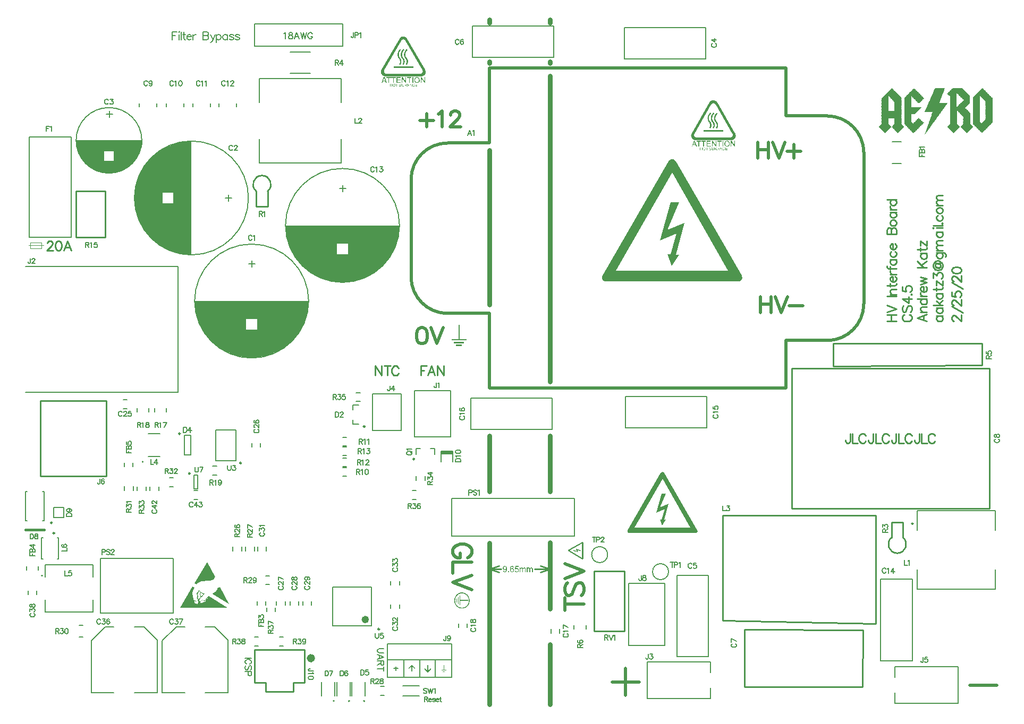
<source format=gto>
G04*
G04 #@! TF.GenerationSoftware,Altium Limited,Altium Designer,20.0.13 (296)*
G04*
G04 Layer_Color=65535*
%FSLAX25Y25*%
%MOIN*%
G70*
G01*
G75*
%ADD10C,0.03000*%
%ADD11C,0.02000*%
%ADD12C,0.00787*%
%ADD13C,0.00984*%
%ADD14C,0.02362*%
%ADD15C,0.01000*%
%ADD16C,0.00600*%
%ADD17C,0.00500*%
%ADD18C,0.00800*%
%ADD19C,0.01575*%
%ADD20C,0.00700*%
%ADD21R,0.07087X0.02000*%
G36*
X577843Y387393D02*
X577742D01*
Y387292D01*
X577843D01*
Y387191D01*
X577742D01*
Y387089D01*
X577641D01*
Y386988D01*
Y386887D01*
Y386786D01*
X577539D01*
Y386685D01*
X577641D01*
Y386584D01*
X577539D01*
Y386483D01*
X577438D01*
Y386381D01*
X577337D01*
Y386280D01*
X577438D01*
Y386179D01*
X577337D01*
Y386078D01*
Y385977D01*
Y385876D01*
X577236D01*
Y385774D01*
X577135D01*
Y385673D01*
X577236D01*
Y385572D01*
X577135D01*
Y385471D01*
X577034D01*
Y385370D01*
Y385269D01*
Y385168D01*
X576933D01*
Y385066D01*
X577034D01*
Y384965D01*
X576933D01*
Y384864D01*
X576831D01*
Y384763D01*
X576730D01*
Y384662D01*
X576831D01*
Y384561D01*
X576730D01*
Y384460D01*
Y384358D01*
Y384257D01*
X576629D01*
Y384156D01*
X576528D01*
Y384055D01*
X576629D01*
Y383954D01*
X576528D01*
Y383853D01*
Y383752D01*
Y383650D01*
X576427D01*
Y383549D01*
X576326D01*
Y383448D01*
X576427D01*
Y383347D01*
X576326D01*
Y383246D01*
Y383145D01*
X576225D01*
Y383044D01*
Y382942D01*
X576123D01*
Y382841D01*
X576225D01*
Y382740D01*
X576123D01*
Y382639D01*
X576022D01*
Y382538D01*
Y382437D01*
Y382335D01*
X575921D01*
Y382234D01*
X576022D01*
Y382133D01*
X575921D01*
Y382032D01*
X575820D01*
Y381931D01*
X575719D01*
Y381830D01*
X575820D01*
Y381729D01*
X575719D01*
Y381627D01*
X575618D01*
Y381526D01*
Y381425D01*
Y381324D01*
X575517D01*
Y381223D01*
X575618D01*
Y381122D01*
X575517D01*
Y381021D01*
X575415D01*
Y380919D01*
Y380818D01*
Y380717D01*
X575314D01*
Y380616D01*
Y380515D01*
Y380414D01*
X575213D01*
Y380312D01*
X575112D01*
Y380211D01*
X575213D01*
Y380110D01*
X575112D01*
Y380009D01*
Y379908D01*
Y379807D01*
X575011D01*
Y379706D01*
X574910D01*
Y379605D01*
X575011D01*
Y379503D01*
X574910D01*
Y379402D01*
Y379301D01*
Y379200D01*
X574809D01*
Y379099D01*
X574707D01*
Y378998D01*
X574809D01*
Y378896D01*
X574707D01*
Y378795D01*
X574606D01*
Y378694D01*
Y378593D01*
Y378492D01*
X574505D01*
Y378391D01*
X574606D01*
Y378290D01*
X574505D01*
Y378188D01*
X574404D01*
Y378087D01*
X574505D01*
Y377986D01*
X574606D01*
Y378087D01*
X574707D01*
Y377986D01*
X574809D01*
Y378087D01*
X574707D01*
Y378188D01*
X574809D01*
Y378087D01*
X574910D01*
Y377986D01*
X575011D01*
Y378087D01*
X575112D01*
Y377986D01*
X575213D01*
Y378087D01*
X575112D01*
Y378188D01*
X575213D01*
Y378087D01*
X575314D01*
Y377986D01*
X575415D01*
Y378087D01*
X575517D01*
Y377986D01*
X575618D01*
Y378087D01*
X575517D01*
Y378188D01*
X575618D01*
Y378087D01*
X575719D01*
Y377986D01*
X575820D01*
Y378087D01*
X575921D01*
Y377986D01*
X576022D01*
Y378087D01*
X575921D01*
Y378188D01*
X576022D01*
Y378087D01*
X576123D01*
Y377986D01*
X576225D01*
Y378087D01*
X576326D01*
Y377986D01*
X576427D01*
Y378087D01*
X576326D01*
Y378188D01*
X576427D01*
Y378087D01*
X576528D01*
Y377986D01*
X576629D01*
Y378087D01*
X576730D01*
Y377986D01*
X576831D01*
Y378087D01*
X576730D01*
Y378188D01*
X576831D01*
Y378087D01*
X576933D01*
Y377986D01*
X577034D01*
Y378087D01*
X577135D01*
Y377986D01*
X577236D01*
Y378087D01*
X577135D01*
Y378188D01*
X577236D01*
Y378087D01*
X577337D01*
Y377986D01*
X577438D01*
Y378087D01*
X577539D01*
Y377986D01*
X577641D01*
Y378087D01*
X577539D01*
Y378188D01*
X577641D01*
Y378087D01*
X577742D01*
Y377986D01*
X577843D01*
Y378087D01*
X577944D01*
Y377986D01*
X578045D01*
Y378087D01*
X577944D01*
Y378188D01*
X578045D01*
Y378087D01*
X578146D01*
Y377986D01*
X578247D01*
Y378087D01*
X578349D01*
Y377986D01*
X578450D01*
Y378087D01*
X578349D01*
Y378188D01*
X578450D01*
Y378087D01*
X578551D01*
Y377986D01*
X578652D01*
Y378087D01*
X578753D01*
Y377986D01*
X578854D01*
Y378087D01*
X578753D01*
Y378188D01*
X578854D01*
Y378087D01*
X578956D01*
Y377986D01*
X579057D01*
Y378087D01*
X579158D01*
Y377986D01*
X579259D01*
Y378087D01*
X579158D01*
Y378188D01*
X579259D01*
Y378087D01*
X579360D01*
Y377986D01*
X579461D01*
Y377885D01*
X579360D01*
Y377784D01*
X579259D01*
Y377683D01*
X579158D01*
Y377582D01*
Y377480D01*
Y377379D01*
X579057D01*
Y377278D01*
X578956D01*
Y377177D01*
X578854D01*
Y377076D01*
X578753D01*
Y376975D01*
X578854D01*
Y376873D01*
X578551D01*
Y376772D01*
X578652D01*
Y376671D01*
X578551D01*
Y376570D01*
X578450D01*
Y376469D01*
X578349D01*
Y376368D01*
X578247D01*
Y376267D01*
X578146D01*
Y376166D01*
Y376064D01*
Y375963D01*
X578045D01*
Y375862D01*
X577944D01*
Y375761D01*
X577843D01*
Y375660D01*
X577742D01*
Y375559D01*
X577641D01*
Y375458D01*
X577539D01*
Y375356D01*
X577641D01*
Y375255D01*
X577539D01*
Y375154D01*
X577438D01*
Y375053D01*
X577337D01*
Y374952D01*
X577236D01*
Y374851D01*
X577135D01*
Y374749D01*
Y374648D01*
X577034D01*
Y374547D01*
Y374446D01*
X576933D01*
Y374345D01*
X576831D01*
Y374244D01*
X576730D01*
Y374143D01*
X576629D01*
Y374041D01*
X576528D01*
Y373940D01*
X576629D01*
Y373839D01*
X576427D01*
Y373738D01*
Y373637D01*
X576326D01*
Y373536D01*
X576225D01*
Y373434D01*
X576123D01*
Y373333D01*
Y373232D01*
X576022D01*
Y373131D01*
Y373030D01*
X575921D01*
Y372929D01*
X575820D01*
Y372828D01*
X575719D01*
Y372726D01*
X575618D01*
Y372625D01*
X575517D01*
Y372524D01*
X575618D01*
Y372423D01*
X575415D01*
Y372322D01*
Y372221D01*
X575314D01*
Y372120D01*
X575213D01*
Y372018D01*
X575112D01*
Y371917D01*
Y371816D01*
X575011D01*
Y371715D01*
Y371614D01*
X574910D01*
Y371513D01*
X574809D01*
Y371412D01*
X574707D01*
Y371310D01*
X574606D01*
Y371209D01*
X574505D01*
Y371108D01*
X574606D01*
Y371007D01*
X574404D01*
Y370906D01*
Y370805D01*
X574303D01*
Y370704D01*
X574202D01*
Y370602D01*
X574100D01*
Y370501D01*
Y370400D01*
X573999D01*
Y370299D01*
Y370198D01*
X573898D01*
Y370097D01*
X573797D01*
Y369995D01*
X573696D01*
Y369894D01*
X573595D01*
Y369793D01*
X573494D01*
Y369692D01*
X573595D01*
Y369591D01*
X573392D01*
Y369490D01*
Y369389D01*
X573291D01*
Y369287D01*
X573190D01*
Y369186D01*
X573089D01*
Y369085D01*
Y368984D01*
X572887D01*
Y368883D01*
X572988D01*
Y368782D01*
X572887D01*
Y368681D01*
X572786D01*
Y368579D01*
X572684D01*
Y368478D01*
X572583D01*
Y368377D01*
X572482D01*
Y368276D01*
X572583D01*
Y368175D01*
X572280D01*
Y368074D01*
X572381D01*
Y367973D01*
X572280D01*
Y367871D01*
X572179D01*
Y367770D01*
X572078D01*
Y367669D01*
Y367568D01*
X571875D01*
Y367467D01*
Y367366D01*
Y367265D01*
X571774D01*
Y367163D01*
X571673D01*
Y367062D01*
X571572D01*
Y366961D01*
X571471D01*
Y366860D01*
X571572D01*
Y366759D01*
X571268D01*
Y366658D01*
X571370D01*
Y366557D01*
X571268D01*
Y366455D01*
X571167D01*
Y366354D01*
X571066D01*
Y366253D01*
X570965D01*
Y366152D01*
X570864D01*
Y366051D01*
X570965D01*
Y365950D01*
X570864D01*
Y365848D01*
X570763D01*
Y365747D01*
X570661D01*
Y365646D01*
X570560D01*
Y365545D01*
X570459D01*
Y365444D01*
X570358D01*
Y365343D01*
X570257D01*
Y365242D01*
X570358D01*
Y365140D01*
X570257D01*
Y365039D01*
X570156D01*
Y364938D01*
X570055D01*
Y364837D01*
X569953D01*
Y364736D01*
X569852D01*
Y364635D01*
Y364534D01*
Y364432D01*
X569751D01*
Y364331D01*
X569650D01*
Y364230D01*
X569549D01*
Y364129D01*
X569448D01*
Y364028D01*
X569549D01*
Y363927D01*
X569448D01*
Y364028D01*
X569347D01*
Y363927D01*
X569245D01*
Y363825D01*
X569347D01*
Y363724D01*
X569245D01*
Y363623D01*
X569144D01*
Y363522D01*
X569043D01*
Y363421D01*
X568942D01*
Y363320D01*
X568841D01*
Y363219D01*
Y363118D01*
Y363016D01*
X568740D01*
Y362915D01*
X568639D01*
Y362814D01*
X568537D01*
Y362713D01*
X568436D01*
Y362612D01*
X568335D01*
Y362511D01*
X568234D01*
Y362409D01*
X568335D01*
Y362308D01*
X568234D01*
Y362207D01*
X568133D01*
Y362106D01*
X568032D01*
Y362005D01*
X567931D01*
Y361904D01*
X567829D01*
Y361803D01*
Y361701D01*
X567728D01*
Y361600D01*
Y361499D01*
X567627D01*
Y361398D01*
X567526D01*
Y361297D01*
X567425D01*
Y361196D01*
X567324D01*
Y361094D01*
X567222D01*
Y360993D01*
X567324D01*
Y360892D01*
X567020D01*
Y360791D01*
X567121D01*
Y360690D01*
X567020D01*
Y360589D01*
X566919D01*
Y360488D01*
X566818D01*
Y360386D01*
Y360285D01*
X566717D01*
Y360184D01*
Y360083D01*
X566616D01*
Y359982D01*
X566514D01*
Y359881D01*
X566413D01*
Y359780D01*
X566312D01*
Y359679D01*
X566211D01*
Y359577D01*
X566312D01*
Y359476D01*
X566110D01*
Y359375D01*
Y359274D01*
X566009D01*
Y359173D01*
X565908D01*
Y359072D01*
X565806D01*
Y358970D01*
Y358869D01*
X565705D01*
Y358768D01*
Y358667D01*
X565604D01*
Y358566D01*
X565503D01*
Y358465D01*
X565402D01*
Y358364D01*
X565301D01*
Y358465D01*
X565200D01*
Y358566D01*
X565301D01*
Y358667D01*
X565402D01*
Y358768D01*
X565503D01*
Y358869D01*
X565402D01*
Y358970D01*
X565503D01*
Y359072D01*
X565402D01*
Y359173D01*
X565503D01*
Y359274D01*
X565604D01*
Y359375D01*
X565705D01*
Y359476D01*
X565604D01*
Y359577D01*
X565705D01*
Y359679D01*
Y359780D01*
Y359881D01*
X565806D01*
Y359982D01*
X565908D01*
Y360083D01*
X565806D01*
Y360184D01*
X565908D01*
Y360285D01*
X565806D01*
Y360386D01*
X566009D01*
Y360488D01*
Y360589D01*
X566110D01*
Y360690D01*
X566009D01*
Y360791D01*
X566110D01*
Y360892D01*
Y360993D01*
X566211D01*
Y361094D01*
Y361196D01*
X566312D01*
Y361297D01*
X566211D01*
Y361398D01*
X566312D01*
Y361499D01*
X566211D01*
Y361600D01*
X566413D01*
Y361701D01*
Y361803D01*
X566514D01*
Y361904D01*
X566413D01*
Y362005D01*
X566514D01*
Y362106D01*
X566616D01*
Y362207D01*
Y362308D01*
Y362409D01*
X566717D01*
Y362511D01*
X566616D01*
Y362612D01*
X566717D01*
Y362713D01*
X566818D01*
Y362814D01*
Y362915D01*
Y363016D01*
X566919D01*
Y363118D01*
Y363219D01*
Y363320D01*
X567020D01*
Y363421D01*
Y363522D01*
Y363623D01*
X567121D01*
Y363724D01*
Y363825D01*
Y363927D01*
X567222D01*
Y364028D01*
X567324D01*
Y364129D01*
X567222D01*
Y364230D01*
X567324D01*
Y364331D01*
Y364432D01*
Y364534D01*
X567425D01*
Y364635D01*
Y364736D01*
Y364837D01*
X567526D01*
Y364938D01*
Y365039D01*
Y365140D01*
X567627D01*
Y365242D01*
X567728D01*
Y365343D01*
X567627D01*
Y365444D01*
X567728D01*
Y365545D01*
Y365646D01*
Y365747D01*
X567829D01*
Y365848D01*
X567931D01*
Y365950D01*
X567829D01*
Y366051D01*
X567931D01*
Y366152D01*
X568032D01*
Y366253D01*
X567931D01*
Y366354D01*
X568032D01*
Y366455D01*
X568133D01*
Y366557D01*
X568032D01*
Y366658D01*
X568133D01*
Y366759D01*
X568234D01*
Y366860D01*
Y366961D01*
Y367062D01*
X568335D01*
Y367163D01*
X568234D01*
Y367265D01*
X568335D01*
Y367366D01*
X568436D01*
Y367467D01*
Y367568D01*
Y367669D01*
X568537D01*
Y367770D01*
X568436D01*
Y367871D01*
X568537D01*
Y367973D01*
X568639D01*
Y368074D01*
X568740D01*
Y368175D01*
X568639D01*
Y368276D01*
X568740D01*
Y368377D01*
X568639D01*
Y368478D01*
X568740D01*
Y368579D01*
X568841D01*
Y368681D01*
X568942D01*
Y368782D01*
X568841D01*
Y368883D01*
X568942D01*
Y368984D01*
Y369085D01*
Y369186D01*
X569043D01*
Y369287D01*
X569144D01*
Y369389D01*
X569043D01*
Y369490D01*
X569144D01*
Y369591D01*
X569043D01*
Y369692D01*
X569144D01*
Y369793D01*
X569245D01*
Y369894D01*
X569347D01*
Y369995D01*
X569245D01*
Y370097D01*
X569347D01*
Y370198D01*
Y370299D01*
X569448D01*
Y370400D01*
Y370501D01*
X569549D01*
Y370602D01*
X569448D01*
Y370704D01*
X569549D01*
Y370805D01*
Y370906D01*
X569650D01*
Y371007D01*
Y371108D01*
X569751D01*
Y371209D01*
X569650D01*
Y371310D01*
X569751D01*
Y371412D01*
X569852D01*
Y371513D01*
Y371614D01*
Y371715D01*
X569953D01*
Y371816D01*
X569852D01*
Y371917D01*
X569953D01*
Y372018D01*
Y372120D01*
X570055D01*
Y372221D01*
Y372322D01*
X570156D01*
Y372423D01*
X570055D01*
Y372524D01*
X569953D01*
Y372625D01*
X569852D01*
Y372524D01*
X569549D01*
Y372625D01*
X569448D01*
Y372524D01*
X569144D01*
Y372625D01*
X569043D01*
Y372524D01*
X568740D01*
Y372625D01*
X568639D01*
Y372524D01*
X568335D01*
Y372625D01*
X568234D01*
Y372524D01*
X567931D01*
Y372625D01*
X567829D01*
Y372524D01*
X567526D01*
Y372625D01*
X567425D01*
Y372524D01*
X567121D01*
Y372625D01*
X567020D01*
Y372524D01*
X566717D01*
Y372625D01*
X566616D01*
Y372524D01*
X566312D01*
Y372625D01*
X566211D01*
Y372524D01*
X565908D01*
Y372625D01*
X565806D01*
Y372524D01*
X565503D01*
Y372625D01*
X565402D01*
Y372524D01*
X565301D01*
Y372625D01*
X565200D01*
Y372726D01*
X565301D01*
Y372828D01*
Y372929D01*
Y373030D01*
X565402D01*
Y373131D01*
X565503D01*
Y373232D01*
X565402D01*
Y373333D01*
X565503D01*
Y373434D01*
X565604D01*
Y373536D01*
X565705D01*
Y373637D01*
X565604D01*
Y373738D01*
X565705D01*
Y373839D01*
X565806D01*
Y373940D01*
Y374041D01*
Y374143D01*
X565908D01*
Y374244D01*
Y374345D01*
Y374446D01*
X566009D01*
Y374547D01*
X566110D01*
Y374648D01*
X566009D01*
Y374749D01*
X566110D01*
Y374851D01*
X566211D01*
Y374952D01*
X566312D01*
Y375053D01*
X566211D01*
Y375154D01*
X566312D01*
Y375255D01*
X566413D01*
Y375356D01*
Y375458D01*
Y375559D01*
X566514D01*
Y375660D01*
Y375761D01*
X566616D01*
Y375862D01*
Y375963D01*
X566717D01*
Y376064D01*
X566616D01*
Y376166D01*
X566717D01*
Y376267D01*
X566818D01*
Y376368D01*
X566919D01*
Y376469D01*
X566818D01*
Y376570D01*
X566919D01*
Y376671D01*
X567020D01*
Y376772D01*
Y376873D01*
Y376975D01*
X567121D01*
Y377076D01*
X567222D01*
Y377177D01*
X567324D01*
Y377278D01*
X567222D01*
Y377379D01*
X567324D01*
Y377480D01*
Y377582D01*
X567425D01*
Y377683D01*
Y377784D01*
X567526D01*
Y377885D01*
Y377986D01*
Y378087D01*
X567627D01*
Y378188D01*
X567728D01*
Y378290D01*
X567627D01*
Y378391D01*
X567728D01*
Y378492D01*
X567829D01*
Y378593D01*
X567931D01*
Y378694D01*
X567829D01*
Y378795D01*
X567931D01*
Y378896D01*
Y378998D01*
X568032D01*
Y379099D01*
Y379200D01*
X568133D01*
Y379301D01*
Y379402D01*
Y379503D01*
X568234D01*
Y379605D01*
X568335D01*
Y379706D01*
X568234D01*
Y379807D01*
X568335D01*
Y379908D01*
X568436D01*
Y380009D01*
X568537D01*
Y380110D01*
X568436D01*
Y380211D01*
X568537D01*
Y380312D01*
X568639D01*
Y380414D01*
Y380515D01*
Y380616D01*
X568740D01*
Y380717D01*
Y380818D01*
Y380919D01*
X568841D01*
Y381021D01*
X568942D01*
Y381122D01*
Y381223D01*
Y381324D01*
X569043D01*
Y381425D01*
X569144D01*
Y381526D01*
X569043D01*
Y381627D01*
X569144D01*
Y381729D01*
X569245D01*
Y381830D01*
X569347D01*
Y381931D01*
X569245D01*
Y382032D01*
X569347D01*
Y382133D01*
X569448D01*
Y382234D01*
Y382335D01*
Y382437D01*
X569549D01*
Y382538D01*
X569448D01*
Y382639D01*
X569650D01*
Y382740D01*
Y382841D01*
X569751D01*
Y382942D01*
Y383044D01*
Y383145D01*
X569852D01*
Y383246D01*
X569953D01*
Y383347D01*
X569852D01*
Y383448D01*
X569953D01*
Y383549D01*
X570055D01*
Y383650D01*
X570156D01*
Y383752D01*
X570055D01*
Y383853D01*
X570156D01*
Y383954D01*
Y384055D01*
X570257D01*
Y384156D01*
Y384257D01*
X570358D01*
Y384358D01*
Y384460D01*
Y384561D01*
X570459D01*
Y384662D01*
X570560D01*
Y384763D01*
X570459D01*
Y384864D01*
X570560D01*
Y384965D01*
X570661D01*
Y385066D01*
X570763D01*
Y385168D01*
X570661D01*
Y385269D01*
X570763D01*
Y385370D01*
Y385471D01*
X570864D01*
Y385572D01*
Y385673D01*
X570965D01*
Y385774D01*
Y385876D01*
Y385977D01*
X571066D01*
Y385876D01*
X571167D01*
Y385977D01*
X571066D01*
Y386078D01*
X571167D01*
Y386179D01*
X571066D01*
Y386280D01*
X571167D01*
Y386381D01*
X571268D01*
Y386483D01*
X571370D01*
Y386584D01*
X571268D01*
Y386685D01*
X571370D01*
Y386786D01*
X571471D01*
Y386887D01*
Y386988D01*
Y387089D01*
X571572D01*
Y387191D01*
X571673D01*
Y387292D01*
Y387393D01*
Y387494D01*
X577843D01*
Y387393D01*
D02*
G37*
G36*
X558524Y387292D02*
X558827D01*
Y387191D01*
X558726D01*
Y387089D01*
X559030D01*
Y386988D01*
X558928D01*
Y386887D01*
X559232D01*
Y386786D01*
X559131D01*
Y386685D01*
X559434D01*
Y386584D01*
X559333D01*
Y386483D01*
X559636D01*
Y386381D01*
X559535D01*
Y386280D01*
X559839D01*
Y386179D01*
X559738D01*
Y386078D01*
X560041D01*
Y385977D01*
X559940D01*
Y385876D01*
X560243D01*
Y385774D01*
X560142D01*
Y385673D01*
X560446D01*
Y385572D01*
X560345D01*
Y385471D01*
X560648D01*
Y385370D01*
X560547D01*
Y385269D01*
X560850D01*
Y385168D01*
X560749D01*
Y385066D01*
X561053D01*
Y384965D01*
X560951D01*
Y384864D01*
X561255D01*
Y384763D01*
X561154D01*
Y384662D01*
X561457D01*
Y384561D01*
X561356D01*
Y384460D01*
X561659D01*
Y384358D01*
X561558D01*
Y384257D01*
X561862D01*
Y384156D01*
X561761D01*
Y384055D01*
X562064D01*
Y383954D01*
X561963D01*
Y383853D01*
X562266D01*
Y383752D01*
X562165D01*
Y383650D01*
X562469D01*
Y383549D01*
X562367D01*
Y383448D01*
X562671D01*
Y383347D01*
X562570D01*
Y383246D01*
X562873D01*
Y383145D01*
X562772D01*
Y383044D01*
X563075D01*
Y382942D01*
X562974D01*
Y382841D01*
X563278D01*
Y382740D01*
X563177D01*
Y382639D01*
X563480D01*
Y382538D01*
X563379D01*
Y382437D01*
X563682D01*
Y382335D01*
X563581D01*
Y382234D01*
X563885D01*
Y382133D01*
X563784D01*
Y382032D01*
X564087D01*
Y381931D01*
X563986D01*
Y381830D01*
X564289D01*
Y381729D01*
X564188D01*
Y381627D01*
X564492D01*
Y381526D01*
X564390D01*
Y381425D01*
X564694D01*
Y381324D01*
X564593D01*
Y381223D01*
X564896D01*
Y381122D01*
X564795D01*
Y381021D01*
X564694D01*
Y380919D01*
X564593D01*
Y380818D01*
X564492D01*
Y380717D01*
X564390D01*
Y380616D01*
X564289D01*
Y380515D01*
X564188D01*
Y380414D01*
X564087D01*
Y380312D01*
X563986D01*
Y380211D01*
X563885D01*
Y380110D01*
X563784D01*
Y380009D01*
X563682D01*
Y379908D01*
X563581D01*
Y379807D01*
X563480D01*
Y379706D01*
X563379D01*
Y379605D01*
X563278D01*
Y379503D01*
X563177D01*
Y379402D01*
X563075D01*
Y379301D01*
X562974D01*
Y379200D01*
X562873D01*
Y379099D01*
X562772D01*
Y378998D01*
X562671D01*
Y378896D01*
X562570D01*
Y378795D01*
X562469D01*
Y378694D01*
X562367D01*
Y378593D01*
X562266D01*
Y378492D01*
X562165D01*
Y378391D01*
X562064D01*
Y378290D01*
X561963D01*
Y378188D01*
X561862D01*
Y378087D01*
X561761D01*
Y377986D01*
X561659D01*
Y377885D01*
X561558D01*
Y377784D01*
X561457D01*
Y377885D01*
X561356D01*
Y377986D01*
X561255D01*
Y378087D01*
X561154D01*
Y378188D01*
X561053D01*
Y378290D01*
X560951D01*
Y378391D01*
X560850D01*
Y378492D01*
X560749D01*
Y378593D01*
X560648D01*
Y378694D01*
X560547D01*
Y378795D01*
X560446D01*
Y378896D01*
X560345D01*
Y378998D01*
X560243D01*
Y379099D01*
X560142D01*
Y379200D01*
X560041D01*
Y379301D01*
X559940D01*
Y379402D01*
X559839D01*
Y379503D01*
X559738D01*
Y379605D01*
X559636D01*
Y379706D01*
X559535D01*
Y379807D01*
X559434D01*
Y379908D01*
X559333D01*
Y380009D01*
X559232D01*
Y380110D01*
X559131D01*
Y380211D01*
X559030D01*
Y380312D01*
X558928D01*
Y380414D01*
X558827D01*
Y380515D01*
X558726D01*
Y380616D01*
X558625D01*
Y380717D01*
X558524D01*
Y380818D01*
X558423D01*
Y380919D01*
X558322D01*
Y381021D01*
X558220D01*
Y381122D01*
X558119D01*
Y381223D01*
X558018D01*
Y381324D01*
X557917D01*
Y381425D01*
X557816D01*
Y381526D01*
X557715D01*
Y381627D01*
X557614D01*
Y381729D01*
X557512D01*
Y381830D01*
X557411D01*
Y381931D01*
X557310D01*
Y382032D01*
X557209D01*
Y382133D01*
X557108D01*
Y382234D01*
X557007D01*
Y382335D01*
X556906D01*
Y382437D01*
X556804D01*
Y382538D01*
X556703D01*
Y382437D01*
X556804D01*
Y382335D01*
X556703D01*
Y382234D01*
X556804D01*
Y382133D01*
X556703D01*
Y382032D01*
X556804D01*
Y381931D01*
X556703D01*
Y381830D01*
X556804D01*
Y381729D01*
X556703D01*
Y381627D01*
X556804D01*
Y381526D01*
X556703D01*
Y381425D01*
X556804D01*
Y381324D01*
X556703D01*
Y381223D01*
X556804D01*
Y381122D01*
X556703D01*
Y381021D01*
X556804D01*
Y380919D01*
X556703D01*
Y380818D01*
X556804D01*
Y380717D01*
X556703D01*
Y380616D01*
X556804D01*
Y380515D01*
X556703D01*
Y380414D01*
X556804D01*
Y380312D01*
X556703D01*
Y380211D01*
X556804D01*
Y380110D01*
X556703D01*
Y380009D01*
X556804D01*
Y379908D01*
X556703D01*
Y379807D01*
X556804D01*
Y379706D01*
X556703D01*
Y379605D01*
X556804D01*
Y379503D01*
X556703D01*
Y379402D01*
X556804D01*
Y379301D01*
X556703D01*
Y379200D01*
X556804D01*
Y379099D01*
X556703D01*
Y378998D01*
X556804D01*
Y378896D01*
X556703D01*
Y378795D01*
X556804D01*
Y378694D01*
X556703D01*
Y378593D01*
X556804D01*
Y378492D01*
X556703D01*
Y378391D01*
X556804D01*
Y378290D01*
X556703D01*
Y378188D01*
X556804D01*
Y378087D01*
X556703D01*
Y377986D01*
X556804D01*
Y377885D01*
X556703D01*
Y377784D01*
X556804D01*
Y377683D01*
X556703D01*
Y377582D01*
X556804D01*
Y377480D01*
X556703D01*
Y377379D01*
X556804D01*
Y377278D01*
X556703D01*
Y377177D01*
X556804D01*
Y377076D01*
X556703D01*
Y376975D01*
X556804D01*
Y376873D01*
X556703D01*
Y376772D01*
X556804D01*
Y376671D01*
X556703D01*
Y376570D01*
X556804D01*
Y376469D01*
X556703D01*
Y376368D01*
X556804D01*
Y376267D01*
X556703D01*
Y376166D01*
X556804D01*
Y376064D01*
X556703D01*
Y375963D01*
X556804D01*
Y375862D01*
X556703D01*
Y375761D01*
X556804D01*
Y375660D01*
X556703D01*
Y375559D01*
X556804D01*
Y375458D01*
X556906D01*
Y375356D01*
X557007D01*
Y375458D01*
X557108D01*
Y375559D01*
X557209D01*
Y375458D01*
X557310D01*
Y375356D01*
X557411D01*
Y375458D01*
X557512D01*
Y375559D01*
X557614D01*
Y375458D01*
X557715D01*
Y375356D01*
X557816D01*
Y375458D01*
X557917D01*
Y375559D01*
X558018D01*
Y375458D01*
X558119D01*
Y375356D01*
X558220D01*
Y375458D01*
X558322D01*
Y375559D01*
X558423D01*
Y375458D01*
X558524D01*
Y375356D01*
X558625D01*
Y375458D01*
X558726D01*
Y375559D01*
X558827D01*
Y375458D01*
X558928D01*
Y375356D01*
X559030D01*
Y375458D01*
X559131D01*
Y375559D01*
X559232D01*
Y375458D01*
X559333D01*
Y375356D01*
X559434D01*
Y375458D01*
X559535D01*
Y375559D01*
X559636D01*
Y375458D01*
X559738D01*
Y375356D01*
X559839D01*
Y375458D01*
X559940D01*
Y375559D01*
X560041D01*
Y375458D01*
X560142D01*
Y375356D01*
X560243D01*
Y375458D01*
X560345D01*
Y375559D01*
X560446D01*
Y375458D01*
X560547D01*
Y375356D01*
X560648D01*
Y375458D01*
X560749D01*
Y375559D01*
X560850D01*
Y375458D01*
X560951D01*
Y375356D01*
X561053D01*
Y375458D01*
X561154D01*
Y375559D01*
X561255D01*
Y375458D01*
X561356D01*
Y375356D01*
X561457D01*
Y375458D01*
X561558D01*
Y375559D01*
X561659D01*
Y375458D01*
X561761D01*
Y375356D01*
X561862D01*
Y375458D01*
X561963D01*
Y375559D01*
X562064D01*
Y375458D01*
X562165D01*
Y375356D01*
X562266D01*
Y375458D01*
X562367D01*
Y375559D01*
X562469D01*
Y375458D01*
X562570D01*
Y375356D01*
X562671D01*
Y375458D01*
X562772D01*
Y375559D01*
X562873D01*
Y375458D01*
X562974D01*
Y375356D01*
X563075D01*
Y375458D01*
X563177D01*
Y375356D01*
X563278D01*
Y375255D01*
X563177D01*
Y375154D01*
X563075D01*
Y375053D01*
X562873D01*
Y374952D01*
Y374851D01*
X562671D01*
Y374749D01*
Y374648D01*
X562469D01*
Y374547D01*
Y374446D01*
X562367D01*
Y374345D01*
X562266D01*
Y374244D01*
X562064D01*
Y374143D01*
Y374041D01*
X561862D01*
Y373940D01*
Y373839D01*
X561659D01*
Y373738D01*
Y373637D01*
X561558D01*
Y373536D01*
X561457D01*
Y373434D01*
X561356D01*
Y373333D01*
X561255D01*
Y373232D01*
X561154D01*
Y373131D01*
X561053D01*
Y373030D01*
X560951D01*
Y372929D01*
X560850D01*
Y372828D01*
X560749D01*
Y372726D01*
X560648D01*
Y372625D01*
X560547D01*
Y372524D01*
X560446D01*
Y372423D01*
X560345D01*
Y372322D01*
X560243D01*
Y372221D01*
X560142D01*
Y372120D01*
X560041D01*
Y372018D01*
X559940D01*
Y371917D01*
X559839D01*
Y371816D01*
X559738D01*
Y371715D01*
X559636D01*
Y371614D01*
X559535D01*
Y371513D01*
X559434D01*
Y371412D01*
X559333D01*
Y371310D01*
X559232D01*
Y371209D01*
X556703D01*
Y371108D01*
X556804D01*
Y371007D01*
X556703D01*
Y370906D01*
X556804D01*
Y370805D01*
X556703D01*
Y370704D01*
X556804D01*
Y370602D01*
X556703D01*
Y370501D01*
X556804D01*
Y370400D01*
X556703D01*
Y370299D01*
X556804D01*
Y370198D01*
X556703D01*
Y370097D01*
X556804D01*
Y369995D01*
X556703D01*
Y369894D01*
X556804D01*
Y369793D01*
X556703D01*
Y369692D01*
X556804D01*
Y369591D01*
X556703D01*
Y369490D01*
X556804D01*
Y369389D01*
X556703D01*
Y369287D01*
X556804D01*
Y369186D01*
X556703D01*
Y369085D01*
X556804D01*
Y368984D01*
X556703D01*
Y368883D01*
X556804D01*
Y368782D01*
X556703D01*
Y368681D01*
X556804D01*
Y368579D01*
X556703D01*
Y368478D01*
X556804D01*
Y368377D01*
X556703D01*
Y368276D01*
X556804D01*
Y368175D01*
X556703D01*
Y368074D01*
X556804D01*
Y367973D01*
X556703D01*
Y367871D01*
X556804D01*
Y367770D01*
X556703D01*
Y367669D01*
X556804D01*
Y367568D01*
X556703D01*
Y367467D01*
X556804D01*
Y367366D01*
X556703D01*
Y367265D01*
X556804D01*
Y367163D01*
X556703D01*
Y367062D01*
X556804D01*
Y366961D01*
X556703D01*
Y366860D01*
X556804D01*
Y366759D01*
X556703D01*
Y366658D01*
X556804D01*
Y366557D01*
X556703D01*
Y366455D01*
X556804D01*
Y366354D01*
X556703D01*
Y366253D01*
X556906D01*
Y366152D01*
Y366051D01*
X557209D01*
Y365950D01*
Y365848D01*
X557411D01*
Y365747D01*
X557310D01*
Y365646D01*
X557614D01*
Y365545D01*
Y365444D01*
X557816D01*
Y365343D01*
Y365242D01*
X558018D01*
Y365343D01*
Y365444D01*
X558220D01*
Y365545D01*
X558119D01*
Y365646D01*
X558423D01*
Y365747D01*
Y365848D01*
X558625D01*
Y365950D01*
X558524D01*
Y366051D01*
X558827D01*
Y366152D01*
Y366253D01*
X559030D01*
Y366354D01*
X558928D01*
Y366455D01*
X559232D01*
Y366557D01*
X559333D01*
Y366658D01*
X559434D01*
Y366759D01*
X559333D01*
Y366860D01*
X559636D01*
Y366961D01*
Y367062D01*
X559839D01*
Y367163D01*
X559738D01*
Y367265D01*
X560041D01*
Y367366D01*
Y367467D01*
X560243D01*
Y367568D01*
X560142D01*
Y367669D01*
X560446D01*
Y367770D01*
Y367871D01*
X560648D01*
Y367973D01*
X560547D01*
Y368074D01*
X560850D01*
Y368175D01*
X560951D01*
Y368276D01*
X561053D01*
Y368377D01*
X560951D01*
Y368478D01*
X561255D01*
Y368579D01*
Y368681D01*
X561457D01*
Y368782D01*
X561356D01*
Y368883D01*
X561457D01*
Y368782D01*
X561558D01*
Y368681D01*
X561659D01*
Y368579D01*
X561761D01*
Y368478D01*
X561862D01*
Y368377D01*
X561963D01*
Y368276D01*
X562064D01*
Y368175D01*
X562165D01*
Y368074D01*
X562266D01*
Y367973D01*
X562367D01*
Y367871D01*
X562469D01*
Y367770D01*
X562570D01*
Y367669D01*
X562671D01*
Y367568D01*
X562772D01*
Y367467D01*
X562873D01*
Y367366D01*
X562974D01*
Y367265D01*
X563075D01*
Y367163D01*
X563177D01*
Y367062D01*
X563278D01*
Y366961D01*
X563379D01*
Y366860D01*
X563480D01*
Y366759D01*
X563581D01*
Y366658D01*
X563682D01*
Y366557D01*
X563784D01*
Y366455D01*
X563986D01*
Y366354D01*
Y366253D01*
X564188D01*
Y366152D01*
Y366051D01*
X564390D01*
Y365950D01*
Y365848D01*
X564492D01*
Y365747D01*
X564593D01*
Y365646D01*
X564694D01*
Y365545D01*
X564492D01*
Y365444D01*
Y365343D01*
X564188D01*
Y365242D01*
X564289D01*
Y365140D01*
X564087D01*
Y365039D01*
Y364938D01*
X563784D01*
Y364837D01*
X563885D01*
Y364736D01*
X563682D01*
Y364635D01*
Y364534D01*
X563379D01*
Y364432D01*
X563480D01*
Y364331D01*
X563278D01*
Y364230D01*
Y364129D01*
X562974D01*
Y364028D01*
X563075D01*
Y363927D01*
X562873D01*
Y363825D01*
Y363724D01*
X562570D01*
Y363623D01*
X562671D01*
Y363522D01*
X562367D01*
Y363421D01*
X562469D01*
Y363320D01*
X562165D01*
Y363219D01*
X562266D01*
Y363118D01*
X561963D01*
Y363016D01*
X562064D01*
Y362915D01*
X561761D01*
Y362814D01*
X561862D01*
Y362713D01*
X561558D01*
Y362612D01*
X561659D01*
Y362511D01*
X561356D01*
Y362409D01*
X561457D01*
Y362308D01*
X561154D01*
Y362207D01*
X561255D01*
Y362106D01*
X560951D01*
Y362005D01*
X561053D01*
Y361904D01*
X560749D01*
Y361803D01*
X560850D01*
Y361701D01*
X560749D01*
Y361803D01*
X560648D01*
Y361701D01*
X560547D01*
Y361600D01*
X560648D01*
Y361499D01*
X560345D01*
Y361398D01*
X560446D01*
Y361297D01*
X560142D01*
Y361196D01*
X560243D01*
Y361094D01*
X559940D01*
Y360993D01*
X560041D01*
Y360892D01*
X559940D01*
Y360993D01*
X559839D01*
Y360892D01*
X559738D01*
Y360791D01*
X559839D01*
Y360690D01*
X559535D01*
Y360589D01*
X559636D01*
Y360488D01*
X559333D01*
Y360386D01*
X559434D01*
Y360285D01*
X559131D01*
Y360184D01*
X559030D01*
Y360083D01*
X558928D01*
Y359982D01*
X559030D01*
Y359881D01*
X558726D01*
Y359780D01*
X558625D01*
Y359679D01*
X558524D01*
Y359577D01*
X558625D01*
Y359476D01*
X558524D01*
Y359577D01*
X558423D01*
Y359476D01*
X558322D01*
Y359375D01*
X558220D01*
Y359274D01*
X558119D01*
Y359173D01*
X558018D01*
Y359274D01*
X557917D01*
Y359375D01*
X557816D01*
Y359476D01*
X557715D01*
Y359577D01*
X557614D01*
Y359679D01*
X557512D01*
Y359780D01*
X557411D01*
Y359881D01*
X557310D01*
Y359982D01*
X557209D01*
Y360083D01*
X557108D01*
Y360184D01*
X557007D01*
Y360285D01*
X556906D01*
Y360386D01*
X557007D01*
Y360488D01*
X556703D01*
Y360589D01*
X556804D01*
Y360690D01*
X556501D01*
Y360791D01*
X556602D01*
Y360892D01*
X556299D01*
Y360993D01*
X556400D01*
Y361094D01*
X556096D01*
Y361196D01*
X556197D01*
Y361297D01*
X555894D01*
Y361398D01*
X555995D01*
Y361499D01*
X555692D01*
Y361600D01*
X555793D01*
Y361701D01*
X555489D01*
Y361803D01*
X555591D01*
Y361904D01*
X555287D01*
Y362005D01*
X555388D01*
Y362106D01*
X555085D01*
Y362207D01*
X555186D01*
Y362308D01*
X554882D01*
Y362409D01*
X554984D01*
Y362511D01*
X554680D01*
Y362612D01*
X554781D01*
Y362713D01*
X554478D01*
Y362814D01*
X554579D01*
Y362915D01*
X554276D01*
Y363016D01*
X554377D01*
Y363118D01*
X554073D01*
Y363219D01*
X554175D01*
Y363320D01*
X553871D01*
Y363421D01*
X553972D01*
Y363522D01*
X553669D01*
Y363623D01*
X553770D01*
Y363724D01*
X553467D01*
Y363825D01*
X553568D01*
Y363927D01*
X553264D01*
Y364028D01*
X553365D01*
Y364129D01*
X553062D01*
Y364230D01*
X553163D01*
Y364331D01*
X552860D01*
Y364432D01*
X552961D01*
Y364534D01*
X552657D01*
Y364635D01*
X552758D01*
Y364736D01*
X552455D01*
Y364837D01*
X552556D01*
Y364938D01*
X552455D01*
Y365039D01*
X552354D01*
Y365140D01*
X552455D01*
Y365242D01*
X552354D01*
Y365343D01*
X552455D01*
Y365444D01*
X552354D01*
Y365545D01*
X552455D01*
Y365646D01*
X552354D01*
Y365747D01*
X552455D01*
Y365848D01*
X552354D01*
Y365950D01*
X552455D01*
Y366051D01*
X552354D01*
Y366152D01*
X552455D01*
Y366253D01*
X552354D01*
Y366354D01*
X552455D01*
Y366455D01*
X552354D01*
Y366557D01*
X552455D01*
Y366658D01*
X552354D01*
Y366759D01*
X552455D01*
Y366860D01*
X552354D01*
Y366961D01*
X552455D01*
Y367062D01*
X552354D01*
Y367163D01*
X552455D01*
Y367265D01*
X552354D01*
Y367366D01*
X552455D01*
Y367467D01*
X552354D01*
Y367568D01*
X552455D01*
Y367669D01*
X552354D01*
Y367770D01*
X552455D01*
Y367871D01*
X552354D01*
Y367973D01*
X552455D01*
Y368074D01*
X552354D01*
Y368175D01*
X552455D01*
Y368276D01*
X552354D01*
Y368377D01*
X552455D01*
Y368478D01*
X552354D01*
Y368579D01*
X552455D01*
Y368681D01*
X552354D01*
Y368782D01*
X552455D01*
Y368883D01*
X552354D01*
Y368984D01*
X552455D01*
Y369085D01*
X552354D01*
Y369186D01*
X552455D01*
Y369287D01*
X552354D01*
Y369389D01*
X552455D01*
Y369490D01*
X552354D01*
Y369591D01*
X552455D01*
Y369692D01*
X552354D01*
Y369793D01*
X552455D01*
Y369894D01*
X552354D01*
Y369995D01*
X552455D01*
Y370097D01*
X552354D01*
Y370198D01*
X552455D01*
Y370299D01*
X552354D01*
Y370400D01*
X552455D01*
Y370501D01*
X552354D01*
Y370602D01*
X552455D01*
Y370704D01*
X552354D01*
Y370805D01*
X552455D01*
Y370906D01*
X552354D01*
Y371007D01*
X552455D01*
Y371108D01*
X552354D01*
Y371209D01*
X552455D01*
Y371310D01*
X552354D01*
Y371412D01*
X552455D01*
Y371513D01*
X552354D01*
Y371614D01*
X552455D01*
Y371715D01*
X552354D01*
Y371816D01*
X552455D01*
Y371917D01*
X552354D01*
Y372018D01*
X552455D01*
Y372120D01*
X552354D01*
Y372221D01*
X552455D01*
Y372322D01*
X552354D01*
Y372423D01*
X552455D01*
Y372524D01*
X552354D01*
Y372625D01*
X552455D01*
Y372726D01*
X552354D01*
Y372828D01*
X552455D01*
Y372929D01*
X552354D01*
Y373030D01*
X552455D01*
Y373131D01*
X552354D01*
Y373232D01*
X552455D01*
Y373333D01*
X552354D01*
Y373434D01*
X552455D01*
Y373536D01*
X552354D01*
Y373637D01*
X552455D01*
Y373738D01*
X552354D01*
Y373839D01*
X552455D01*
Y373940D01*
X552354D01*
Y374041D01*
X552455D01*
Y374143D01*
X552354D01*
Y374244D01*
X552455D01*
Y374345D01*
X552354D01*
Y374446D01*
X552455D01*
Y374547D01*
X552354D01*
Y374648D01*
X552455D01*
Y374749D01*
X552354D01*
Y374851D01*
X552455D01*
Y374952D01*
X552354D01*
Y375053D01*
X552455D01*
Y375154D01*
X552354D01*
Y375255D01*
X552455D01*
Y375356D01*
X552354D01*
Y375458D01*
X552455D01*
Y375559D01*
X552354D01*
Y375660D01*
X552455D01*
Y375761D01*
X552354D01*
Y375862D01*
X552455D01*
Y375963D01*
X552354D01*
Y376064D01*
X552455D01*
Y376166D01*
X552354D01*
Y376267D01*
X552455D01*
Y376368D01*
X552354D01*
Y376469D01*
X552455D01*
Y376570D01*
X552354D01*
Y376671D01*
X552455D01*
Y376772D01*
X552354D01*
Y376873D01*
X552455D01*
Y376975D01*
X552354D01*
Y377076D01*
X552455D01*
Y377177D01*
X552354D01*
Y377278D01*
X552455D01*
Y377379D01*
X552354D01*
Y377480D01*
X552455D01*
Y377582D01*
X552354D01*
Y377683D01*
X552455D01*
Y377784D01*
X552354D01*
Y377885D01*
X552455D01*
Y377986D01*
X552354D01*
Y378087D01*
X552455D01*
Y378188D01*
X552354D01*
Y378290D01*
X552455D01*
Y378391D01*
X552354D01*
Y378492D01*
X552455D01*
Y378593D01*
X552354D01*
Y378694D01*
X552455D01*
Y378795D01*
X552354D01*
Y378896D01*
X552455D01*
Y378998D01*
X552354D01*
Y379099D01*
X552455D01*
Y379200D01*
X552354D01*
Y379301D01*
X552455D01*
Y379402D01*
X552354D01*
Y379503D01*
X552455D01*
Y379605D01*
X552354D01*
Y379706D01*
X552455D01*
Y379807D01*
X552354D01*
Y379908D01*
X552455D01*
Y380009D01*
X552354D01*
Y380110D01*
X552455D01*
Y380211D01*
X552354D01*
Y380312D01*
X552455D01*
Y380414D01*
X552354D01*
Y380515D01*
X552455D01*
Y380616D01*
X552354D01*
Y380717D01*
X552455D01*
Y380818D01*
X552354D01*
Y380919D01*
X552455D01*
Y381021D01*
X552354D01*
Y381122D01*
X552455D01*
Y381223D01*
X552354D01*
Y381324D01*
X552455D01*
Y381425D01*
X552556D01*
Y381526D01*
X552657D01*
Y381627D01*
X552758D01*
Y381729D01*
Y381830D01*
X552961D01*
Y381931D01*
X553062D01*
Y382032D01*
X553163D01*
Y382133D01*
Y382234D01*
X553365D01*
Y382335D01*
X553467D01*
Y382437D01*
X553568D01*
Y382538D01*
Y382639D01*
X553770D01*
Y382740D01*
X553871D01*
Y382841D01*
X553972D01*
Y382942D01*
Y383044D01*
X554175D01*
Y383145D01*
X554276D01*
Y383246D01*
X554377D01*
Y383347D01*
Y383448D01*
X554579D01*
Y383549D01*
X554680D01*
Y383650D01*
X554781D01*
Y383752D01*
Y383853D01*
X554984D01*
Y383954D01*
X555085D01*
Y384055D01*
X555186D01*
Y384156D01*
Y384257D01*
X555388D01*
Y384358D01*
X555489D01*
Y384460D01*
X555591D01*
Y384561D01*
Y384662D01*
X555793D01*
Y384763D01*
X555894D01*
Y384864D01*
X555995D01*
Y384965D01*
Y385066D01*
X556197D01*
Y385168D01*
X556299D01*
Y385269D01*
X556400D01*
Y385370D01*
Y385471D01*
X556602D01*
Y385572D01*
X556703D01*
Y385673D01*
X556804D01*
Y385774D01*
Y385876D01*
X557007D01*
Y385977D01*
X557108D01*
Y386078D01*
X557209D01*
Y386179D01*
Y386280D01*
X557411D01*
Y386381D01*
X557512D01*
Y386483D01*
X557614D01*
Y386584D01*
Y386685D01*
X557816D01*
Y386786D01*
X557917D01*
Y386887D01*
X558018D01*
Y386988D01*
Y387089D01*
X558220D01*
Y387191D01*
X558322D01*
Y387292D01*
X558423D01*
Y387393D01*
X558524D01*
Y387292D01*
D02*
G37*
G36*
X601511Y387393D02*
X601613D01*
Y387292D01*
X601714D01*
Y387191D01*
X601815D01*
Y387089D01*
X601916D01*
Y386988D01*
X602017D01*
Y386887D01*
X602118D01*
Y386786D01*
X602219D01*
Y386685D01*
X602321D01*
Y386584D01*
X602422D01*
Y386483D01*
X602523D01*
Y386381D01*
X602624D01*
Y386280D01*
X602725D01*
Y386179D01*
X602826D01*
Y386078D01*
X602927D01*
Y385977D01*
X603029D01*
Y385876D01*
X603130D01*
Y385774D01*
X603231D01*
Y385673D01*
X603332D01*
Y385572D01*
X603433D01*
Y385471D01*
X603534D01*
Y385370D01*
X603636D01*
Y385269D01*
X603737D01*
Y385168D01*
X603838D01*
Y385066D01*
X603939D01*
Y384965D01*
X604040D01*
Y384864D01*
X604141D01*
Y384763D01*
X604242D01*
Y384662D01*
X604344D01*
Y384561D01*
X604445D01*
Y384460D01*
X604546D01*
Y384358D01*
X604647D01*
Y384257D01*
X604748D01*
Y384156D01*
X604849D01*
Y384055D01*
X604950D01*
Y383954D01*
X605052D01*
Y383853D01*
X605153D01*
Y383752D01*
X605254D01*
Y383650D01*
X605355D01*
Y383549D01*
X605456D01*
Y383448D01*
X605557D01*
Y383347D01*
X605658D01*
Y383246D01*
X605760D01*
Y383145D01*
X605861D01*
Y383044D01*
X605962D01*
Y382942D01*
X606063D01*
Y382841D01*
X606164D01*
Y382740D01*
X606265D01*
Y382639D01*
X606366D01*
Y382538D01*
X606468D01*
Y382437D01*
X606569D01*
Y382335D01*
X606670D01*
Y382234D01*
X606771D01*
Y382133D01*
X606872D01*
Y382032D01*
X606973D01*
Y381931D01*
X607074D01*
Y381830D01*
X607176D01*
Y381729D01*
X607277D01*
Y381627D01*
X607378D01*
Y381526D01*
X607479D01*
Y381425D01*
X607580D01*
Y381324D01*
X607681D01*
Y381223D01*
Y381122D01*
Y381021D01*
Y380919D01*
Y380818D01*
Y380717D01*
Y380616D01*
Y380515D01*
Y380414D01*
Y380312D01*
Y380211D01*
Y380110D01*
Y380009D01*
Y379908D01*
Y379807D01*
Y379706D01*
Y379605D01*
Y379503D01*
Y379402D01*
Y379301D01*
Y379200D01*
Y379099D01*
Y378998D01*
Y378896D01*
Y378795D01*
Y378694D01*
Y378593D01*
Y378492D01*
Y378391D01*
Y378290D01*
Y378188D01*
Y378087D01*
Y377986D01*
Y377885D01*
Y377784D01*
Y377683D01*
Y377582D01*
Y377480D01*
Y377379D01*
Y377278D01*
Y377177D01*
Y377076D01*
Y376975D01*
Y376873D01*
Y376772D01*
Y376671D01*
Y376570D01*
Y376469D01*
Y376368D01*
Y376267D01*
Y376166D01*
Y376064D01*
Y375963D01*
Y375862D01*
Y375761D01*
Y375660D01*
Y375559D01*
Y375458D01*
Y375356D01*
Y375255D01*
Y375154D01*
Y375053D01*
Y374952D01*
Y374851D01*
Y374749D01*
Y374648D01*
Y374547D01*
Y374446D01*
Y374345D01*
Y374244D01*
Y374143D01*
Y374041D01*
Y373940D01*
Y373839D01*
Y373738D01*
Y373637D01*
Y373536D01*
Y373434D01*
Y373333D01*
Y373232D01*
Y373131D01*
Y373030D01*
Y372929D01*
Y372828D01*
Y372726D01*
Y372625D01*
Y372524D01*
Y372423D01*
Y372322D01*
Y372221D01*
Y372120D01*
Y372018D01*
Y371917D01*
Y371816D01*
Y371715D01*
Y371614D01*
Y371513D01*
Y371412D01*
Y371310D01*
Y371209D01*
Y371108D01*
Y371007D01*
Y370906D01*
Y370805D01*
Y370704D01*
Y370602D01*
Y370501D01*
Y370400D01*
Y370299D01*
Y370198D01*
Y370097D01*
Y369995D01*
Y369894D01*
Y369793D01*
Y369692D01*
Y369591D01*
Y369490D01*
Y369389D01*
Y369287D01*
Y369186D01*
Y369085D01*
Y368984D01*
Y368883D01*
Y368782D01*
Y368681D01*
Y368579D01*
Y368478D01*
Y368377D01*
Y368276D01*
Y368175D01*
Y368074D01*
Y367973D01*
Y367871D01*
Y367770D01*
Y367669D01*
Y367568D01*
Y367467D01*
Y367366D01*
Y367265D01*
Y367163D01*
Y367062D01*
Y366961D01*
Y366860D01*
Y366759D01*
Y366658D01*
Y366557D01*
Y366455D01*
Y366354D01*
Y366253D01*
Y366152D01*
Y366051D01*
Y365950D01*
Y365848D01*
Y365747D01*
Y365646D01*
X607580D01*
Y365545D01*
X607479D01*
Y365444D01*
X607378D01*
Y365343D01*
X607277D01*
Y365242D01*
X607176D01*
Y365140D01*
X607074D01*
Y365039D01*
X606973D01*
Y364938D01*
X606872D01*
Y364837D01*
X606771D01*
Y364736D01*
X606670D01*
Y364635D01*
X606569D01*
Y364534D01*
X606468D01*
Y364432D01*
X606366D01*
Y364331D01*
X606265D01*
Y364230D01*
X606164D01*
Y364129D01*
X606063D01*
Y364028D01*
X605962D01*
Y363927D01*
X605861D01*
Y363825D01*
X605760D01*
Y363724D01*
X605658D01*
Y363623D01*
X605557D01*
Y363522D01*
X605456D01*
Y363421D01*
X605355D01*
Y363320D01*
X605254D01*
Y363219D01*
X605153D01*
Y363118D01*
X605052D01*
Y363016D01*
X604950D01*
Y362915D01*
X604849D01*
Y362814D01*
X604748D01*
Y362713D01*
X604647D01*
Y362612D01*
X604546D01*
Y362511D01*
X604445D01*
Y362409D01*
X604344D01*
Y362308D01*
X604242D01*
Y362207D01*
X604141D01*
Y362106D01*
X604040D01*
Y362005D01*
X603939D01*
Y361904D01*
X603838D01*
Y361803D01*
X603737D01*
Y361701D01*
X603636D01*
Y361600D01*
X603534D01*
Y361499D01*
X603433D01*
Y361398D01*
X603332D01*
Y361297D01*
X603231D01*
Y361196D01*
X603130D01*
Y361094D01*
X603029D01*
Y360993D01*
X602927D01*
Y360892D01*
X602826D01*
Y360791D01*
X602725D01*
Y360690D01*
X602624D01*
Y360589D01*
X602523D01*
Y360488D01*
X602422D01*
Y360386D01*
X602321D01*
Y360285D01*
X602219D01*
Y360184D01*
X602118D01*
Y360083D01*
X602017D01*
Y359982D01*
X601916D01*
Y359881D01*
X601815D01*
Y359780D01*
X601714D01*
Y359679D01*
X601613D01*
Y359577D01*
X601511D01*
Y359476D01*
X601410D01*
Y359375D01*
X601309D01*
Y359274D01*
X601208D01*
Y359173D01*
X601107D01*
Y359274D01*
X601006D01*
Y359375D01*
X600905D01*
Y359476D01*
X600803D01*
Y359577D01*
X600702D01*
Y359679D01*
X600601D01*
Y359780D01*
X600500D01*
Y359881D01*
X600399D01*
Y359982D01*
X600298D01*
Y360083D01*
X600197D01*
Y360184D01*
X600095D01*
Y360285D01*
X599994D01*
Y360386D01*
X599893D01*
Y360488D01*
X599792D01*
Y360589D01*
X599691D01*
Y360690D01*
X599590D01*
Y360791D01*
X599488D01*
Y360892D01*
X599387D01*
Y360993D01*
X599286D01*
Y361094D01*
X599185D01*
Y361196D01*
X599084D01*
Y361297D01*
X598983D01*
Y361398D01*
X598882D01*
Y361499D01*
X598780D01*
Y361600D01*
X598679D01*
Y361701D01*
X598578D01*
Y361803D01*
X598477D01*
Y361904D01*
X598376D01*
Y362005D01*
X598275D01*
Y362106D01*
X598174D01*
Y362207D01*
X598072D01*
Y362308D01*
X597971D01*
Y362409D01*
X597870D01*
Y362511D01*
X597769D01*
Y362612D01*
X597668D01*
Y362713D01*
X597567D01*
Y362814D01*
X597466D01*
Y362915D01*
X597364D01*
Y363016D01*
X597263D01*
Y363118D01*
X597162D01*
Y363219D01*
X597061D01*
Y363320D01*
X596960D01*
Y363421D01*
X596859D01*
Y363522D01*
X596758D01*
Y363623D01*
X596656D01*
Y363724D01*
X596555D01*
Y363825D01*
X596454D01*
Y363927D01*
X596353D01*
Y364028D01*
X596252D01*
Y364129D01*
X596151D01*
Y364230D01*
X596049D01*
Y364331D01*
X595948D01*
Y364432D01*
X595847D01*
Y364534D01*
X595746D01*
Y364635D01*
X595645D01*
Y364736D01*
X595544D01*
Y364837D01*
X595443D01*
Y364938D01*
X595341D01*
Y365039D01*
X595443D01*
Y365140D01*
X595341D01*
Y365242D01*
X595443D01*
Y365343D01*
X595341D01*
Y365444D01*
X595443D01*
Y365545D01*
X595341D01*
Y365646D01*
X595443D01*
Y365747D01*
X595341D01*
Y365848D01*
X595443D01*
Y365950D01*
X595341D01*
Y366051D01*
X595443D01*
Y366152D01*
X595341D01*
Y366253D01*
X595443D01*
Y366354D01*
X595341D01*
Y366455D01*
X595443D01*
Y366557D01*
X595341D01*
Y366658D01*
X595443D01*
Y366759D01*
X595341D01*
Y366860D01*
X595443D01*
Y366961D01*
X595341D01*
Y367062D01*
X595443D01*
Y367163D01*
X595341D01*
Y367265D01*
X595443D01*
Y367366D01*
X595341D01*
Y367467D01*
X595443D01*
Y367568D01*
X595341D01*
Y367669D01*
X595443D01*
Y367770D01*
X595341D01*
Y367871D01*
X595443D01*
Y367973D01*
X595341D01*
Y368074D01*
X595443D01*
Y368175D01*
X595341D01*
Y368276D01*
X595443D01*
Y368377D01*
X595341D01*
Y368478D01*
X595443D01*
Y368579D01*
X595341D01*
Y368681D01*
X595443D01*
Y368782D01*
X595341D01*
Y368883D01*
X595443D01*
Y368984D01*
X595341D01*
Y369085D01*
X595443D01*
Y369186D01*
X595341D01*
Y369287D01*
X595443D01*
Y369389D01*
X595341D01*
Y369490D01*
X595443D01*
Y369591D01*
X595341D01*
Y369692D01*
X595443D01*
Y369793D01*
X595341D01*
Y369894D01*
X595443D01*
Y369995D01*
X595341D01*
Y370097D01*
X595443D01*
Y370198D01*
X595341D01*
Y370299D01*
X595443D01*
Y370400D01*
X595341D01*
Y370501D01*
X595443D01*
Y370602D01*
X595341D01*
Y370704D01*
X595443D01*
Y370805D01*
X595341D01*
Y370906D01*
X595443D01*
Y371007D01*
X595341D01*
Y371108D01*
X595443D01*
Y371209D01*
X595341D01*
Y371310D01*
X595443D01*
Y371412D01*
X595341D01*
Y371513D01*
X595443D01*
Y371614D01*
X595341D01*
Y371715D01*
X595443D01*
Y371816D01*
X595341D01*
Y371917D01*
X595443D01*
Y372018D01*
X595341D01*
Y372120D01*
X595443D01*
Y372221D01*
X595341D01*
Y372322D01*
X595443D01*
Y372423D01*
X595341D01*
Y372524D01*
X595443D01*
Y372625D01*
X595341D01*
Y372726D01*
X595443D01*
Y372828D01*
X595341D01*
Y372929D01*
X595443D01*
Y373030D01*
X595341D01*
Y373131D01*
X595443D01*
Y373232D01*
X595341D01*
Y373333D01*
X595443D01*
Y373434D01*
X595341D01*
Y373536D01*
X595443D01*
Y373637D01*
X595341D01*
Y373738D01*
X595443D01*
Y373839D01*
X595341D01*
Y373940D01*
X595443D01*
Y374041D01*
X595341D01*
Y374143D01*
X595443D01*
Y374244D01*
X595341D01*
Y374345D01*
X595443D01*
Y374446D01*
X595341D01*
Y374547D01*
X595443D01*
Y374648D01*
X595341D01*
Y374749D01*
X595443D01*
Y374851D01*
X595341D01*
Y374952D01*
X595443D01*
Y375053D01*
X595341D01*
Y375154D01*
X595443D01*
Y375255D01*
X595341D01*
Y375356D01*
X595443D01*
Y375458D01*
X595341D01*
Y375559D01*
X595443D01*
Y375660D01*
X595341D01*
Y375761D01*
X595443D01*
Y375862D01*
X595341D01*
Y375963D01*
X595443D01*
Y376064D01*
X595341D01*
Y376166D01*
X595443D01*
Y376267D01*
X595341D01*
Y376368D01*
X595443D01*
Y376469D01*
X595341D01*
Y376570D01*
X595443D01*
Y376671D01*
X595341D01*
Y376772D01*
X595443D01*
Y376873D01*
X595341D01*
Y376975D01*
X595443D01*
Y377076D01*
X595341D01*
Y377177D01*
X595443D01*
Y377278D01*
X595341D01*
Y377379D01*
X595443D01*
Y377480D01*
X595341D01*
Y377582D01*
X595443D01*
Y377683D01*
X595341D01*
Y377784D01*
X595443D01*
Y377885D01*
X595341D01*
Y377986D01*
X595443D01*
Y378087D01*
X595341D01*
Y378188D01*
X595443D01*
Y378290D01*
X595341D01*
Y378391D01*
X595443D01*
Y378492D01*
X595341D01*
Y378593D01*
X595443D01*
Y378694D01*
X595341D01*
Y378795D01*
X595443D01*
Y378896D01*
X595341D01*
Y378998D01*
X595443D01*
Y379099D01*
X595341D01*
Y379200D01*
X595443D01*
Y379301D01*
X595341D01*
Y379402D01*
X595443D01*
Y379503D01*
X595341D01*
Y379605D01*
X595443D01*
Y379706D01*
X595341D01*
Y379807D01*
X595443D01*
Y379908D01*
X595341D01*
Y380009D01*
X595443D01*
Y380110D01*
X595341D01*
Y380211D01*
X595443D01*
Y380312D01*
X595341D01*
Y380414D01*
X595443D01*
Y380515D01*
X595341D01*
Y380616D01*
X595443D01*
Y380717D01*
X595341D01*
Y380818D01*
X595443D01*
Y380919D01*
X595341D01*
Y381021D01*
X595443D01*
Y381122D01*
X595341D01*
Y381223D01*
X595443D01*
Y381324D01*
X595341D01*
Y381425D01*
X595443D01*
Y381526D01*
X595544D01*
Y381627D01*
X595645D01*
Y381729D01*
X595746D01*
Y381830D01*
X595847D01*
Y381931D01*
X595948D01*
Y382032D01*
X596049D01*
Y382133D01*
X596151D01*
Y382234D01*
X596252D01*
Y382335D01*
X596353D01*
Y382437D01*
X596454D01*
Y382538D01*
X596555D01*
Y382639D01*
X596656D01*
Y382740D01*
X596758D01*
Y382841D01*
X596859D01*
Y382942D01*
X596960D01*
Y383044D01*
X597061D01*
Y383145D01*
X597162D01*
Y383246D01*
X597263D01*
Y383347D01*
X597364D01*
Y383448D01*
X597466D01*
Y383549D01*
X597567D01*
Y383650D01*
X597668D01*
Y383752D01*
X597769D01*
Y383853D01*
X597870D01*
Y383954D01*
X597971D01*
Y384055D01*
X598072D01*
Y384156D01*
X598174D01*
Y384257D01*
X598275D01*
Y384358D01*
X598376D01*
Y384460D01*
X598477D01*
Y384561D01*
X598578D01*
Y384662D01*
X598679D01*
Y384763D01*
X598780D01*
Y384864D01*
X598882D01*
Y384965D01*
X598983D01*
Y385066D01*
X599084D01*
Y385168D01*
X599185D01*
Y385269D01*
X599286D01*
Y385370D01*
X599387D01*
Y385471D01*
X599488D01*
Y385572D01*
X599590D01*
Y385673D01*
X599691D01*
Y385774D01*
X599792D01*
Y385876D01*
X599893D01*
Y385977D01*
X599994D01*
Y386078D01*
X600095D01*
Y386179D01*
X600197D01*
Y386280D01*
X600298D01*
Y386381D01*
X600399D01*
Y386483D01*
X600500D01*
Y386584D01*
X600601D01*
Y386685D01*
X600702D01*
Y386786D01*
X600803D01*
Y386887D01*
X600905D01*
Y386988D01*
X601006D01*
Y387089D01*
X601107D01*
Y387191D01*
X601208D01*
Y387292D01*
X601309D01*
Y387393D01*
X601410D01*
Y387494D01*
X601511D01*
Y387393D01*
D02*
G37*
G36*
X588767D02*
Y387292D01*
X588969D01*
Y387191D01*
X589070D01*
Y387089D01*
X589171D01*
Y386988D01*
X589273D01*
Y386887D01*
X589374D01*
Y386786D01*
X589475D01*
Y386685D01*
X589576D01*
Y386584D01*
X589677D01*
Y386483D01*
X589778D01*
Y386381D01*
X589880D01*
Y386280D01*
X589981D01*
Y386179D01*
X590082D01*
Y386078D01*
X590183D01*
Y385977D01*
X590284D01*
Y385876D01*
X590385D01*
Y385774D01*
X590486D01*
Y385673D01*
X590588D01*
Y385572D01*
X590689D01*
Y385471D01*
X590790D01*
Y385370D01*
X590891D01*
Y385269D01*
X590992D01*
Y385168D01*
X591093D01*
Y385066D01*
X591194D01*
Y384965D01*
X591295D01*
Y384864D01*
X591397D01*
Y384763D01*
X591498D01*
Y384662D01*
X591599D01*
Y384561D01*
X591700D01*
Y384460D01*
X591801D01*
Y384358D01*
X591902D01*
Y384257D01*
X592004D01*
Y384156D01*
X592105D01*
Y384055D01*
X592206D01*
Y383954D01*
X592307D01*
Y383853D01*
X592408D01*
Y383752D01*
X592509D01*
Y383650D01*
X592611D01*
Y383549D01*
X592712D01*
Y383448D01*
X592813D01*
Y383347D01*
X592914D01*
Y383246D01*
X593015D01*
Y383145D01*
X593116D01*
Y383044D01*
X593217D01*
Y382942D01*
X593319D01*
Y382841D01*
X593420D01*
Y382740D01*
X593521D01*
Y382639D01*
X593622D01*
Y382538D01*
Y382437D01*
Y382335D01*
Y382234D01*
Y382133D01*
Y382032D01*
Y381931D01*
Y381830D01*
Y381729D01*
X593521D01*
Y381627D01*
X593622D01*
Y381526D01*
Y381425D01*
Y381324D01*
X593521D01*
Y381223D01*
X593622D01*
Y381122D01*
Y381021D01*
Y380919D01*
X593521D01*
Y380818D01*
X593622D01*
Y380717D01*
Y380616D01*
Y380515D01*
Y380414D01*
Y380312D01*
Y380211D01*
Y380110D01*
X593521D01*
Y380009D01*
X593622D01*
Y379908D01*
Y379807D01*
Y379706D01*
X593521D01*
Y379605D01*
X593622D01*
Y379503D01*
Y379402D01*
Y379301D01*
X593521D01*
Y379200D01*
X593622D01*
Y379099D01*
Y378998D01*
Y378896D01*
Y378795D01*
Y378694D01*
Y378593D01*
Y378492D01*
X593521D01*
Y378391D01*
X593622D01*
Y378290D01*
Y378188D01*
Y378087D01*
X593521D01*
Y377986D01*
X593420D01*
Y377885D01*
X593319D01*
Y377784D01*
X593217D01*
Y377683D01*
X593116D01*
Y377582D01*
X593015D01*
Y377480D01*
X592914D01*
Y377379D01*
X592813D01*
Y377278D01*
X592712D01*
Y377177D01*
X592611D01*
Y377076D01*
X592509D01*
Y376975D01*
X592408D01*
Y376873D01*
X592307D01*
Y376772D01*
X592206D01*
Y376671D01*
X592105D01*
Y376570D01*
X592004D01*
Y376469D01*
X591902D01*
Y376368D01*
X591801D01*
Y376267D01*
X591700D01*
Y376166D01*
X591599D01*
Y376064D01*
X591498D01*
Y375963D01*
X591397D01*
Y375862D01*
X591295D01*
Y375761D01*
X591194D01*
Y375660D01*
X591093D01*
Y375559D01*
X590992D01*
Y375458D01*
X590891D01*
Y375356D01*
X590790D01*
Y375255D01*
X590689D01*
Y375154D01*
X590588D01*
Y375053D01*
Y374952D01*
X590790D01*
Y374851D01*
Y374749D01*
X590992D01*
Y374648D01*
Y374547D01*
X591194D01*
Y374446D01*
Y374345D01*
X591397D01*
Y374244D01*
Y374143D01*
X591599D01*
Y374041D01*
X591498D01*
Y373940D01*
X591801D01*
Y373839D01*
X591700D01*
Y373738D01*
X592004D01*
Y373637D01*
X591902D01*
Y373536D01*
X592206D01*
Y373434D01*
X592105D01*
Y373333D01*
X592408D01*
Y373232D01*
X592307D01*
Y373131D01*
X592509D01*
Y373030D01*
Y372929D01*
X592813D01*
Y372828D01*
X592712D01*
Y372726D01*
X593015D01*
Y372625D01*
X592914D01*
Y372524D01*
X593217D01*
Y372423D01*
X593116D01*
Y372322D01*
X593319D01*
Y372221D01*
Y372120D01*
X593521D01*
Y372018D01*
Y371917D01*
X593723D01*
Y371816D01*
Y371715D01*
X593824D01*
Y371614D01*
X593723D01*
Y371513D01*
X593824D01*
Y371412D01*
X593723D01*
Y371310D01*
X593824D01*
Y371209D01*
X593723D01*
Y371108D01*
X593824D01*
Y371007D01*
X593723D01*
Y370906D01*
X593824D01*
Y370805D01*
X593723D01*
Y370704D01*
X593824D01*
Y370602D01*
X593723D01*
Y370501D01*
X593824D01*
Y370400D01*
X593723D01*
Y370299D01*
X593824D01*
Y370198D01*
X593723D01*
Y370097D01*
X593824D01*
Y369995D01*
X593723D01*
Y369894D01*
X593824D01*
Y369793D01*
X593723D01*
Y369692D01*
X593824D01*
Y369591D01*
X593723D01*
Y369490D01*
X593824D01*
Y369389D01*
X593723D01*
Y369287D01*
X593824D01*
Y369186D01*
X593723D01*
Y369085D01*
X593824D01*
Y368984D01*
X593723D01*
Y368883D01*
X593824D01*
Y368782D01*
X593723D01*
Y368681D01*
X593824D01*
Y368579D01*
X593723D01*
Y368478D01*
X593824D01*
Y368377D01*
X593723D01*
Y368276D01*
X593824D01*
Y368175D01*
X593723D01*
Y368074D01*
X593824D01*
Y367973D01*
X593723D01*
Y367871D01*
X593824D01*
Y367770D01*
X593723D01*
Y367669D01*
X593824D01*
Y367568D01*
X593723D01*
Y367467D01*
X593824D01*
Y367366D01*
X593723D01*
Y367265D01*
X593824D01*
Y367163D01*
X593723D01*
Y367062D01*
X593824D01*
Y366961D01*
X593723D01*
Y366860D01*
X593824D01*
Y366759D01*
X593723D01*
Y366658D01*
X593824D01*
Y366557D01*
X593723D01*
Y366455D01*
X593824D01*
Y366354D01*
X593723D01*
Y366253D01*
X593824D01*
Y366152D01*
X593723D01*
Y366051D01*
X593824D01*
Y365950D01*
X593723D01*
Y365848D01*
X593824D01*
Y365747D01*
X593723D01*
Y365646D01*
X593824D01*
Y365545D01*
X593723D01*
Y365444D01*
X593824D01*
Y365343D01*
X593723D01*
Y365242D01*
X593824D01*
Y365140D01*
X593723D01*
Y365039D01*
X593824D01*
Y364938D01*
X593723D01*
Y364837D01*
X594027D01*
Y364736D01*
X594128D01*
Y364635D01*
X594229D01*
Y364534D01*
Y364432D01*
X594431D01*
Y364331D01*
X594532D01*
Y364230D01*
X594633D01*
Y364129D01*
X594532D01*
Y364028D01*
X594836D01*
Y363927D01*
X594937D01*
Y363825D01*
X595038D01*
Y363724D01*
Y363623D01*
X595240D01*
Y363522D01*
X595341D01*
Y363421D01*
X595443D01*
Y363320D01*
X595341D01*
Y363219D01*
X595645D01*
Y363118D01*
X595544D01*
Y363016D01*
X595443D01*
Y362915D01*
X595341D01*
Y362814D01*
X595240D01*
Y362713D01*
X595139D01*
Y362612D01*
X595038D01*
Y362511D01*
X594937D01*
Y362409D01*
X594836D01*
Y362308D01*
X594734D01*
Y362207D01*
X594633D01*
Y362106D01*
X594532D01*
Y362005D01*
X594431D01*
Y361904D01*
X594330D01*
Y361803D01*
X594229D01*
Y361701D01*
X594128D01*
Y361600D01*
X594027D01*
Y361499D01*
X593925D01*
Y361398D01*
X593824D01*
Y361297D01*
X593723D01*
Y361196D01*
X593622D01*
Y361094D01*
X593521D01*
Y360993D01*
X593420D01*
Y360892D01*
X593319D01*
Y360791D01*
X593217D01*
Y360690D01*
X593116D01*
Y360589D01*
X593015D01*
Y360488D01*
X592914D01*
Y360386D01*
X592813D01*
Y360285D01*
X592712D01*
Y360184D01*
X592611D01*
Y360083D01*
X592509D01*
Y359982D01*
X592408D01*
Y359881D01*
X592307D01*
Y359780D01*
X592206D01*
Y359679D01*
X592105D01*
Y359577D01*
X592004D01*
Y359476D01*
X591902D01*
Y359375D01*
X591801D01*
Y359274D01*
X591700D01*
Y359173D01*
X591599D01*
Y359274D01*
X591498D01*
Y359375D01*
X591397D01*
Y359476D01*
X591295D01*
Y359577D01*
X591194D01*
Y359679D01*
X591093D01*
Y359780D01*
X590992D01*
Y359881D01*
X590891D01*
Y359982D01*
X590790D01*
Y360083D01*
X590689D01*
Y360184D01*
X590588D01*
Y360285D01*
X590486D01*
Y360386D01*
X590385D01*
Y360488D01*
X590284D01*
Y360589D01*
X590183D01*
Y360690D01*
X590082D01*
Y360791D01*
X589981D01*
Y360892D01*
X589880D01*
Y360993D01*
X589778D01*
Y361094D01*
X589677D01*
Y361196D01*
X589576D01*
Y361297D01*
X589475D01*
Y361398D01*
X589374D01*
Y361499D01*
X589273D01*
Y361600D01*
X589171D01*
Y361701D01*
X589070D01*
Y361803D01*
X588969D01*
Y361904D01*
X588868D01*
Y362005D01*
X588767D01*
Y362106D01*
X588666D01*
Y362207D01*
X588565D01*
Y362308D01*
X588463D01*
Y362409D01*
X588362D01*
Y362511D01*
X588261D01*
Y362612D01*
X588160D01*
Y362713D01*
X588059D01*
Y362814D01*
X587958D01*
Y362915D01*
X587856D01*
Y363016D01*
X587755D01*
Y363118D01*
X587654D01*
Y363219D01*
X587755D01*
Y363320D01*
X587856D01*
Y363421D01*
X587958D01*
Y363522D01*
X588059D01*
Y363623D01*
X588160D01*
Y363724D01*
X588261D01*
Y363825D01*
X588362D01*
Y363927D01*
X588463D01*
Y364028D01*
X588565D01*
Y364129D01*
X588666D01*
Y364230D01*
X588767D01*
Y364331D01*
X588868D01*
Y364432D01*
X588969D01*
Y364534D01*
X589070D01*
Y364635D01*
X589171D01*
Y364736D01*
Y364837D01*
X589374D01*
Y364938D01*
X589273D01*
Y365039D01*
X589374D01*
Y365140D01*
X589273D01*
Y365242D01*
X589374D01*
Y365343D01*
Y365444D01*
Y365545D01*
X589273D01*
Y365646D01*
X589374D01*
Y365747D01*
X589273D01*
Y365848D01*
X589374D01*
Y365950D01*
X589273D01*
Y366051D01*
X589374D01*
Y366152D01*
Y366253D01*
Y366354D01*
X589273D01*
Y366455D01*
X589374D01*
Y366557D01*
X589273D01*
Y366658D01*
X589374D01*
Y366759D01*
X589273D01*
Y366860D01*
X589374D01*
Y366961D01*
Y367062D01*
Y367163D01*
X589273D01*
Y367265D01*
X589374D01*
Y367366D01*
X589273D01*
Y367467D01*
X589374D01*
Y367568D01*
X589273D01*
Y367669D01*
X589374D01*
Y367770D01*
Y367871D01*
Y367973D01*
X589273D01*
Y368074D01*
X589374D01*
Y368175D01*
X589273D01*
Y368276D01*
X589374D01*
Y368377D01*
X589273D01*
Y368478D01*
X589374D01*
Y368579D01*
Y368681D01*
Y368782D01*
X589273D01*
Y368883D01*
X589374D01*
Y368984D01*
X589273D01*
Y369085D01*
X589374D01*
Y369186D01*
X589273D01*
Y369287D01*
X589374D01*
Y369389D01*
Y369490D01*
Y369591D01*
X589273D01*
Y369692D01*
X589171D01*
Y369793D01*
X589070D01*
Y369894D01*
X588969D01*
Y369995D01*
X588868D01*
Y370097D01*
X588767D01*
Y370198D01*
X588666D01*
Y370299D01*
X588565D01*
Y370400D01*
X588463D01*
Y370501D01*
X588362D01*
Y370602D01*
X588261D01*
Y370704D01*
X588160D01*
Y370805D01*
X588059D01*
Y370906D01*
X587958D01*
Y371007D01*
X587856D01*
Y371108D01*
X587755D01*
Y371209D01*
X587654D01*
Y371310D01*
X587755D01*
Y371412D01*
X587452D01*
Y371513D01*
X587553D01*
Y371614D01*
X587250D01*
Y371715D01*
X587351D01*
Y371816D01*
X587047D01*
Y371917D01*
X587149D01*
Y372018D01*
X586845D01*
Y372120D01*
X586946D01*
Y372221D01*
X586643D01*
Y372322D01*
X586744D01*
Y372423D01*
X586441D01*
Y372524D01*
X586542D01*
Y372625D01*
X586238D01*
Y372726D01*
X586339D01*
Y372828D01*
X586036D01*
Y372929D01*
X586137D01*
Y373030D01*
X585834D01*
Y373131D01*
X585935D01*
Y373232D01*
X585631D01*
Y373333D01*
X585530D01*
Y373232D01*
X585631D01*
Y373131D01*
X585530D01*
Y373030D01*
X585631D01*
Y372929D01*
X585530D01*
Y372828D01*
X585631D01*
Y372726D01*
X585530D01*
Y372625D01*
X585631D01*
Y372524D01*
X585530D01*
Y372423D01*
X585631D01*
Y372322D01*
X585530D01*
Y372221D01*
X585631D01*
Y372120D01*
X585530D01*
Y372018D01*
X585631D01*
Y371917D01*
X585530D01*
Y371816D01*
X585631D01*
Y371715D01*
X585530D01*
Y371614D01*
X585631D01*
Y371513D01*
X585530D01*
Y371412D01*
X585631D01*
Y371310D01*
X585530D01*
Y371209D01*
X585631D01*
Y371108D01*
X585530D01*
Y371007D01*
X585631D01*
Y370906D01*
X585530D01*
Y370805D01*
X585631D01*
Y370704D01*
X585530D01*
Y370602D01*
X585631D01*
Y370501D01*
X585530D01*
Y370400D01*
X585631D01*
Y370299D01*
X585530D01*
Y370198D01*
X585631D01*
Y370097D01*
X585530D01*
Y369995D01*
X585631D01*
Y369894D01*
X585530D01*
Y369793D01*
X585631D01*
Y369692D01*
X585530D01*
Y369591D01*
X585631D01*
Y369490D01*
X585530D01*
Y369389D01*
X585631D01*
Y369287D01*
X585530D01*
Y369186D01*
X585631D01*
Y369085D01*
X585530D01*
Y368984D01*
X585631D01*
Y368883D01*
X585530D01*
Y368782D01*
X585631D01*
Y368681D01*
X585530D01*
Y368579D01*
X585631D01*
Y368478D01*
X585530D01*
Y368377D01*
X585631D01*
Y368276D01*
X585530D01*
Y368175D01*
X585631D01*
Y368074D01*
X585530D01*
Y367973D01*
X585631D01*
Y367871D01*
X585530D01*
Y367770D01*
X585631D01*
Y367669D01*
X585530D01*
Y367568D01*
X585631D01*
Y367467D01*
X585530D01*
Y367366D01*
X585631D01*
Y367265D01*
X585530D01*
Y367163D01*
X585631D01*
Y367062D01*
X585530D01*
Y366961D01*
X585631D01*
Y366860D01*
X585530D01*
Y366759D01*
X585631D01*
Y366658D01*
X585530D01*
Y366557D01*
X585631D01*
Y366455D01*
X585530D01*
Y366354D01*
X585631D01*
Y366253D01*
X585530D01*
Y366152D01*
X585631D01*
Y366051D01*
X585530D01*
Y365950D01*
X585631D01*
Y365848D01*
X585530D01*
Y365747D01*
X585631D01*
Y365646D01*
X585530D01*
Y365545D01*
X585631D01*
Y365444D01*
X585530D01*
Y365343D01*
X585631D01*
Y365242D01*
X585530D01*
Y365140D01*
X585631D01*
Y365039D01*
X585530D01*
Y364938D01*
X585631D01*
Y364837D01*
X585732D01*
Y364736D01*
X585834D01*
Y364635D01*
X585935D01*
Y364534D01*
X586036D01*
Y364432D01*
X586137D01*
Y364331D01*
X586238D01*
Y364230D01*
X586339D01*
Y364129D01*
X586441D01*
Y364028D01*
X586542D01*
Y363927D01*
X586643D01*
Y363825D01*
X586744D01*
Y363724D01*
X586845D01*
Y363623D01*
X586946D01*
Y363522D01*
X587047D01*
Y363421D01*
X587149D01*
Y363320D01*
X587250D01*
Y363219D01*
X587351D01*
Y363118D01*
X587250D01*
Y363016D01*
X587149D01*
Y362915D01*
X587047D01*
Y362814D01*
X586946D01*
Y362713D01*
X586845D01*
Y362612D01*
X586744D01*
Y362511D01*
X586643D01*
Y362409D01*
X586542D01*
Y362308D01*
X586441D01*
Y362207D01*
X586339D01*
Y362106D01*
X586238D01*
Y362005D01*
X586137D01*
Y361904D01*
X586036D01*
Y361803D01*
X585935D01*
Y361701D01*
X585834D01*
Y361600D01*
X585732D01*
Y361499D01*
X585631D01*
Y361398D01*
X585530D01*
Y361297D01*
X585429D01*
Y361196D01*
X585328D01*
Y361094D01*
X585227D01*
Y360993D01*
X585126D01*
Y360892D01*
X585024D01*
Y360791D01*
X584923D01*
Y360690D01*
X584822D01*
Y360589D01*
X584721D01*
Y360488D01*
X584620D01*
Y360386D01*
X584519D01*
Y360285D01*
X584417D01*
Y360184D01*
X584316D01*
Y360083D01*
X584215D01*
Y359982D01*
X584114D01*
Y359881D01*
X584013D01*
Y359780D01*
X583912D01*
Y359679D01*
X583811D01*
Y359577D01*
X583709D01*
Y359476D01*
X583608D01*
Y359375D01*
X583507D01*
Y359274D01*
X583406D01*
Y359173D01*
X583305D01*
Y359274D01*
X583204D01*
Y359375D01*
X583103D01*
Y359476D01*
X583002D01*
Y359577D01*
X582900D01*
Y359679D01*
X582799D01*
Y359780D01*
X582698D01*
Y359881D01*
X582597D01*
Y359982D01*
X582496D01*
Y360083D01*
X582395D01*
Y360184D01*
X582293D01*
Y360285D01*
X582192D01*
Y360386D01*
X582091D01*
Y360488D01*
X581990D01*
Y360589D01*
X581889D01*
Y360690D01*
X581788D01*
Y360791D01*
X581686D01*
Y360892D01*
X581585D01*
Y360993D01*
X581484D01*
Y361094D01*
X581383D01*
Y361196D01*
X581282D01*
Y361297D01*
X581181D01*
Y361398D01*
X581080D01*
Y361499D01*
X580978D01*
Y361600D01*
X580877D01*
Y361701D01*
X580776D01*
Y361803D01*
X580675D01*
Y361904D01*
X580574D01*
Y362005D01*
X580473D01*
Y362106D01*
X580372D01*
Y362207D01*
X580270D01*
Y362308D01*
X580169D01*
Y362409D01*
X580068D01*
Y362511D01*
X579967D01*
Y362612D01*
X579866D01*
Y362713D01*
X579765D01*
Y362814D01*
X579664D01*
Y362915D01*
X579562D01*
Y363016D01*
X579461D01*
Y363118D01*
X579360D01*
Y363219D01*
X579461D01*
Y363320D01*
X579562D01*
Y363421D01*
X579664D01*
Y363522D01*
X579765D01*
Y363623D01*
X579866D01*
Y363724D01*
X579967D01*
Y363825D01*
X580068D01*
Y363927D01*
X580169D01*
Y364028D01*
X580270D01*
Y364129D01*
X580372D01*
Y364230D01*
X580473D01*
Y364331D01*
X580574D01*
Y364432D01*
X580675D01*
Y364534D01*
X580776D01*
Y364635D01*
X580877D01*
Y364736D01*
X580978D01*
Y364837D01*
X581080D01*
Y364938D01*
X581181D01*
Y365039D01*
Y365140D01*
Y365242D01*
X581282D01*
Y365343D01*
X581181D01*
Y365444D01*
Y365545D01*
Y365646D01*
X581282D01*
Y365747D01*
X581181D01*
Y365848D01*
Y365950D01*
Y366051D01*
X581282D01*
Y366152D01*
X581181D01*
Y366253D01*
Y366354D01*
Y366455D01*
X581282D01*
Y366557D01*
X581181D01*
Y366658D01*
Y366759D01*
Y366860D01*
X581282D01*
Y366961D01*
X581181D01*
Y367062D01*
Y367163D01*
Y367265D01*
X581282D01*
Y367366D01*
X581181D01*
Y367467D01*
Y367568D01*
Y367669D01*
X581282D01*
Y367770D01*
X581181D01*
Y367871D01*
Y367973D01*
Y368074D01*
X581282D01*
Y368175D01*
X581181D01*
Y368276D01*
Y368377D01*
Y368478D01*
X581282D01*
Y368579D01*
X581181D01*
Y368681D01*
Y368782D01*
Y368883D01*
X581282D01*
Y368984D01*
X581181D01*
Y369085D01*
Y369186D01*
Y369287D01*
X581282D01*
Y369389D01*
X581181D01*
Y369490D01*
Y369591D01*
Y369692D01*
X581282D01*
Y369793D01*
X581181D01*
Y369894D01*
Y369995D01*
Y370097D01*
X581282D01*
Y370198D01*
X581181D01*
Y370299D01*
Y370400D01*
Y370501D01*
X581282D01*
Y370602D01*
X581181D01*
Y370704D01*
Y370805D01*
Y370906D01*
X581282D01*
Y371007D01*
X581181D01*
Y371108D01*
Y371209D01*
Y371310D01*
X581282D01*
Y371412D01*
X581181D01*
Y371513D01*
Y371614D01*
Y371715D01*
X581282D01*
Y371816D01*
X581181D01*
Y371917D01*
Y372018D01*
Y372120D01*
X581282D01*
Y372221D01*
X581181D01*
Y372322D01*
Y372423D01*
Y372524D01*
X581282D01*
Y372625D01*
X581181D01*
Y372726D01*
Y372828D01*
Y372929D01*
X581282D01*
Y373030D01*
X581181D01*
Y373131D01*
Y373232D01*
Y373333D01*
X581282D01*
Y373434D01*
X581181D01*
Y373536D01*
Y373637D01*
Y373738D01*
X581282D01*
Y373839D01*
X581181D01*
Y373940D01*
Y374041D01*
Y374143D01*
X581282D01*
Y374244D01*
X581181D01*
Y374345D01*
Y374446D01*
Y374547D01*
X581282D01*
Y374648D01*
X581181D01*
Y374749D01*
Y374851D01*
Y374952D01*
X581282D01*
Y375053D01*
X581181D01*
Y375154D01*
Y375255D01*
Y375356D01*
X581282D01*
Y375458D01*
X581181D01*
Y375559D01*
Y375660D01*
Y375761D01*
X581282D01*
Y375862D01*
X581181D01*
Y375963D01*
Y376064D01*
Y376166D01*
X581282D01*
Y376267D01*
X581181D01*
Y376368D01*
Y376469D01*
Y376570D01*
X581282D01*
Y376671D01*
X581181D01*
Y376772D01*
Y376873D01*
Y376975D01*
X581282D01*
Y377076D01*
X581181D01*
Y377177D01*
Y377278D01*
Y377379D01*
X581282D01*
Y377480D01*
X581181D01*
Y377582D01*
Y377683D01*
Y377784D01*
X581282D01*
Y377885D01*
X581181D01*
Y377986D01*
Y378087D01*
Y378188D01*
X581282D01*
Y378290D01*
X581181D01*
Y378391D01*
Y378492D01*
Y378593D01*
X581282D01*
Y378694D01*
X581181D01*
Y378795D01*
Y378896D01*
Y378998D01*
X581282D01*
Y379099D01*
X581181D01*
Y379200D01*
Y379301D01*
Y379402D01*
X581282D01*
Y379503D01*
X581181D01*
Y379605D01*
Y379706D01*
Y379807D01*
X581282D01*
Y379908D01*
X581181D01*
Y380009D01*
Y380110D01*
Y380211D01*
X581282D01*
Y380312D01*
X581181D01*
Y380414D01*
Y380515D01*
Y380616D01*
X581282D01*
Y380717D01*
X581181D01*
Y380818D01*
Y380919D01*
Y381021D01*
X581282D01*
Y381122D01*
X581181D01*
Y381223D01*
Y381324D01*
Y381425D01*
X581282D01*
Y381526D01*
X581181D01*
Y381627D01*
Y381729D01*
Y381830D01*
X581282D01*
Y381931D01*
X581181D01*
Y382032D01*
Y382133D01*
Y382234D01*
X581080D01*
Y382335D01*
X580978D01*
Y382437D01*
X580877D01*
Y382538D01*
X580675D01*
Y382639D01*
Y382740D01*
X580473D01*
Y382841D01*
Y382942D01*
X580270D01*
Y383044D01*
Y383145D01*
X580068D01*
Y383246D01*
X579967D01*
Y383347D01*
X579765D01*
Y383448D01*
X579866D01*
Y383549D01*
X579562D01*
Y383650D01*
Y383752D01*
X579360D01*
Y383853D01*
Y383954D01*
X579259D01*
Y384055D01*
X579461D01*
Y384156D01*
X579360D01*
Y384257D01*
X579664D01*
Y384358D01*
X579562D01*
Y384460D01*
X579866D01*
Y384561D01*
X579765D01*
Y384662D01*
X580068D01*
Y384763D01*
X579967D01*
Y384864D01*
X580270D01*
Y384965D01*
X580169D01*
Y385066D01*
X580473D01*
Y385168D01*
X580372D01*
Y385269D01*
X580675D01*
Y385370D01*
X580574D01*
Y385471D01*
X580877D01*
Y385572D01*
X580776D01*
Y385673D01*
X581080D01*
Y385774D01*
X580978D01*
Y385876D01*
X581282D01*
Y385977D01*
X581181D01*
Y386078D01*
X581484D01*
Y386179D01*
X581383D01*
Y386280D01*
X581686D01*
Y386381D01*
X581585D01*
Y386483D01*
X581889D01*
Y386584D01*
X581788D01*
Y386685D01*
X582091D01*
Y386786D01*
X581990D01*
Y386887D01*
X582293D01*
Y386988D01*
X582192D01*
Y387089D01*
X582496D01*
Y387191D01*
X582395D01*
Y387292D01*
X582698D01*
Y387393D01*
X582597D01*
Y387494D01*
X588767D01*
Y387393D01*
D02*
G37*
G36*
X544667D02*
X544768D01*
Y387292D01*
X544869D01*
Y387191D01*
X544970D01*
Y387089D01*
X545071D01*
Y386988D01*
X545172D01*
Y386887D01*
X545273D01*
Y386786D01*
X545375D01*
Y386685D01*
X545476D01*
Y386584D01*
X545577D01*
Y386483D01*
X545678D01*
Y386381D01*
X545779D01*
Y386280D01*
X545880D01*
Y386179D01*
X545982D01*
Y386078D01*
X546083D01*
Y385977D01*
X546184D01*
Y385876D01*
X546285D01*
Y385774D01*
X546386D01*
Y385673D01*
X546487D01*
Y385572D01*
X546589D01*
Y385471D01*
X546690D01*
Y385370D01*
X546791D01*
Y385269D01*
X546892D01*
Y385168D01*
X546993D01*
Y385066D01*
X547094D01*
Y384965D01*
X547195D01*
Y384864D01*
X547296D01*
Y384763D01*
X547398D01*
Y384662D01*
X547499D01*
Y384561D01*
X547600D01*
Y384460D01*
X547701D01*
Y384358D01*
X547802D01*
Y384257D01*
X547903D01*
Y384156D01*
X548004D01*
Y384055D01*
X548106D01*
Y383954D01*
X548207D01*
Y383853D01*
X548308D01*
Y383752D01*
X548409D01*
Y383650D01*
X548510D01*
Y383549D01*
X548611D01*
Y383448D01*
X548713D01*
Y383347D01*
X548814D01*
Y383246D01*
X548915D01*
Y383145D01*
X549016D01*
Y383044D01*
X549117D01*
Y382942D01*
X549218D01*
Y382841D01*
X549319D01*
Y382740D01*
X549421D01*
Y382639D01*
X549522D01*
Y382538D01*
X549623D01*
Y382437D01*
X549724D01*
Y382335D01*
X549825D01*
Y382234D01*
X549926D01*
Y382133D01*
X550028D01*
Y382032D01*
X550129D01*
Y381931D01*
X550230D01*
Y381830D01*
X550331D01*
Y381729D01*
X550432D01*
Y381627D01*
X550533D01*
Y381526D01*
X550634D01*
Y381425D01*
X550736D01*
Y381324D01*
X550634D01*
Y381223D01*
X550736D01*
Y381122D01*
X550634D01*
Y381021D01*
X550736D01*
Y380919D01*
X550634D01*
Y380818D01*
X550736D01*
Y380717D01*
X550634D01*
Y380616D01*
X550736D01*
Y380515D01*
X550634D01*
Y380414D01*
X550736D01*
Y380312D01*
X550634D01*
Y380211D01*
X550736D01*
Y380110D01*
X550634D01*
Y380009D01*
X550736D01*
Y379908D01*
X550634D01*
Y379807D01*
X550736D01*
Y379706D01*
X550634D01*
Y379605D01*
X550736D01*
Y379503D01*
X550634D01*
Y379402D01*
X550736D01*
Y379301D01*
X550634D01*
Y379200D01*
X550736D01*
Y379099D01*
X550634D01*
Y378998D01*
X550736D01*
Y378896D01*
X550634D01*
Y378795D01*
X550736D01*
Y378694D01*
X550634D01*
Y378593D01*
X550736D01*
Y378492D01*
X550634D01*
Y378391D01*
X550736D01*
Y378290D01*
X550634D01*
Y378188D01*
X550736D01*
Y378087D01*
X550634D01*
Y377986D01*
X550736D01*
Y377885D01*
X550634D01*
Y377784D01*
X550736D01*
Y377683D01*
X550634D01*
Y377582D01*
X550736D01*
Y377480D01*
X550634D01*
Y377379D01*
X550736D01*
Y377278D01*
X550634D01*
Y377177D01*
X550736D01*
Y377076D01*
X550634D01*
Y376975D01*
X550736D01*
Y376873D01*
X550634D01*
Y376772D01*
X550736D01*
Y376671D01*
X550634D01*
Y376570D01*
X550736D01*
Y376469D01*
X550634D01*
Y376368D01*
X550736D01*
Y376267D01*
X550634D01*
Y376166D01*
X550736D01*
Y376064D01*
X550634D01*
Y375963D01*
X550736D01*
Y375862D01*
X550634D01*
Y375761D01*
X550736D01*
Y375660D01*
X550634D01*
Y375559D01*
X550736D01*
Y375458D01*
X550634D01*
Y375356D01*
X550736D01*
Y375255D01*
X550634D01*
Y375154D01*
X550736D01*
Y375053D01*
X550634D01*
Y374952D01*
X550736D01*
Y374851D01*
X550634D01*
Y374749D01*
X550736D01*
Y374648D01*
X550634D01*
Y374547D01*
X550736D01*
Y374446D01*
X550634D01*
Y374345D01*
X550736D01*
Y374244D01*
X550634D01*
Y374143D01*
X550736D01*
Y374041D01*
X550634D01*
Y373940D01*
X550736D01*
Y373839D01*
X550634D01*
Y373738D01*
X550736D01*
Y373637D01*
X550634D01*
Y373536D01*
X550736D01*
Y373434D01*
X550634D01*
Y373333D01*
X550736D01*
Y373232D01*
X550634D01*
Y373131D01*
X550736D01*
Y373030D01*
X550634D01*
Y372929D01*
X550736D01*
Y372828D01*
X550634D01*
Y372726D01*
X550736D01*
Y372625D01*
X550634D01*
Y372524D01*
X550736D01*
Y372423D01*
X550634D01*
Y372322D01*
X550736D01*
Y372221D01*
X550634D01*
Y372120D01*
X550736D01*
Y372018D01*
X550634D01*
Y371917D01*
X550736D01*
Y371816D01*
X550634D01*
Y371715D01*
X550736D01*
Y371614D01*
X550634D01*
Y371513D01*
X550736D01*
Y371412D01*
X550634D01*
Y371310D01*
X550736D01*
Y371209D01*
X550634D01*
Y371108D01*
X550736D01*
Y371007D01*
X550634D01*
Y370906D01*
X550736D01*
Y370805D01*
X550634D01*
Y370704D01*
X550736D01*
Y370602D01*
X550634D01*
Y370501D01*
X550736D01*
Y370400D01*
X550634D01*
Y370299D01*
X550736D01*
Y370198D01*
X550634D01*
Y370097D01*
X550736D01*
Y369995D01*
X550634D01*
Y369894D01*
X550736D01*
Y369793D01*
X550634D01*
Y369692D01*
X550736D01*
Y369591D01*
X550634D01*
Y369490D01*
X550736D01*
Y369389D01*
X550634D01*
Y369287D01*
X550736D01*
Y369186D01*
X550634D01*
Y369085D01*
X550736D01*
Y368984D01*
X550634D01*
Y368883D01*
X550736D01*
Y368782D01*
X550634D01*
Y368681D01*
X550736D01*
Y368579D01*
X550634D01*
Y368478D01*
X550736D01*
Y368377D01*
X550634D01*
Y368276D01*
X550736D01*
Y368175D01*
X550634D01*
Y368074D01*
X550736D01*
Y367973D01*
X550634D01*
Y367871D01*
X550736D01*
Y367770D01*
X550634D01*
Y367669D01*
X550736D01*
Y367568D01*
X550634D01*
Y367467D01*
X550736D01*
Y367366D01*
X550634D01*
Y367265D01*
X550736D01*
Y367163D01*
X550634D01*
Y367062D01*
X550736D01*
Y366961D01*
X550634D01*
Y366860D01*
X550736D01*
Y366759D01*
X550634D01*
Y366658D01*
X550736D01*
Y366557D01*
X550634D01*
Y366455D01*
X550736D01*
Y366354D01*
X550634D01*
Y366253D01*
X550736D01*
Y366152D01*
X550634D01*
Y366051D01*
X550736D01*
Y365950D01*
X550634D01*
Y365848D01*
X550736D01*
Y365747D01*
X550634D01*
Y365646D01*
X550736D01*
Y365545D01*
X550634D01*
Y365444D01*
X550736D01*
Y365343D01*
X550634D01*
Y365242D01*
X550736D01*
Y365140D01*
X550634D01*
Y365039D01*
X550736D01*
Y364938D01*
Y364837D01*
X550938D01*
Y364736D01*
Y364635D01*
X551140D01*
Y364534D01*
X551039D01*
Y364432D01*
X551342D01*
Y364331D01*
X551241D01*
Y364230D01*
X551545D01*
Y364129D01*
X551443D01*
Y364028D01*
X551545D01*
Y363927D01*
X551646D01*
Y363825D01*
X551747D01*
Y363724D01*
X551848D01*
Y363623D01*
X551949D01*
Y363522D01*
X552050D01*
Y363421D01*
X552152D01*
Y363320D01*
X552253D01*
Y363219D01*
X552354D01*
Y363118D01*
X552253D01*
Y363016D01*
X552152D01*
Y362915D01*
X552050D01*
Y362814D01*
X551949D01*
Y362713D01*
X551848D01*
Y362612D01*
X551747D01*
Y362511D01*
X551646D01*
Y362409D01*
X551545D01*
Y362308D01*
X551443D01*
Y362207D01*
X551342D01*
Y362106D01*
X551241D01*
Y362005D01*
X551140D01*
Y361904D01*
X551039D01*
Y361803D01*
X550938D01*
Y361701D01*
X550837D01*
Y361600D01*
X550736D01*
Y361499D01*
X550634D01*
Y361398D01*
X550533D01*
Y361297D01*
X550432D01*
Y361196D01*
X550331D01*
Y361094D01*
X550230D01*
Y360993D01*
X550129D01*
Y360892D01*
X550028D01*
Y360791D01*
X549926D01*
Y360690D01*
X549825D01*
Y360589D01*
X549724D01*
Y360488D01*
X549623D01*
Y360386D01*
X549522D01*
Y360285D01*
X549421D01*
Y360184D01*
X549319D01*
Y360083D01*
X549218D01*
Y359982D01*
X549117D01*
Y359881D01*
X549016D01*
Y359780D01*
X548915D01*
Y359679D01*
X548814D01*
Y359577D01*
X548713D01*
Y359476D01*
X548611D01*
Y359375D01*
X548510D01*
Y359274D01*
X548409D01*
Y359173D01*
X548308D01*
Y359274D01*
X548207D01*
Y359375D01*
X548106D01*
Y359476D01*
X548004D01*
Y359577D01*
X547903D01*
Y359679D01*
X547802D01*
Y359780D01*
X547701D01*
Y359881D01*
X547600D01*
Y359982D01*
X547499D01*
Y360083D01*
X547398D01*
Y360184D01*
X547296D01*
Y360285D01*
X547195D01*
Y360386D01*
X547094D01*
Y360488D01*
X546993D01*
Y360589D01*
X546892D01*
Y360690D01*
X546791D01*
Y360791D01*
X546690D01*
Y360892D01*
X546589D01*
Y360993D01*
X546487D01*
Y361094D01*
X546386D01*
Y361196D01*
X546285D01*
Y361297D01*
X546184D01*
Y361398D01*
X546083D01*
Y361499D01*
X545982D01*
Y361600D01*
X546083D01*
Y361701D01*
X545779D01*
Y361803D01*
X545880D01*
Y361904D01*
X545577D01*
Y362005D01*
X545678D01*
Y362106D01*
X545375D01*
Y362207D01*
X545476D01*
Y362308D01*
X545172D01*
Y362409D01*
X545273D01*
Y362511D01*
X544970D01*
Y362612D01*
X545071D01*
Y362713D01*
X544768D01*
Y362814D01*
X544869D01*
Y362915D01*
X544565D01*
Y363016D01*
X544667D01*
Y363118D01*
X544363D01*
Y363219D01*
X544667D01*
Y363320D01*
X544565D01*
Y363421D01*
X544768D01*
Y363522D01*
Y363623D01*
X545071D01*
Y363724D01*
X544970D01*
Y363825D01*
X545172D01*
Y363927D01*
Y364028D01*
X545476D01*
Y364129D01*
X545375D01*
Y364230D01*
X545577D01*
Y364331D01*
Y364432D01*
X545779D01*
Y364534D01*
Y364635D01*
X545982D01*
Y364736D01*
Y364837D01*
X546184D01*
Y364938D01*
Y365039D01*
X546285D01*
Y365140D01*
X546184D01*
Y365242D01*
X546285D01*
Y365343D01*
X546184D01*
Y365444D01*
X546285D01*
Y365545D01*
X546184D01*
Y365646D01*
X546285D01*
Y365747D01*
X546184D01*
Y365848D01*
X546285D01*
Y365950D01*
X546184D01*
Y366051D01*
X546285D01*
Y366152D01*
X546184D01*
Y366253D01*
X546285D01*
Y366354D01*
X546184D01*
Y366455D01*
X546285D01*
Y366557D01*
X546184D01*
Y366658D01*
X546285D01*
Y366759D01*
X546184D01*
Y366860D01*
X546285D01*
Y366961D01*
X546184D01*
Y367062D01*
X546285D01*
Y367163D01*
X546184D01*
Y367265D01*
X546285D01*
Y367366D01*
X546184D01*
Y367467D01*
X546285D01*
Y367568D01*
X546184D01*
Y367669D01*
X546285D01*
Y367770D01*
X546184D01*
Y367871D01*
X546285D01*
Y367973D01*
X546184D01*
Y368074D01*
X546285D01*
Y368175D01*
X546184D01*
Y368276D01*
X546285D01*
Y368377D01*
X546184D01*
Y368478D01*
X546285D01*
Y368579D01*
X542543D01*
Y368478D01*
X542441D01*
Y368377D01*
X542543D01*
Y368276D01*
X542441D01*
Y368175D01*
Y368074D01*
Y367973D01*
X542543D01*
Y367871D01*
X542441D01*
Y367770D01*
Y367669D01*
Y367568D01*
X542543D01*
Y367467D01*
X542441D01*
Y367366D01*
Y367265D01*
Y367163D01*
X542543D01*
Y367062D01*
X542441D01*
Y366961D01*
Y366860D01*
Y366759D01*
X542543D01*
Y366658D01*
X542441D01*
Y366557D01*
Y366455D01*
Y366354D01*
X542543D01*
Y366253D01*
X542441D01*
Y366152D01*
Y366051D01*
Y365950D01*
X542543D01*
Y365848D01*
X542441D01*
Y365747D01*
Y365646D01*
Y365545D01*
X542543D01*
Y365444D01*
X542441D01*
Y365343D01*
Y365242D01*
Y365140D01*
X542543D01*
Y365039D01*
X542441D01*
Y364938D01*
X542543D01*
Y364837D01*
X542644D01*
Y364736D01*
X542745D01*
Y364635D01*
X542846D01*
Y364534D01*
X542947D01*
Y364432D01*
X543048D01*
Y364331D01*
X543149D01*
Y364230D01*
X543251D01*
Y364129D01*
X543352D01*
Y364028D01*
X543453D01*
Y363927D01*
X543554D01*
Y363825D01*
X543655D01*
Y363724D01*
X543756D01*
Y363623D01*
X543857D01*
Y363522D01*
X543959D01*
Y363421D01*
X544060D01*
Y363320D01*
X544161D01*
Y363219D01*
X544262D01*
Y363118D01*
X544161D01*
Y363016D01*
X544060D01*
Y362915D01*
X543959D01*
Y362814D01*
X543857D01*
Y362713D01*
X543756D01*
Y362612D01*
X543655D01*
Y362511D01*
X543554D01*
Y362409D01*
X543453D01*
Y362308D01*
X543352D01*
Y362207D01*
X543251D01*
Y362106D01*
X543149D01*
Y362005D01*
X543048D01*
Y361904D01*
X542947D01*
Y361803D01*
X542846D01*
Y361701D01*
X542745D01*
Y361600D01*
X542644D01*
Y361499D01*
X542543D01*
Y361398D01*
X542441D01*
Y361297D01*
X542340D01*
Y361196D01*
X542239D01*
Y361094D01*
X542138D01*
Y360993D01*
X542037D01*
Y360892D01*
X541936D01*
Y360791D01*
X541834D01*
Y360690D01*
X541733D01*
Y360589D01*
X541632D01*
Y360488D01*
X541531D01*
Y360386D01*
X541430D01*
Y360285D01*
X541329D01*
Y360184D01*
X541228D01*
Y360083D01*
X541126D01*
Y359982D01*
X541025D01*
Y359881D01*
X540924D01*
Y359780D01*
X540823D01*
Y359679D01*
X540722D01*
Y359577D01*
X540621D01*
Y359476D01*
X540520D01*
Y359375D01*
X540418D01*
Y359274D01*
X540317D01*
Y359173D01*
X540216D01*
Y359274D01*
X540115D01*
Y359375D01*
X540014D01*
Y359476D01*
X539913D01*
Y359577D01*
X539812D01*
Y359679D01*
X539711D01*
Y359780D01*
X539609D01*
Y359881D01*
X539508D01*
Y359982D01*
X539407D01*
Y360083D01*
X539306D01*
Y360184D01*
X539205D01*
Y360285D01*
X539104D01*
Y360386D01*
X539002D01*
Y360488D01*
X538901D01*
Y360589D01*
X538800D01*
Y360690D01*
X538699D01*
Y360791D01*
X538598D01*
Y360892D01*
X538497D01*
Y360993D01*
X538396D01*
Y361094D01*
X538294D01*
Y361196D01*
X538193D01*
Y361297D01*
X538092D01*
Y361398D01*
X537991D01*
Y361499D01*
X537890D01*
Y361600D01*
X537789D01*
Y361701D01*
X537687D01*
Y361803D01*
X537586D01*
Y361904D01*
X537485D01*
Y362005D01*
X537384D01*
Y362106D01*
X537283D01*
Y362207D01*
X537182D01*
Y362308D01*
X537081D01*
Y362409D01*
X536979D01*
Y362511D01*
X536878D01*
Y362612D01*
X536777D01*
Y362713D01*
X536676D01*
Y362814D01*
X536575D01*
Y362915D01*
X536474D01*
Y363016D01*
X536373D01*
Y363118D01*
X536271D01*
Y363219D01*
X536373D01*
Y363320D01*
X536474D01*
Y363421D01*
X536575D01*
Y363522D01*
X536676D01*
Y363623D01*
X536777D01*
Y363724D01*
X536878D01*
Y363825D01*
X536979D01*
Y363927D01*
X537081D01*
Y364028D01*
X537182D01*
Y364129D01*
X537283D01*
Y364230D01*
X537384D01*
Y364331D01*
X537485D01*
Y364432D01*
X537586D01*
Y364534D01*
X537687D01*
Y364635D01*
X537789D01*
Y364736D01*
X537890D01*
Y364837D01*
X537991D01*
Y364938D01*
X538092D01*
Y365039D01*
X537991D01*
Y365140D01*
X538092D01*
Y365242D01*
Y365343D01*
Y365444D01*
X537991D01*
Y365545D01*
X538092D01*
Y365646D01*
Y365747D01*
Y365848D01*
X537991D01*
Y365950D01*
X538092D01*
Y366051D01*
Y366152D01*
Y366253D01*
X537991D01*
Y366354D01*
X538092D01*
Y366455D01*
Y366557D01*
Y366658D01*
X537991D01*
Y366759D01*
X538092D01*
Y366860D01*
Y366961D01*
Y367062D01*
X537991D01*
Y367163D01*
X538092D01*
Y367265D01*
Y367366D01*
Y367467D01*
X537991D01*
Y367568D01*
X538092D01*
Y367669D01*
Y367770D01*
Y367871D01*
X537991D01*
Y367973D01*
X538092D01*
Y368074D01*
Y368175D01*
Y368276D01*
X537991D01*
Y368377D01*
X538092D01*
Y368478D01*
Y368579D01*
Y368681D01*
X537991D01*
Y368782D01*
X538092D01*
Y368883D01*
Y368984D01*
Y369085D01*
X537991D01*
Y369186D01*
X538092D01*
Y369287D01*
Y369389D01*
Y369490D01*
X537991D01*
Y369591D01*
X538092D01*
Y369692D01*
Y369793D01*
Y369894D01*
X537991D01*
Y369995D01*
X538092D01*
Y370097D01*
Y370198D01*
Y370299D01*
X537991D01*
Y370400D01*
X538092D01*
Y370501D01*
Y370602D01*
Y370704D01*
X537991D01*
Y370805D01*
X538092D01*
Y370906D01*
Y371007D01*
Y371108D01*
X537991D01*
Y371209D01*
X538092D01*
Y371310D01*
Y371412D01*
Y371513D01*
X537991D01*
Y371614D01*
X538092D01*
Y371715D01*
Y371816D01*
Y371917D01*
X537991D01*
Y372018D01*
X538092D01*
Y372120D01*
Y372221D01*
Y372322D01*
X537991D01*
Y372423D01*
X538092D01*
Y372524D01*
Y372625D01*
Y372726D01*
X537991D01*
Y372828D01*
X538092D01*
Y372929D01*
Y373030D01*
Y373131D01*
X537991D01*
Y373232D01*
X538092D01*
Y373333D01*
Y373434D01*
Y373536D01*
X537991D01*
Y373637D01*
X538092D01*
Y373738D01*
Y373839D01*
Y373940D01*
X537991D01*
Y374041D01*
X538092D01*
Y374143D01*
Y374244D01*
Y374345D01*
X537991D01*
Y374446D01*
X538092D01*
Y374547D01*
Y374648D01*
Y374749D01*
X537991D01*
Y374851D01*
X538092D01*
Y374952D01*
Y375053D01*
Y375154D01*
X537991D01*
Y375255D01*
X538092D01*
Y375356D01*
Y375458D01*
Y375559D01*
X537991D01*
Y375660D01*
X538092D01*
Y375761D01*
Y375862D01*
Y375963D01*
X537991D01*
Y376064D01*
X538092D01*
Y376166D01*
Y376267D01*
Y376368D01*
X537991D01*
Y376469D01*
X538092D01*
Y376570D01*
Y376671D01*
Y376772D01*
X537991D01*
Y376873D01*
X538092D01*
Y376975D01*
Y377076D01*
Y377177D01*
X537991D01*
Y377278D01*
X538092D01*
Y377379D01*
Y377480D01*
Y377582D01*
X537991D01*
Y377683D01*
X538092D01*
Y377784D01*
Y377885D01*
Y377986D01*
X537991D01*
Y378087D01*
X538092D01*
Y378188D01*
Y378290D01*
Y378391D01*
X537991D01*
Y378492D01*
X538092D01*
Y378593D01*
Y378694D01*
Y378795D01*
X537991D01*
Y378896D01*
X538092D01*
Y378998D01*
Y379099D01*
Y379200D01*
X537991D01*
Y379301D01*
X538092D01*
Y379402D01*
Y379503D01*
Y379605D01*
X537991D01*
Y379706D01*
X538092D01*
Y379807D01*
Y379908D01*
Y380009D01*
X537991D01*
Y380110D01*
X538092D01*
Y380211D01*
Y380312D01*
Y380414D01*
X537991D01*
Y380515D01*
X538092D01*
Y380616D01*
Y380717D01*
Y380818D01*
X537991D01*
Y380919D01*
X538092D01*
Y381021D01*
X538193D01*
Y381122D01*
X538294D01*
Y381223D01*
X538396D01*
Y381324D01*
X538497D01*
Y381425D01*
X538598D01*
Y381526D01*
X538699D01*
Y381627D01*
X538800D01*
Y381729D01*
X538901D01*
Y381830D01*
X539002D01*
Y381931D01*
X539104D01*
Y382032D01*
X539205D01*
Y382133D01*
X539306D01*
Y382234D01*
X539407D01*
Y382335D01*
X539508D01*
Y382437D01*
X539609D01*
Y382538D01*
X539711D01*
Y382639D01*
X539812D01*
Y382740D01*
X539913D01*
Y382841D01*
X540014D01*
Y382942D01*
X540115D01*
Y383044D01*
X540216D01*
Y383145D01*
X540317D01*
Y383246D01*
X540418D01*
Y383347D01*
X540520D01*
Y383448D01*
X540621D01*
Y383549D01*
X540722D01*
Y383650D01*
X540823D01*
Y383752D01*
X540924D01*
Y383853D01*
X541025D01*
Y383954D01*
X541126D01*
Y384055D01*
X541228D01*
Y384156D01*
X541329D01*
Y384257D01*
X541430D01*
Y384358D01*
X541531D01*
Y384460D01*
X541632D01*
Y384561D01*
X541733D01*
Y384662D01*
X541834D01*
Y384763D01*
X541936D01*
Y384864D01*
X542037D01*
Y384965D01*
X542138D01*
Y385066D01*
X542239D01*
Y385168D01*
X542340D01*
Y385269D01*
X542441D01*
Y385370D01*
X542543D01*
Y385471D01*
X542644D01*
Y385572D01*
X542745D01*
Y385673D01*
X542846D01*
Y385774D01*
X542947D01*
Y385876D01*
X543048D01*
Y385977D01*
X543149D01*
Y386078D01*
X543251D01*
Y386179D01*
X543352D01*
Y386280D01*
X543453D01*
Y386381D01*
X543554D01*
Y386483D01*
X543655D01*
Y386584D01*
X543756D01*
Y386685D01*
X543857D01*
Y386786D01*
X543959D01*
Y386887D01*
X544060D01*
Y386988D01*
X544161D01*
Y387089D01*
X544262D01*
Y387191D01*
X544363D01*
Y387292D01*
X544464D01*
Y387393D01*
X544565D01*
Y387494D01*
X544667D01*
Y387393D01*
D02*
G37*
G36*
X74366Y353303D02*
X74013Y350616D01*
X73311Y347999D01*
X72274Y345496D01*
X70920Y343150D01*
X69270Y341000D01*
X67354Y339084D01*
X65205Y337435D01*
X62858Y336080D01*
X60355Y335043D01*
X57738Y334342D01*
X55052Y333988D01*
X52342D01*
X49656Y334342D01*
X47039Y335043D01*
X44535Y336080D01*
X42189Y337435D01*
X40039Y339084D01*
X38124Y341000D01*
X36474Y343150D01*
X35119Y345496D01*
X34082Y347999D01*
X33381Y350616D01*
X33028Y353303D01*
Y354658D01*
X74366D01*
Y353303D01*
D02*
G37*
G36*
X105236Y315055D02*
X105236D01*
Y315154D01*
X93819D01*
Y321847D01*
X87126D01*
X87126Y315154D01*
X93819D01*
Y315055D01*
X105236D01*
X105236Y283053D01*
X103495D01*
X100029Y283395D01*
X96613Y284074D01*
X93280Y285085D01*
X90062Y286418D01*
X86991Y288060D01*
X84095Y289995D01*
X81403Y292204D01*
X78940Y294667D01*
X76731Y297359D01*
X74796Y300255D01*
X73154Y303326D01*
X71821Y306544D01*
X70810Y309877D01*
X70131Y313293D01*
X69789Y316759D01*
Y320241D01*
X70131Y323707D01*
X70810Y327123D01*
X71821Y330456D01*
X73154Y333674D01*
X74796Y336745D01*
X76731Y339641D01*
X78940Y342333D01*
X81403Y344796D01*
X84095Y347005D01*
X86991Y348940D01*
X90062Y350582D01*
X93280Y351915D01*
X96613Y352926D01*
X100029Y353605D01*
X103495Y353947D01*
X105236D01*
Y315055D01*
D02*
G37*
G36*
X235447Y299522D02*
X235105Y296056D01*
X234426Y292640D01*
X233415Y289308D01*
X232082Y286090D01*
X230440Y283018D01*
X228505Y280123D01*
X226296Y277431D01*
X223833Y274968D01*
X221141Y272758D01*
X218245Y270823D01*
X215174Y269182D01*
X211956Y267849D01*
X208623Y266838D01*
X205207Y266158D01*
X201741Y265817D01*
X198259D01*
X194793Y266158D01*
X191377Y266838D01*
X188044Y267849D01*
X184826Y269182D01*
X181755Y270823D01*
X178859Y272758D01*
X176167Y274968D01*
X173704Y277431D01*
X171495Y280123D01*
X169560Y283018D01*
X167918Y286090D01*
X166585Y289308D01*
X165574Y292640D01*
X164895Y296056D01*
X164553Y299522D01*
Y301264D01*
X203445D01*
Y301264D01*
X235447Y301264D01*
Y299522D01*
D02*
G37*
G36*
X178447Y252022D02*
X178105Y248556D01*
X177426Y245141D01*
X176415Y241808D01*
X175082Y238590D01*
X173440Y235519D01*
X171505Y232623D01*
X169296Y229930D01*
X166833Y227468D01*
X164141Y225258D01*
X161245Y223323D01*
X158174Y221682D01*
X154956Y220349D01*
X151623Y219338D01*
X148207Y218658D01*
X144741Y218317D01*
X141259D01*
X137793Y218658D01*
X134377Y219338D01*
X131044Y220349D01*
X127826Y221682D01*
X124755Y223323D01*
X121859Y225258D01*
X119167Y227468D01*
X116704Y229930D01*
X114495Y232623D01*
X112560Y235519D01*
X110918Y238590D01*
X109585Y241808D01*
X108574Y245141D01*
X107895Y248556D01*
X107553Y252022D01*
Y253764D01*
X146445D01*
Y253764D01*
X178447Y253764D01*
Y252022D01*
D02*
G37*
G36*
X407384Y342826D02*
X407773Y342659D01*
X408218Y342437D01*
X408662Y342048D01*
X409051Y341548D01*
X450380Y269944D01*
X450436Y269888D01*
X450491Y269722D01*
X450602Y269444D01*
X450658Y269055D01*
X450713Y268666D01*
Y268222D01*
X450602Y267722D01*
X450380Y267278D01*
X450324Y267222D01*
X450213Y267056D01*
X450047Y266889D01*
X449825Y266667D01*
X449491Y266389D01*
X449102Y266222D01*
X448714Y266056D01*
X448214Y266000D01*
X365166Y266000D01*
X364889Y266055D01*
X364555Y266167D01*
X364166Y266333D01*
X363778Y266556D01*
X363444Y266833D01*
X363111Y267278D01*
Y267333D01*
X363000Y267500D01*
X362944Y267722D01*
X362889Y268055D01*
X362833Y268444D01*
Y268944D01*
X362944Y269444D01*
X363111Y269944D01*
X404551Y341548D01*
X404607Y341604D01*
X404662Y341715D01*
X404774Y341881D01*
X404996Y342048D01*
X405273Y342270D01*
X405607Y342492D01*
X405996Y342715D01*
X406440Y342881D01*
X406995D01*
X407384Y342826D01*
D02*
G37*
G36*
X275090Y70793D02*
X275145D01*
X275208Y70786D01*
X275284Y70779D01*
X275367Y70765D01*
X275451Y70751D01*
X275548Y70737D01*
X275652Y70724D01*
X275874Y70675D01*
X276117Y70613D01*
X276381Y70536D01*
X276651Y70439D01*
X276936Y70321D01*
X277227Y70175D01*
X277373Y70092D01*
X277519Y70009D01*
X277665Y69912D01*
X277803Y69808D01*
X277949Y69696D01*
X278088Y69579D01*
X278227Y69454D01*
X278365Y69322D01*
X278373Y69315D01*
X278379Y69308D01*
X278400Y69280D01*
X278428Y69252D01*
X278456Y69218D01*
X278497Y69169D01*
X278539Y69121D01*
X278581Y69058D01*
X278636Y68989D01*
X278692Y68912D01*
X278747Y68836D01*
X278810Y68746D01*
X278935Y68545D01*
X279066Y68322D01*
X279191Y68073D01*
X279316Y67802D01*
X279434Y67503D01*
X279545Y67184D01*
X279629Y66851D01*
X279698Y66497D01*
X279726Y66310D01*
X279747Y66122D01*
X279753Y65928D01*
X279761Y65734D01*
Y65644D01*
X279753Y65588D01*
Y65532D01*
X279747Y65463D01*
X279740Y65380D01*
X279733Y65297D01*
X279719Y65199D01*
X279705Y65095D01*
X279684Y64991D01*
X279643Y64755D01*
X279587Y64499D01*
X279511Y64221D01*
X279420Y63936D01*
X279309Y63638D01*
X279171Y63333D01*
X279011Y63027D01*
X278921Y62875D01*
X278824Y62729D01*
X278719Y62576D01*
X278608Y62430D01*
X278490Y62285D01*
X278365Y62146D01*
X278359Y62139D01*
X278352Y62132D01*
X278331Y62111D01*
X278303Y62083D01*
X278261Y62049D01*
X278220Y62007D01*
X278171Y61965D01*
X278109Y61917D01*
X278046Y61861D01*
X277970Y61806D01*
X277810Y61681D01*
X277616Y61542D01*
X277401Y61403D01*
X277165Y61271D01*
X276901Y61133D01*
X276617Y61008D01*
X276318Y60897D01*
X275999Y60806D01*
X275666Y60730D01*
X275492Y60702D01*
X275319Y60681D01*
X275138Y60675D01*
X274951Y60668D01*
X274944D01*
X274930D01*
X274903D01*
X274861D01*
X274812Y60675D01*
X274757D01*
X274694Y60681D01*
X274618Y60688D01*
X274535Y60702D01*
X274444Y60709D01*
X274347Y60730D01*
X274243Y60744D01*
X274021Y60792D01*
X273771Y60855D01*
X273515Y60931D01*
X273237Y61028D01*
X272952Y61146D01*
X272668Y61292D01*
X272522Y61375D01*
X272376Y61459D01*
X272231Y61556D01*
X272085Y61660D01*
X271946Y61771D01*
X271800Y61882D01*
X271661Y62014D01*
X271530Y62146D01*
X271523Y62153D01*
X271516Y62160D01*
X271495Y62187D01*
X271467Y62215D01*
X271439Y62250D01*
X271398Y62299D01*
X271356Y62347D01*
X271315Y62410D01*
X271259Y62479D01*
X271203Y62555D01*
X271148Y62639D01*
X271086Y62729D01*
X270961Y62923D01*
X270836Y63152D01*
X270704Y63402D01*
X270579Y63673D01*
X270461Y63971D01*
X270350Y64283D01*
X270267Y64623D01*
X270197Y64977D01*
X270169Y65158D01*
X270149Y65345D01*
X270142Y65539D01*
X270135Y65734D01*
Y65824D01*
X270142Y65879D01*
Y65942D01*
X270149Y66011D01*
X270156Y66088D01*
X270169Y66171D01*
X270176Y66268D01*
X270190Y66372D01*
X270211Y66483D01*
X270253Y66719D01*
X270308Y66976D01*
X270385Y67254D01*
X270475Y67538D01*
X270586Y67837D01*
X270725Y68142D01*
X270884Y68447D01*
X270974Y68593D01*
X271072Y68746D01*
X271176Y68892D01*
X271287Y69037D01*
X271405Y69183D01*
X271530Y69322D01*
X271537Y69329D01*
X271544Y69336D01*
X271564Y69357D01*
X271592Y69384D01*
X271634Y69419D01*
X271675Y69461D01*
X271724Y69502D01*
X271786Y69551D01*
X271849Y69606D01*
X271918Y69662D01*
X272085Y69787D01*
X272279Y69926D01*
X272494Y70057D01*
X272730Y70196D01*
X272987Y70335D01*
X273272Y70460D01*
X273577Y70571D01*
X273896Y70661D01*
X274229Y70737D01*
X274403Y70765D01*
X274583Y70786D01*
X274764Y70793D01*
X274951Y70800D01*
X274958D01*
X274972D01*
X275000D01*
X275041D01*
X275090Y70793D01*
D02*
G37*
G36*
X350785Y102507D02*
X350840Y102479D01*
X350847Y102472D01*
X350868Y102458D01*
X350889Y102437D01*
X350917Y102410D01*
X350951Y102368D01*
X350972Y102320D01*
X350993Y102271D01*
X351000Y102208D01*
Y91833D01*
X350993Y91798D01*
X350979Y91757D01*
X350958Y91708D01*
X350931Y91660D01*
X350896Y91618D01*
X350840Y91576D01*
X350833D01*
X350813Y91562D01*
X350785Y91556D01*
X350743Y91549D01*
X350695Y91542D01*
X350632D01*
X350570Y91556D01*
X350507Y91576D01*
X341562Y96754D01*
X341555Y96760D01*
X341541Y96767D01*
X341520Y96781D01*
X341499Y96809D01*
X341471Y96844D01*
X341444Y96885D01*
X341416Y96934D01*
X341395Y96990D01*
Y97059D01*
X341402Y97107D01*
X341423Y97156D01*
X341451Y97212D01*
X341499Y97267D01*
X341562Y97316D01*
X350507Y102479D01*
X350514Y102486D01*
X350535Y102493D01*
X350570Y102507D01*
X350618Y102514D01*
X350667Y102521D01*
X350722D01*
X350785Y102507D01*
D02*
G37*
G36*
X273455Y229831D02*
X272664D01*
Y238846D01*
X273455D01*
Y229831D01*
D02*
G37*
G36*
X277702Y229039D02*
X268510D01*
Y229831D01*
X272664D01*
Y229820D01*
X273455D01*
Y229831D01*
X277702D01*
Y229039D01*
D02*
G37*
G36*
X276255Y227280D02*
X269895D01*
Y228071D01*
X276255D01*
Y227280D01*
D02*
G37*
G36*
X274933Y225552D02*
X271290D01*
Y226343D01*
X274933D01*
Y225552D01*
D02*
G37*
G36*
X253772Y21618D02*
X255461Y23311D01*
Y22575D01*
X253510Y20624D01*
X251563Y22575D01*
Y23311D01*
X253252Y21618D01*
Y25000D01*
X253772D01*
Y21618D01*
D02*
G37*
G36*
X11619Y290402D02*
Y288809D01*
X12996D01*
Y288370D01*
X11619D01*
Y286711D01*
Y286500D01*
X4154D01*
Y286711D01*
Y288370D01*
X3000D01*
Y288809D01*
X4154D01*
Y290402D01*
Y290624D01*
X11619D01*
Y290402D01*
D02*
G37*
G36*
X120017Y80497D02*
Y80476D01*
X119997Y80434D01*
X119955Y80351D01*
X119892Y80205D01*
X119851Y80122D01*
X119788Y79997D01*
X119746Y79851D01*
X119663Y79705D01*
X119580Y79518D01*
X119497Y79309D01*
Y79289D01*
X119476Y79268D01*
X119413Y79205D01*
X119351Y79122D01*
X119226Y79039D01*
X119080Y78935D01*
X118893Y78830D01*
X118642Y78705D01*
X118330Y78601D01*
X117955Y78476D01*
X117538Y78372D01*
X117018Y78268D01*
X116726Y78226D01*
X116435Y78164D01*
X116101Y78143D01*
X115747Y78101D01*
X115372Y78060D01*
X114976Y78039D01*
X114560Y78018D01*
X114122Y77997D01*
X114081D01*
X113997Y77976D01*
X113852D01*
X113727Y77956D01*
X113581Y77935D01*
X113393Y77914D01*
X113164Y77893D01*
X112914Y77872D01*
X112623Y77851D01*
X112269Y77810D01*
X111873Y77768D01*
X111852D01*
X111769Y77747D01*
X111664Y77726D01*
X111498Y77706D01*
X111310Y77664D01*
X111102Y77601D01*
X110852Y77539D01*
X110602Y77435D01*
X110331Y77331D01*
X110040Y77206D01*
X109748Y77039D01*
X109457Y76872D01*
X109186Y76664D01*
X108894Y76414D01*
X108644Y76143D01*
X108394Y75852D01*
X107311Y76622D01*
X115289Y89683D01*
X120017Y80497D01*
D02*
G37*
G36*
X128932Y63625D02*
X118538Y69707D01*
X118601Y70165D01*
X118622Y70186D01*
X118684Y70207D01*
X118767Y70248D01*
X118893Y70332D01*
X119038Y70415D01*
X119205Y70519D01*
X119580Y70769D01*
X119997Y71102D01*
X120413Y71477D01*
X120809Y71915D01*
X120996Y72165D01*
X121142Y72415D01*
Y72436D01*
X121184Y72477D01*
X121205Y72540D01*
X121267Y72623D01*
X121392Y72852D01*
X121538Y73102D01*
X121663Y73352D01*
X121788Y73581D01*
X121850Y73665D01*
X121871Y73727D01*
X121913Y73769D01*
Y73790D01*
X121934D01*
X121996Y73810D01*
X122080Y73831D01*
X122184Y73873D01*
X122475Y73956D01*
X122767Y74081D01*
X122788D01*
X122829Y74123D01*
X122975Y74185D01*
X123121Y74248D01*
X123163Y74290D01*
X123184D01*
X128932Y63625D01*
D02*
G37*
G36*
X107061Y73769D02*
Y73748D01*
X107040Y73706D01*
X106999Y73644D01*
X106936Y73498D01*
X106853Y73311D01*
X106790Y73185D01*
X106728Y73040D01*
X106644Y72873D01*
X106561Y72686D01*
Y72665D01*
X106540Y72644D01*
X106519Y72581D01*
X106478Y72498D01*
X106395Y72311D01*
X106290Y72061D01*
X106186Y71769D01*
X106082Y71457D01*
X105978Y71165D01*
X105895Y70873D01*
Y70853D01*
Y70811D01*
Y70727D01*
Y70582D01*
Y70373D01*
X105915Y70248D01*
Y70103D01*
Y69915D01*
Y69707D01*
Y69686D01*
Y69644D01*
Y69582D01*
X105936Y69478D01*
X105957Y69353D01*
X105978Y69186D01*
X106020Y68978D01*
X106061Y68749D01*
X106124Y68478D01*
X106186Y68186D01*
X106270Y67853D01*
X106374Y67457D01*
X106499Y67041D01*
X106644Y66603D01*
X106811Y66103D01*
X106999Y65562D01*
X107019Y65583D01*
X107061D01*
X107144Y65624D01*
X107228Y65666D01*
X107373Y65707D01*
X107561Y65791D01*
X107665D01*
X107748Y65749D01*
X107811Y65707D01*
X107873Y65624D01*
X107936Y65520D01*
X107998Y65395D01*
X108061Y65228D01*
X108123Y65020D01*
X108186Y64770D01*
X108248Y64458D01*
X108290Y64124D01*
X108332Y63708D01*
Y63687D01*
Y63666D01*
Y63562D01*
Y63520D01*
Y63458D01*
X108915D01*
X108977Y63479D01*
X109061Y63562D01*
X109123Y63625D01*
X109165Y63687D01*
X109206Y63791D01*
X109248Y63916D01*
X109290Y64083D01*
X109332Y64249D01*
X109352Y64478D01*
X109373Y64728D01*
Y65020D01*
X109352Y65353D01*
Y65374D01*
Y65395D01*
X109332Y65437D01*
Y65520D01*
X109311Y65645D01*
X109290Y65833D01*
X109248Y66062D01*
Y66103D01*
X109227Y66187D01*
X109186Y66312D01*
X109123Y66478D01*
X109040Y66666D01*
X108915Y66853D01*
X108769Y67041D01*
X108582Y67228D01*
Y67249D01*
X108602Y67270D01*
X108623Y67332D01*
X108644Y67436D01*
X108686Y67582D01*
X108748Y67791D01*
X108832Y68061D01*
Y68103D01*
X108852Y68207D01*
X108873Y68395D01*
Y68644D01*
X108811Y68957D01*
X108727Y69332D01*
X108561Y69749D01*
X108457Y69978D01*
X108332Y70228D01*
X108373Y70269D01*
X108415Y70311D01*
X108477Y70373D01*
X108582Y70478D01*
X108727Y70623D01*
X108936Y70832D01*
X108957Y70853D01*
X109040Y70936D01*
X109144Y71061D01*
X109290Y71227D01*
X109457Y71436D01*
X109623Y71665D01*
X109769Y71936D01*
X109915Y72206D01*
X109936Y72186D01*
X109956Y72165D01*
X110019Y72102D01*
X110144Y71998D01*
X110290Y71852D01*
X110519Y71644D01*
X110644Y71519D01*
X110810Y71373D01*
X110831D01*
X110852Y71332D01*
X110915Y71290D01*
X110977Y71227D01*
X111185Y71082D01*
X111477Y70894D01*
X111831Y70686D01*
X112269Y70457D01*
X112789Y70228D01*
X113373Y70019D01*
X113352Y69999D01*
X113331Y69957D01*
X113268Y69873D01*
X113206Y69790D01*
X113102Y69644D01*
X112956Y69457D01*
X112935Y69436D01*
X112873Y69353D01*
X112768Y69228D01*
X112602Y69061D01*
X112393Y68832D01*
X112102Y68561D01*
X111748Y68249D01*
X111331Y67874D01*
X111310Y67853D01*
X111269Y67832D01*
X111206Y67770D01*
X111144Y67686D01*
X110935Y67478D01*
X110727Y67207D01*
X110519Y66874D01*
X110352Y66499D01*
X110290Y66291D01*
X110248Y66082D01*
Y65874D01*
X110269Y65666D01*
Y65645D01*
Y65624D01*
X110310Y65499D01*
X110331Y65312D01*
X110373Y65103D01*
X110415Y64895D01*
X110435Y64708D01*
X110477Y64583D01*
Y64562D01*
Y64541D01*
X110498Y64562D01*
X110519Y64604D01*
X110581Y64666D01*
X110686Y64791D01*
X110810Y64978D01*
X110915Y65083D01*
X111019Y65228D01*
X111144Y65374D01*
X111290Y65562D01*
Y65583D01*
X111331Y65603D01*
X111435Y65707D01*
X111623Y65833D01*
X111852Y65957D01*
X111998Y65999D01*
X112164Y66020D01*
X112331D01*
X112519Y65999D01*
X112706Y65957D01*
X112914Y65853D01*
X113143Y65728D01*
X113373Y65562D01*
X113393Y65583D01*
X113435Y65645D01*
X113518Y65749D01*
X113581Y65812D01*
X113643Y65916D01*
X113748Y66020D01*
X113852Y66166D01*
X113997Y66332D01*
X114143Y66520D01*
X114310Y66749D01*
X114518Y66999D01*
X114539Y67020D01*
X114560Y67062D01*
X114622Y67124D01*
X114706Y67228D01*
X114914Y67457D01*
X115164Y67707D01*
X115414Y67978D01*
X115706Y68186D01*
X115831Y68270D01*
X115955Y68332D01*
X116060Y68353D01*
X116164D01*
X127787Y61083D01*
X98000Y61167D01*
X105957Y74456D01*
X107061Y73769D01*
D02*
G37*
G36*
X245461Y23553D02*
Y22817D01*
X243772Y24510D01*
Y21124D01*
X243252D01*
Y24510D01*
X241563Y22817D01*
Y23553D01*
X243510Y25500D01*
X245461Y23553D01*
D02*
G37*
G36*
X433079Y379908D02*
X433357Y379852D01*
X433635Y379741D01*
X433968Y379602D01*
X434301Y379408D01*
X434607Y379158D01*
X434634Y379130D01*
X434718Y379047D01*
X434829Y378936D01*
X434912Y378853D01*
X434940Y378825D01*
X434995Y378742D01*
X435051Y378630D01*
X435134Y378519D01*
X446298Y359164D01*
X446325Y359108D01*
X446381Y358997D01*
X446464Y358803D01*
X446548Y358553D01*
X446631Y358220D01*
X446687Y357886D01*
Y357498D01*
X446631Y357081D01*
Y357053D01*
X446603Y356970D01*
X446575Y356859D01*
X446520Y356692D01*
Y356664D01*
X446464Y356581D01*
X446409Y356470D01*
X446325Y356303D01*
Y356276D01*
X446298Y356248D01*
X446214Y356137D01*
X446103Y355970D01*
X445909Y355776D01*
X445687Y355554D01*
X445409Y355331D01*
X445076Y355137D01*
X444715Y354998D01*
X444687D01*
X444576Y354943D01*
X444437Y354915D01*
X444326Y354887D01*
X444215D01*
X444104Y354859D01*
X421333D01*
X421138Y354887D01*
X420860Y354943D01*
X420555Y355026D01*
X420222Y355165D01*
X419888Y355359D01*
X419555Y355609D01*
X419527Y355637D01*
X419472Y355720D01*
X419278Y355915D01*
X419250Y355942D01*
X419194Y356026D01*
X419111Y356137D01*
X419028Y356276D01*
X419000Y356331D01*
X418944Y356442D01*
X418861Y356637D01*
X418778Y356887D01*
X418694Y357192D01*
X418667Y357525D01*
X418639Y357886D01*
X418694Y358275D01*
Y358303D01*
X418722Y358331D01*
X418750Y358442D01*
X418778Y358580D01*
X418806Y358692D01*
Y358719D01*
X418861Y358803D01*
X418917Y358914D01*
X419000Y359053D01*
Y359080D01*
Y359108D01*
X419028Y359136D01*
X430191Y378464D01*
X430219Y378492D01*
X430247Y378575D01*
X430330Y378658D01*
X430413Y378797D01*
X430663Y379102D01*
X431024Y379408D01*
X431080Y379436D01*
X431135Y379464D01*
X431246Y379519D01*
X431274Y379547D01*
X431357Y379575D01*
X431496Y379658D01*
X431663Y379741D01*
X431885Y379797D01*
X432135Y379880D01*
X432385Y379908D01*
X432690Y379936D01*
X432885D01*
X433079Y379908D01*
D02*
G37*
G36*
X446325Y350860D02*
X445853D01*
X443993Y353637D01*
Y350860D01*
X443548D01*
Y354387D01*
X444021D01*
X445881Y351610D01*
Y354387D01*
X446325D01*
Y350860D01*
D02*
G37*
G36*
X434495D02*
X434023D01*
X432163Y353637D01*
Y350860D01*
X431718D01*
Y354387D01*
X432191D01*
X434051Y351610D01*
Y354387D01*
X434495D01*
Y350860D01*
D02*
G37*
G36*
X438855D02*
X438383D01*
Y354387D01*
X438855D01*
Y350860D01*
D02*
G37*
G36*
X437828Y353971D02*
X436662D01*
Y350860D01*
X436190D01*
Y353971D01*
X435023D01*
Y354387D01*
X437828D01*
Y353971D01*
D02*
G37*
G36*
X430969D02*
X428886D01*
Y352888D01*
X430858D01*
Y352471D01*
X428886D01*
Y351249D01*
X431052D01*
Y350860D01*
X428414D01*
Y354387D01*
X430969D01*
Y353971D01*
D02*
G37*
G36*
X427914D02*
X426748D01*
Y350860D01*
X426276D01*
Y353971D01*
X425109D01*
Y354387D01*
X427914D01*
Y353971D01*
D02*
G37*
G36*
X424887D02*
X423721D01*
Y350860D01*
X423249D01*
Y353971D01*
X422082D01*
Y354387D01*
X424887D01*
Y353971D01*
D02*
G37*
G36*
X422332Y350860D02*
X421805D01*
X421388Y351916D01*
X419916D01*
X419527Y350860D01*
X419028D01*
X420388Y354387D01*
X420888D01*
X422332Y350860D01*
D02*
G37*
G36*
X441549Y354415D02*
X441827Y354360D01*
X442132Y354221D01*
X442160D01*
X442188Y354165D01*
X442354Y354054D01*
X442549Y353832D01*
X442715Y353554D01*
Y353526D01*
X442743Y353471D01*
X442799Y353387D01*
X442827Y353276D01*
X442910Y352971D01*
X442938Y352610D01*
Y352582D01*
Y352527D01*
Y352416D01*
X442910Y352277D01*
X442854Y351971D01*
X442715Y351638D01*
Y351610D01*
X442688Y351583D01*
X442549Y351416D01*
X442354Y351194D01*
X442104Y350999D01*
X442077D01*
X442021Y350972D01*
X441938Y350944D01*
X441855Y350888D01*
X441577Y350805D01*
X441244Y350777D01*
X441160D01*
X441077Y350805D01*
X440938D01*
X440660Y350888D01*
X440355Y351027D01*
X440327D01*
X440299Y351083D01*
X440133Y351194D01*
X439911Y351416D01*
X439744Y351694D01*
Y351721D01*
X439716Y351777D01*
X439688Y351832D01*
X439661Y351943D01*
X439577Y352221D01*
X439550Y352582D01*
Y352610D01*
Y352721D01*
X439577Y352888D01*
X439605Y353082D01*
X439661Y353304D01*
X439744Y353526D01*
X439855Y353748D01*
X440022Y353943D01*
X440050Y353971D01*
X440105Y354026D01*
X440216Y354110D01*
X440355Y354193D01*
X440522Y354276D01*
X440744Y354360D01*
X440966Y354415D01*
X441244Y354443D01*
X441410D01*
X441549Y354415D01*
D02*
G37*
G36*
X431080Y350250D02*
X431108D01*
X431163Y350194D01*
X431246Y350138D01*
X431330Y350055D01*
X431357Y350027D01*
X431385Y349972D01*
X431413Y349888D01*
Y349777D01*
X431191Y349750D01*
Y349777D01*
X431163Y349861D01*
X431135Y349944D01*
X431052Y350027D01*
X431024D01*
X430969Y350055D01*
X430885Y350083D01*
X430635D01*
X430524Y350055D01*
X430441Y350027D01*
X430413Y349972D01*
X430386Y349916D01*
X430358Y349833D01*
Y349805D01*
Y349777D01*
X430413Y349666D01*
X430441D01*
X430469Y349639D01*
X430580Y349611D01*
X430774Y349555D01*
X430830D01*
X430941Y349500D01*
X431080Y349472D01*
X431163Y349444D01*
X431191D01*
X431246Y349389D01*
X431330Y349333D01*
X431385Y349250D01*
X431413Y349222D01*
X431441Y349166D01*
X431469Y349111D01*
Y349000D01*
Y348972D01*
Y348917D01*
X431441Y348833D01*
X431385Y348722D01*
X431357D01*
X431330Y348667D01*
X431246Y348639D01*
X431135Y348583D01*
X431108D01*
X431024Y348555D01*
X430913Y348528D01*
X430802Y348500D01*
X430663D01*
X430552Y348528D01*
X430413Y348583D01*
X430386D01*
X430330Y348639D01*
X430136Y348750D01*
Y348778D01*
X430108Y348833D01*
X430080Y348944D01*
X430052Y349083D01*
X430274D01*
Y349055D01*
Y349028D01*
X430302Y348944D01*
X430358Y348861D01*
X430386Y348805D01*
X430441Y348778D01*
X430524Y348722D01*
X431052D01*
X431080Y348750D01*
X431191Y348833D01*
X431219Y348861D01*
X431246Y348972D01*
Y349000D01*
Y349028D01*
X431191Y349139D01*
X431163Y349166D01*
X431024Y349222D01*
X430969Y349250D01*
X430885Y349278D01*
X430719Y349333D01*
X430691D01*
X430580Y349361D01*
X430469Y349389D01*
X430386Y349444D01*
X430358D01*
X430302Y349500D01*
X430247Y349528D01*
X430191Y349611D01*
X430163Y349666D01*
X430136Y349722D01*
X430108Y349805D01*
Y349833D01*
Y349888D01*
X430136Y349972D01*
X430191Y350083D01*
X430219Y350111D01*
X430247Y350138D01*
X430413Y350250D01*
X430441D01*
X430497Y350277D01*
X430608Y350305D01*
X430858D01*
X431080Y350250D01*
D02*
G37*
G36*
X439300Y350277D02*
X439466Y350250D01*
X439605Y350166D01*
X439633Y350138D01*
X439688Y350055D01*
X439772Y349944D01*
X439855Y349777D01*
X439633Y349722D01*
Y349750D01*
X439577Y349833D01*
X439522Y349944D01*
X439439Y350027D01*
X439411Y350055D01*
X439355Y350083D01*
X439272Y350111D01*
X439022D01*
X438911Y350055D01*
X438800Y350000D01*
X438772Y349972D01*
X438717Y349944D01*
X438661Y349861D01*
X438605Y349750D01*
Y349722D01*
X438578Y349639D01*
X438550Y349528D01*
Y349416D01*
Y349389D01*
Y349278D01*
X438578Y349139D01*
X438633Y349000D01*
Y348972D01*
X438689Y348917D01*
X438744Y348833D01*
X438828Y348750D01*
X438939D01*
X439133Y348722D01*
X439244D01*
X439466Y348778D01*
X439494Y348805D01*
X439550Y348861D01*
X439605Y348972D01*
X439661Y349139D01*
X439883Y349055D01*
X439855Y349000D01*
X439827Y348889D01*
X439744Y348750D01*
X439605Y348667D01*
X439577Y348639D01*
X439466Y348583D01*
X439327Y348528D01*
X439161Y348500D01*
X439105D01*
X438994Y348528D01*
X438828Y348555D01*
X438689Y348639D01*
X438661Y348667D01*
X438578Y348694D01*
X438494Y348805D01*
X438411Y348917D01*
Y348944D01*
X438383Y349055D01*
X438356Y349222D01*
X438328Y349416D01*
Y349472D01*
Y349583D01*
X438356Y349722D01*
X438411Y349888D01*
X438439Y349916D01*
X438494Y350000D01*
X438578Y350111D01*
X438717Y350194D01*
X438744Y350222D01*
X438855Y350250D01*
X438994Y350277D01*
X439161Y350305D01*
X439216D01*
X439300Y350277D01*
D02*
G37*
G36*
X425665Y348528D02*
X425415D01*
Y349333D01*
X424498D01*
Y348528D01*
X424276D01*
Y350277D01*
X424498D01*
Y349555D01*
X425415D01*
Y350277D01*
X425665D01*
Y348528D01*
D02*
G37*
G36*
X433163Y349250D02*
Y349194D01*
Y349083D01*
X433135Y348944D01*
X433107Y348833D01*
Y348805D01*
X433051Y348778D01*
X432996Y348694D01*
X432885Y348611D01*
X432857Y348583D01*
X432774Y348555D01*
X432663Y348528D01*
X432496Y348500D01*
X432468D01*
X432357Y348528D01*
X432218Y348555D01*
X432080Y348611D01*
X432052Y348639D01*
X431996Y348667D01*
X431913Y348722D01*
X431857Y348805D01*
Y348833D01*
X431830Y348917D01*
X431802Y349055D01*
X431774Y349250D01*
Y350277D01*
X432024D01*
Y349250D01*
Y349222D01*
Y349111D01*
Y349000D01*
X432052Y348917D01*
Y348889D01*
X432107Y348861D01*
X432218Y348750D01*
X432274D01*
X432357Y348722D01*
X432607D01*
X432718Y348750D01*
X432829Y348805D01*
X432857Y348833D01*
X432885Y348917D01*
X432913Y349028D01*
X432940Y349250D01*
Y350277D01*
X433163D01*
Y349250D01*
D02*
G37*
G36*
X441466Y350083D02*
X440411D01*
Y349528D01*
X441383D01*
Y349305D01*
X440411D01*
Y348722D01*
X441494D01*
Y348528D01*
X440188D01*
Y350277D01*
X441466D01*
Y350083D01*
D02*
G37*
G36*
X438189Y348528D02*
X437939D01*
X437717Y349028D01*
X436967D01*
X436773Y348528D01*
X436551D01*
X437217Y350277D01*
X437467D01*
X438189Y348528D01*
D02*
G37*
G36*
X436551Y350083D02*
X435606D01*
Y349528D01*
X436439D01*
Y349305D01*
X435606D01*
Y348528D01*
X435384D01*
Y350277D01*
X436551D01*
Y350083D01*
D02*
G37*
G36*
X434607Y350250D02*
X434718Y350222D01*
X434745D01*
X434773Y350194D01*
X434912Y350055D01*
X434940Y350027D01*
X434968Y349972D01*
X434995Y349888D01*
Y349805D01*
Y349777D01*
X434968Y349694D01*
X434940Y349583D01*
X434857Y349472D01*
X434829Y349444D01*
X434773Y349389D01*
X434662Y349333D01*
X434495Y349305D01*
X434523D01*
X434551Y349278D01*
X434607Y349250D01*
X434634Y349222D01*
X434662Y349194D01*
X434690Y349166D01*
X434829Y349000D01*
X435134Y348528D01*
X434829D01*
X434607Y348861D01*
X434579Y348889D01*
X434551Y348972D01*
X434495Y349055D01*
X434440Y349111D01*
Y349139D01*
X434384Y349166D01*
X434329Y349222D01*
X434301Y349250D01*
X434218Y349278D01*
X433801D01*
Y348528D01*
X433579D01*
Y350277D01*
X434495D01*
X434607Y350250D01*
D02*
G37*
G36*
X429247Y350083D02*
X428664D01*
Y348528D01*
X428414D01*
Y350083D01*
X427831D01*
Y350277D01*
X429247D01*
Y350083D01*
D02*
G37*
G36*
X427137Y350250D02*
X427275Y350194D01*
X427303Y350166D01*
X427386Y350111D01*
X427497Y350000D01*
X427581Y349861D01*
X427609Y349833D01*
X427636Y349722D01*
X427664Y349555D01*
Y349389D01*
Y349333D01*
Y349222D01*
X427609Y349083D01*
X427553Y348917D01*
X427525Y348889D01*
X427470Y348805D01*
X427386Y348694D01*
X427247Y348611D01*
X427220Y348583D01*
X427109Y348555D01*
X426970Y348528D01*
X426803Y348500D01*
X426776D01*
X426664Y348528D01*
X426498Y348555D01*
X426359Y348639D01*
X426331Y348667D01*
X426248Y348694D01*
X426164Y348805D01*
X426081Y348917D01*
X426053Y348944D01*
X426026Y349055D01*
X425998Y349194D01*
X425970Y349361D01*
Y349389D01*
Y349444D01*
X425998Y349611D01*
X426081Y349833D01*
X426220Y350055D01*
X426276Y350083D01*
X426387Y350194D01*
X426581Y350277D01*
X426831Y350305D01*
X426970D01*
X427137Y350250D01*
D02*
G37*
G36*
X238579Y419908D02*
X238857Y419852D01*
X239135Y419741D01*
X239468Y419602D01*
X239801Y419408D01*
X240107Y419158D01*
X240134Y419130D01*
X240218Y419047D01*
X240329Y418936D01*
X240412Y418853D01*
X240440Y418825D01*
X240495Y418742D01*
X240551Y418631D01*
X240634Y418519D01*
X251798Y399164D01*
X251825Y399108D01*
X251881Y398997D01*
X251964Y398803D01*
X252048Y398553D01*
X252131Y398219D01*
X252186Y397886D01*
Y397498D01*
X252131Y397081D01*
Y397053D01*
X252103Y396970D01*
X252076Y396859D01*
X252020Y396692D01*
Y396664D01*
X251964Y396581D01*
X251909Y396470D01*
X251825Y396303D01*
Y396276D01*
X251798Y396248D01*
X251714Y396137D01*
X251603Y395970D01*
X251409Y395776D01*
X251187Y395554D01*
X250909Y395331D01*
X250576Y395137D01*
X250215Y394998D01*
X250187D01*
X250076Y394943D01*
X249937Y394915D01*
X249826Y394887D01*
X249715D01*
X249604Y394859D01*
X226833D01*
X226638Y394887D01*
X226360Y394943D01*
X226055Y395026D01*
X225722Y395165D01*
X225389Y395359D01*
X225055Y395609D01*
X225027Y395637D01*
X224972Y395720D01*
X224778Y395915D01*
X224750Y395942D01*
X224694Y396026D01*
X224611Y396137D01*
X224528Y396276D01*
X224500Y396331D01*
X224444Y396442D01*
X224361Y396637D01*
X224278Y396886D01*
X224194Y397192D01*
X224167Y397525D01*
X224139Y397886D01*
X224194Y398275D01*
Y398303D01*
X224222Y398331D01*
X224250Y398442D01*
X224278Y398581D01*
X224306Y398692D01*
Y398719D01*
X224361Y398803D01*
X224417Y398914D01*
X224500Y399053D01*
Y399080D01*
Y399108D01*
X224528Y399136D01*
X235691Y418464D01*
X235719Y418492D01*
X235747Y418575D01*
X235830Y418658D01*
X235913Y418797D01*
X236163Y419102D01*
X236524Y419408D01*
X236580Y419436D01*
X236635Y419464D01*
X236746Y419519D01*
X236774Y419547D01*
X236858Y419575D01*
X236996Y419658D01*
X237163Y419741D01*
X237385Y419797D01*
X237635Y419880D01*
X237885Y419908D01*
X238191Y419936D01*
X238385D01*
X238579Y419908D01*
D02*
G37*
G36*
X251825Y390860D02*
X251354D01*
X249493Y393637D01*
Y390860D01*
X249048D01*
Y394387D01*
X249521D01*
X251381Y391610D01*
Y394387D01*
X251825D01*
Y390860D01*
D02*
G37*
G36*
X239996D02*
X239523D01*
X237663Y393637D01*
Y390860D01*
X237218D01*
Y394387D01*
X237691D01*
X239551Y391610D01*
Y394387D01*
X239996D01*
Y390860D01*
D02*
G37*
G36*
X244355D02*
X243883D01*
Y394387D01*
X244355D01*
Y390860D01*
D02*
G37*
G36*
X243328Y393971D02*
X242162D01*
Y390860D01*
X241689D01*
Y393971D01*
X240523D01*
Y394387D01*
X243328D01*
Y393971D01*
D02*
G37*
G36*
X236469D02*
X234386D01*
Y392888D01*
X236358D01*
Y392471D01*
X234386D01*
Y391249D01*
X236552D01*
Y390860D01*
X233914D01*
Y394387D01*
X236469D01*
Y393971D01*
D02*
G37*
G36*
X233414D02*
X232248D01*
Y390860D01*
X231776D01*
Y393971D01*
X230609D01*
Y394387D01*
X233414D01*
Y393971D01*
D02*
G37*
G36*
X230387D02*
X229221D01*
Y390860D01*
X228749D01*
Y393971D01*
X227582D01*
Y394387D01*
X230387D01*
Y393971D01*
D02*
G37*
G36*
X227832Y390860D02*
X227305D01*
X226888Y391916D01*
X225416D01*
X225027Y390860D01*
X224528D01*
X225888Y394387D01*
X226388D01*
X227832Y390860D01*
D02*
G37*
G36*
X247049Y394415D02*
X247327Y394359D01*
X247632Y394221D01*
X247660D01*
X247688Y394165D01*
X247854Y394054D01*
X248049Y393832D01*
X248215Y393554D01*
Y393526D01*
X248243Y393471D01*
X248299Y393388D01*
X248326Y393276D01*
X248410Y392971D01*
X248438Y392610D01*
Y392582D01*
Y392527D01*
Y392416D01*
X248410Y392277D01*
X248354Y391971D01*
X248215Y391638D01*
Y391610D01*
X248188Y391582D01*
X248049Y391416D01*
X247854Y391194D01*
X247604Y390999D01*
X247577D01*
X247521Y390971D01*
X247438Y390944D01*
X247355Y390888D01*
X247077Y390805D01*
X246744Y390777D01*
X246660D01*
X246577Y390805D01*
X246438D01*
X246161Y390888D01*
X245855Y391027D01*
X245827D01*
X245799Y391083D01*
X245633Y391194D01*
X245411Y391416D01*
X245244Y391694D01*
Y391721D01*
X245216Y391777D01*
X245188Y391832D01*
X245161Y391944D01*
X245077Y392221D01*
X245050Y392582D01*
Y392610D01*
Y392721D01*
X245077Y392888D01*
X245105Y393082D01*
X245161Y393304D01*
X245244Y393526D01*
X245355Y393748D01*
X245522Y393943D01*
X245550Y393971D01*
X245605Y394026D01*
X245716Y394110D01*
X245855Y394193D01*
X246022Y394276D01*
X246244Y394359D01*
X246466Y394415D01*
X246744Y394443D01*
X246910D01*
X247049Y394415D01*
D02*
G37*
G36*
X236580Y390249D02*
X236608D01*
X236663Y390194D01*
X236746Y390138D01*
X236830Y390055D01*
X236858Y390027D01*
X236885Y389972D01*
X236913Y389889D01*
Y389777D01*
X236691Y389750D01*
Y389777D01*
X236663Y389861D01*
X236635Y389944D01*
X236552Y390027D01*
X236524D01*
X236469Y390055D01*
X236385Y390083D01*
X236136D01*
X236024Y390055D01*
X235941Y390027D01*
X235913Y389972D01*
X235886Y389916D01*
X235858Y389833D01*
Y389805D01*
Y389777D01*
X235913Y389666D01*
X235941D01*
X235969Y389639D01*
X236080Y389611D01*
X236274Y389555D01*
X236330D01*
X236441Y389500D01*
X236580Y389472D01*
X236663Y389444D01*
X236691D01*
X236746Y389389D01*
X236830Y389333D01*
X236885Y389250D01*
X236913Y389222D01*
X236941Y389166D01*
X236969Y389111D01*
Y389000D01*
Y388972D01*
Y388917D01*
X236941Y388833D01*
X236885Y388722D01*
X236858D01*
X236830Y388667D01*
X236746Y388639D01*
X236635Y388583D01*
X236608D01*
X236524Y388556D01*
X236413Y388528D01*
X236302Y388500D01*
X236163D01*
X236052Y388528D01*
X235913Y388583D01*
X235886D01*
X235830Y388639D01*
X235636Y388750D01*
Y388778D01*
X235608Y388833D01*
X235580Y388944D01*
X235552Y389083D01*
X235774D01*
Y389055D01*
Y389028D01*
X235802Y388944D01*
X235858Y388861D01*
X235886Y388806D01*
X235941Y388778D01*
X236024Y388722D01*
X236552D01*
X236580Y388750D01*
X236691Y388833D01*
X236719Y388861D01*
X236746Y388972D01*
Y389000D01*
Y389028D01*
X236691Y389139D01*
X236663Y389166D01*
X236524Y389222D01*
X236469Y389250D01*
X236385Y389278D01*
X236219Y389333D01*
X236191D01*
X236080Y389361D01*
X235969Y389389D01*
X235886Y389444D01*
X235858D01*
X235802Y389500D01*
X235747Y389528D01*
X235691Y389611D01*
X235663Y389666D01*
X235636Y389722D01*
X235608Y389805D01*
Y389833D01*
Y389889D01*
X235636Y389972D01*
X235691Y390083D01*
X235719Y390111D01*
X235747Y390138D01*
X235913Y390249D01*
X235941D01*
X235997Y390277D01*
X236108Y390305D01*
X236358D01*
X236580Y390249D01*
D02*
G37*
G36*
X244800Y390277D02*
X244966Y390249D01*
X245105Y390166D01*
X245133Y390138D01*
X245188Y390055D01*
X245272Y389944D01*
X245355Y389777D01*
X245133Y389722D01*
Y389750D01*
X245077Y389833D01*
X245022Y389944D01*
X244939Y390027D01*
X244911Y390055D01*
X244855Y390083D01*
X244772Y390111D01*
X244522D01*
X244411Y390055D01*
X244300Y390000D01*
X244272Y389972D01*
X244217Y389944D01*
X244161Y389861D01*
X244106Y389750D01*
Y389722D01*
X244078Y389639D01*
X244050Y389528D01*
Y389416D01*
Y389389D01*
Y389278D01*
X244078Y389139D01*
X244133Y389000D01*
Y388972D01*
X244189Y388917D01*
X244244Y388833D01*
X244328Y388750D01*
X244439D01*
X244633Y388722D01*
X244744D01*
X244966Y388778D01*
X244994Y388806D01*
X245050Y388861D01*
X245105Y388972D01*
X245161Y389139D01*
X245383Y389055D01*
X245355Y389000D01*
X245327Y388889D01*
X245244Y388750D01*
X245105Y388667D01*
X245077Y388639D01*
X244966Y388583D01*
X244828Y388528D01*
X244661Y388500D01*
X244605D01*
X244494Y388528D01*
X244328Y388556D01*
X244189Y388639D01*
X244161Y388667D01*
X244078Y388694D01*
X243994Y388806D01*
X243911Y388917D01*
Y388944D01*
X243883Y389055D01*
X243856Y389222D01*
X243828Y389416D01*
Y389472D01*
Y389583D01*
X243856Y389722D01*
X243911Y389889D01*
X243939Y389916D01*
X243994Y390000D01*
X244078Y390111D01*
X244217Y390194D01*
X244244Y390222D01*
X244355Y390249D01*
X244494Y390277D01*
X244661Y390305D01*
X244716D01*
X244800Y390277D01*
D02*
G37*
G36*
X231165Y388528D02*
X230915D01*
Y389333D01*
X229998D01*
Y388528D01*
X229776D01*
Y390277D01*
X229998D01*
Y389555D01*
X230915D01*
Y390277D01*
X231165D01*
Y388528D01*
D02*
G37*
G36*
X238663Y389250D02*
Y389194D01*
Y389083D01*
X238635Y388944D01*
X238607Y388833D01*
Y388806D01*
X238551Y388778D01*
X238496Y388694D01*
X238385Y388611D01*
X238357Y388583D01*
X238274Y388556D01*
X238163Y388528D01*
X237996Y388500D01*
X237968D01*
X237857Y388528D01*
X237718Y388556D01*
X237579Y388611D01*
X237552Y388639D01*
X237496Y388667D01*
X237413Y388722D01*
X237357Y388806D01*
Y388833D01*
X237330Y388917D01*
X237302Y389055D01*
X237274Y389250D01*
Y390277D01*
X237524D01*
Y389250D01*
Y389222D01*
Y389111D01*
Y389000D01*
X237552Y388917D01*
Y388889D01*
X237607Y388861D01*
X237718Y388750D01*
X237774D01*
X237857Y388722D01*
X238107D01*
X238218Y388750D01*
X238329Y388806D01*
X238357Y388833D01*
X238385Y388917D01*
X238413Y389028D01*
X238440Y389250D01*
Y390277D01*
X238663D01*
Y389250D01*
D02*
G37*
G36*
X246966Y390083D02*
X245911D01*
Y389528D01*
X246883D01*
Y389305D01*
X245911D01*
Y388722D01*
X246994D01*
Y388528D01*
X245688D01*
Y390277D01*
X246966D01*
Y390083D01*
D02*
G37*
G36*
X243689Y388528D02*
X243439D01*
X243217Y389028D01*
X242467D01*
X242273Y388528D01*
X242051D01*
X242717Y390277D01*
X242967D01*
X243689Y388528D01*
D02*
G37*
G36*
X242051Y390083D02*
X241106D01*
Y389528D01*
X241939D01*
Y389305D01*
X241106D01*
Y388528D01*
X240884D01*
Y390277D01*
X242051D01*
Y390083D01*
D02*
G37*
G36*
X240107Y390249D02*
X240218Y390222D01*
X240245D01*
X240273Y390194D01*
X240412Y390055D01*
X240440Y390027D01*
X240468Y389972D01*
X240495Y389889D01*
Y389805D01*
Y389777D01*
X240468Y389694D01*
X240440Y389583D01*
X240356Y389472D01*
X240329Y389444D01*
X240273Y389389D01*
X240162Y389333D01*
X239996Y389305D01*
X240023D01*
X240051Y389278D01*
X240107Y389250D01*
X240134Y389222D01*
X240162Y389194D01*
X240190Y389166D01*
X240329Y389000D01*
X240634Y388528D01*
X240329D01*
X240107Y388861D01*
X240079Y388889D01*
X240051Y388972D01*
X239996Y389055D01*
X239940Y389111D01*
Y389139D01*
X239884Y389166D01*
X239829Y389222D01*
X239801Y389250D01*
X239718Y389278D01*
X239301D01*
Y388528D01*
X239079D01*
Y390277D01*
X239996D01*
X240107Y390249D01*
D02*
G37*
G36*
X234747Y390083D02*
X234164D01*
Y388528D01*
X233914D01*
Y390083D01*
X233331D01*
Y390277D01*
X234747D01*
Y390083D01*
D02*
G37*
G36*
X232636Y390249D02*
X232775Y390194D01*
X232803Y390166D01*
X232886Y390111D01*
X232997Y390000D01*
X233081Y389861D01*
X233109Y389833D01*
X233136Y389722D01*
X233164Y389555D01*
Y389389D01*
Y389333D01*
Y389222D01*
X233109Y389083D01*
X233053Y388917D01*
X233025Y388889D01*
X232970Y388806D01*
X232886Y388694D01*
X232748Y388611D01*
X232720Y388583D01*
X232609Y388556D01*
X232470Y388528D01*
X232303Y388500D01*
X232276D01*
X232164Y388528D01*
X231998Y388556D01*
X231859Y388639D01*
X231831Y388667D01*
X231748Y388694D01*
X231664Y388806D01*
X231581Y388917D01*
X231553Y388944D01*
X231526Y389055D01*
X231498Y389194D01*
X231470Y389361D01*
Y389389D01*
Y389444D01*
X231498Y389611D01*
X231581Y389833D01*
X231720Y390055D01*
X231776Y390083D01*
X231887Y390194D01*
X232081Y390277D01*
X232331Y390305D01*
X232470D01*
X232636Y390249D01*
D02*
G37*
G36*
X401038Y146406D02*
X401232Y146323D01*
X401455Y146212D01*
X401677Y146017D01*
X401871Y145767D01*
X422532Y109972D01*
X422560Y109944D01*
X422588Y109861D01*
X422643Y109722D01*
X422671Y109527D01*
X422699Y109333D01*
Y109111D01*
X422643Y108861D01*
X422532Y108639D01*
X422504Y108611D01*
X422449Y108528D01*
X422366Y108444D01*
X422254Y108333D01*
X422088Y108194D01*
X421893Y108111D01*
X421699Y108028D01*
X421449Y108000D01*
X379933Y108000D01*
X379794Y108028D01*
X379627Y108083D01*
X379433Y108167D01*
X379239Y108278D01*
X379072Y108417D01*
X378906Y108639D01*
Y108667D01*
X378850Y108750D01*
X378822Y108861D01*
X378794Y109028D01*
X378767Y109222D01*
Y109472D01*
X378822Y109722D01*
X378906Y109972D01*
X399622Y145767D01*
X399650Y145795D01*
X399677Y145851D01*
X399733Y145934D01*
X399844Y146017D01*
X399983Y146128D01*
X400149Y146239D01*
X400344Y146350D01*
X400566Y146434D01*
X400844D01*
X401038Y146406D01*
D02*
G37*
G36*
X263679Y22211D02*
X265095D01*
Y21947D01*
X262031D01*
Y22211D01*
X263416D01*
Y25216D01*
X263679D01*
Y22211D01*
D02*
G37*
G36*
X264613Y21360D02*
X262492D01*
Y21624D01*
X264613D01*
Y21360D01*
D02*
G37*
G36*
X264172Y20784D02*
X262958D01*
Y21048D01*
X264172D01*
Y20784D01*
D02*
G37*
G36*
X306501Y87391D02*
X306539Y87387D01*
X306585Y87382D01*
X306635Y87374D01*
X306689Y87362D01*
X306809Y87332D01*
X306868Y87312D01*
X306934Y87287D01*
X306996Y87258D01*
X307055Y87220D01*
X307113Y87183D01*
X307171Y87137D01*
X307175Y87133D01*
X307184Y87125D01*
X307200Y87112D01*
X307217Y87091D01*
X307242Y87066D01*
X307267Y87033D01*
X307296Y86996D01*
X307325Y86954D01*
X307354Y86908D01*
X307383Y86854D01*
X307413Y86796D01*
X307442Y86733D01*
X307467Y86667D01*
X307487Y86596D01*
X307508Y86521D01*
X307521Y86438D01*
X307051Y86401D01*
Y86405D01*
X307046Y86413D01*
X307042Y86426D01*
X307038Y86446D01*
X307026Y86496D01*
X307005Y86555D01*
X306980Y86621D01*
X306947Y86688D01*
X306913Y86750D01*
X306872Y86804D01*
X306868Y86808D01*
X306863Y86813D01*
X306851Y86825D01*
X306838Y86837D01*
X306797Y86871D01*
X306739Y86908D01*
X306672Y86946D01*
X306589Y86975D01*
X306497Y87000D01*
X306447Y87004D01*
X306397Y87008D01*
X306360D01*
X306314Y87000D01*
X306260Y86991D01*
X306198Y86975D01*
X306131Y86954D01*
X306065Y86921D01*
X305998Y86879D01*
X305994D01*
X305990Y86871D01*
X305977Y86862D01*
X305961Y86850D01*
X305923Y86813D01*
X305873Y86758D01*
X305815Y86692D01*
X305757Y86609D01*
X305703Y86513D01*
X305649Y86405D01*
Y86401D01*
X305644Y86392D01*
X305636Y86371D01*
X305628Y86347D01*
X305620Y86317D01*
X305607Y86276D01*
X305595Y86230D01*
X305582Y86180D01*
X305570Y86122D01*
X305561Y86055D01*
X305549Y85980D01*
X305536Y85901D01*
X305528Y85818D01*
X305524Y85727D01*
X305520Y85627D01*
X305516Y85527D01*
X305524Y85535D01*
X305532Y85548D01*
X305545Y85565D01*
X305582Y85610D01*
X305628Y85668D01*
X305690Y85731D01*
X305761Y85793D01*
X305840Y85852D01*
X305927Y85906D01*
X305931D01*
X305940Y85910D01*
X305952Y85918D01*
X305969Y85926D01*
X305994Y85935D01*
X306019Y85947D01*
X306085Y85972D01*
X306165Y85993D01*
X306252Y86014D01*
X306347Y86030D01*
X306447Y86035D01*
X306468D01*
X306493Y86030D01*
X306526D01*
X306568Y86022D01*
X306614Y86018D01*
X306668Y86005D01*
X306726Y85993D01*
X306784Y85972D01*
X306851Y85951D01*
X306917Y85922D01*
X306984Y85889D01*
X307055Y85847D01*
X307121Y85802D01*
X307188Y85747D01*
X307250Y85685D01*
X307254Y85681D01*
X307263Y85668D01*
X307279Y85652D01*
X307304Y85623D01*
X307329Y85589D01*
X307354Y85548D01*
X307387Y85498D01*
X307417Y85444D01*
X307446Y85381D01*
X307479Y85315D01*
X307504Y85240D01*
X307533Y85161D01*
X307554Y85078D01*
X307571Y84986D01*
X307579Y84891D01*
X307583Y84791D01*
Y84787D01*
Y84774D01*
Y84757D01*
X307579Y84728D01*
Y84699D01*
X307575Y84662D01*
X307571Y84616D01*
X307562Y84570D01*
X307546Y84466D01*
X307517Y84354D01*
X307479Y84237D01*
X307425Y84117D01*
Y84113D01*
X307417Y84104D01*
X307408Y84088D01*
X307396Y84067D01*
X307379Y84042D01*
X307363Y84013D01*
X307313Y83942D01*
X307254Y83867D01*
X307179Y83788D01*
X307092Y83709D01*
X306996Y83643D01*
X306992D01*
X306984Y83634D01*
X306967Y83626D01*
X306947Y83618D01*
X306922Y83605D01*
X306892Y83593D01*
X306855Y83576D01*
X306818Y83564D01*
X306726Y83530D01*
X306618Y83505D01*
X306501Y83489D01*
X306377Y83480D01*
X306352D01*
X306318Y83485D01*
X306277Y83489D01*
X306227Y83493D01*
X306169Y83505D01*
X306106Y83518D01*
X306035Y83534D01*
X305961Y83559D01*
X305882Y83584D01*
X305803Y83622D01*
X305724Y83663D01*
X305640Y83713D01*
X305565Y83772D01*
X305486Y83838D01*
X305416Y83913D01*
X305412Y83917D01*
X305399Y83934D01*
X305382Y83959D01*
X305357Y83996D01*
X305328Y84042D01*
X305299Y84100D01*
X305266Y84171D01*
X305233Y84254D01*
X305195Y84346D01*
X305162Y84450D01*
X305133Y84566D01*
X305104Y84695D01*
X305079Y84837D01*
X305062Y84990D01*
X305050Y85157D01*
X305045Y85336D01*
Y85340D01*
Y85348D01*
Y85365D01*
Y85386D01*
Y85411D01*
X305050Y85444D01*
Y85477D01*
X305054Y85519D01*
X305058Y85610D01*
X305066Y85714D01*
X305079Y85831D01*
X305095Y85956D01*
X305120Y86089D01*
X305145Y86222D01*
X305179Y86355D01*
X305220Y86488D01*
X305266Y86617D01*
X305320Y86742D01*
X305387Y86854D01*
X305457Y86954D01*
X305461Y86958D01*
X305474Y86975D01*
X305495Y86996D01*
X305524Y87025D01*
X305557Y87058D01*
X305603Y87095D01*
X305653Y87133D01*
X305711Y87174D01*
X305778Y87216D01*
X305853Y87253D01*
X305931Y87291D01*
X306019Y87324D01*
X306110Y87353D01*
X306210Y87374D01*
X306314Y87391D01*
X306427Y87395D01*
X306472D01*
X306501Y87391D01*
D02*
G37*
G36*
X318607Y86384D02*
X318644Y86380D01*
X318682Y86376D01*
X318728Y86367D01*
X318778Y86359D01*
X318877Y86330D01*
X318986Y86288D01*
X319036Y86263D01*
X319085Y86234D01*
X319135Y86197D01*
X319177Y86155D01*
X319181Y86151D01*
X319185Y86143D01*
X319198Y86130D01*
X319210Y86114D01*
X319231Y86089D01*
X319248Y86059D01*
X319268Y86022D01*
X319289Y85980D01*
X319310Y85935D01*
X319331Y85885D01*
X319352Y85827D01*
X319368Y85764D01*
X319381Y85693D01*
X319393Y85619D01*
X319397Y85540D01*
X319402Y85452D01*
Y83543D01*
X318932D01*
Y85294D01*
Y85298D01*
Y85307D01*
Y85323D01*
Y85340D01*
X318927Y85390D01*
Y85452D01*
X318919Y85519D01*
X318911Y85585D01*
X318902Y85648D01*
X318886Y85702D01*
Y85706D01*
X318877Y85723D01*
X318865Y85743D01*
X318848Y85773D01*
X318823Y85806D01*
X318798Y85839D01*
X318761Y85872D01*
X318719Y85901D01*
X318715Y85906D01*
X318699Y85914D01*
X318674Y85926D01*
X318640Y85943D01*
X318599Y85956D01*
X318549Y85968D01*
X318495Y85976D01*
X318437Y85980D01*
X318407D01*
X318387Y85976D01*
X318362D01*
X318333Y85972D01*
X318266Y85956D01*
X318187Y85935D01*
X318104Y85897D01*
X318025Y85852D01*
X317983Y85818D01*
X317946Y85785D01*
Y85781D01*
X317937Y85777D01*
X317929Y85764D01*
X317916Y85747D01*
X317900Y85727D01*
X317883Y85702D01*
X317867Y85668D01*
X317850Y85635D01*
X317829Y85594D01*
X317812Y85548D01*
X317796Y85494D01*
X317779Y85440D01*
X317767Y85377D01*
X317758Y85307D01*
X317754Y85236D01*
X317750Y85157D01*
Y83543D01*
X317280D01*
Y85348D01*
Y85352D01*
Y85361D01*
Y85377D01*
Y85402D01*
X317276Y85427D01*
Y85456D01*
X317267Y85527D01*
X317251Y85602D01*
X317230Y85681D01*
X317201Y85756D01*
X317163Y85822D01*
X317159Y85831D01*
X317143Y85847D01*
X317114Y85872D01*
X317076Y85901D01*
X317022Y85931D01*
X316960Y85956D01*
X316881Y85972D01*
X316789Y85980D01*
X316756D01*
X316718Y85976D01*
X316669Y85968D01*
X316610Y85956D01*
X316548Y85935D01*
X316485Y85910D01*
X316419Y85872D01*
X316411Y85868D01*
X316390Y85852D01*
X316361Y85831D01*
X316327Y85793D01*
X316286Y85752D01*
X316244Y85698D01*
X316207Y85635D01*
X316173Y85565D01*
Y85560D01*
X316169Y85556D01*
X316165Y85544D01*
X316161Y85527D01*
X316157Y85506D01*
X316148Y85481D01*
X316144Y85452D01*
X316136Y85419D01*
X316128Y85377D01*
X316124Y85336D01*
X316115Y85290D01*
X316111Y85236D01*
X316107Y85182D01*
X316103Y85119D01*
X316099Y85057D01*
Y84986D01*
Y83543D01*
X315629D01*
Y86326D01*
X316049D01*
Y85939D01*
X316057Y85943D01*
X316074Y85968D01*
X316103Y86005D01*
X316144Y86051D01*
X316194Y86105D01*
X316252Y86159D01*
X316319Y86213D01*
X316398Y86263D01*
X316402D01*
X316406Y86268D01*
X316419Y86276D01*
X316436Y86284D01*
X316456Y86292D01*
X316481Y86305D01*
X316540Y86326D01*
X316614Y86351D01*
X316698Y86367D01*
X316793Y86384D01*
X316893Y86388D01*
X316943D01*
X316972Y86384D01*
X317001Y86380D01*
X317072Y86371D01*
X317151Y86355D01*
X317234Y86334D01*
X317317Y86301D01*
X317396Y86259D01*
X317401D01*
X317405Y86255D01*
X317430Y86234D01*
X317463Y86205D01*
X317509Y86168D01*
X317555Y86114D01*
X317600Y86055D01*
X317642Y85985D01*
X317679Y85901D01*
X317684Y85906D01*
X317696Y85922D01*
X317713Y85947D01*
X317742Y85976D01*
X317771Y86014D01*
X317812Y86055D01*
X317858Y86101D01*
X317912Y86147D01*
X317971Y86189D01*
X318037Y86234D01*
X318108Y86276D01*
X318183Y86313D01*
X318266Y86342D01*
X318353Y86367D01*
X318445Y86384D01*
X318541Y86388D01*
X318582D01*
X318607Y86384D01*
D02*
G37*
G36*
X314139D02*
X314177Y86380D01*
X314214Y86376D01*
X314260Y86367D01*
X314310Y86359D01*
X314410Y86330D01*
X314518Y86288D01*
X314568Y86263D01*
X314618Y86234D01*
X314668Y86197D01*
X314709Y86155D01*
X314713Y86151D01*
X314717Y86143D01*
X314730Y86130D01*
X314742Y86114D01*
X314763Y86089D01*
X314780Y86059D01*
X314801Y86022D01*
X314821Y85980D01*
X314842Y85935D01*
X314863Y85885D01*
X314884Y85827D01*
X314900Y85764D01*
X314913Y85693D01*
X314925Y85619D01*
X314930Y85540D01*
X314934Y85452D01*
Y83543D01*
X314464D01*
Y85294D01*
Y85298D01*
Y85307D01*
Y85323D01*
Y85340D01*
X314459Y85390D01*
Y85452D01*
X314451Y85519D01*
X314443Y85585D01*
X314435Y85648D01*
X314418Y85702D01*
Y85706D01*
X314410Y85723D01*
X314397Y85743D01*
X314381Y85773D01*
X314355Y85806D01*
X314331Y85839D01*
X314293Y85872D01*
X314251Y85901D01*
X314247Y85906D01*
X314231Y85914D01*
X314206Y85926D01*
X314173Y85943D01*
X314131Y85956D01*
X314081Y85968D01*
X314027Y85976D01*
X313969Y85980D01*
X313939D01*
X313919Y85976D01*
X313894D01*
X313865Y85972D01*
X313798Y85956D01*
X313719Y85935D01*
X313636Y85897D01*
X313557Y85852D01*
X313515Y85818D01*
X313478Y85785D01*
Y85781D01*
X313469Y85777D01*
X313461Y85764D01*
X313449Y85747D01*
X313432Y85727D01*
X313415Y85702D01*
X313399Y85668D01*
X313382Y85635D01*
X313361Y85594D01*
X313345Y85548D01*
X313328Y85494D01*
X313311Y85440D01*
X313299Y85377D01*
X313291Y85307D01*
X313286Y85236D01*
X313282Y85157D01*
Y83543D01*
X312812D01*
Y85348D01*
Y85352D01*
Y85361D01*
Y85377D01*
Y85402D01*
X312808Y85427D01*
Y85456D01*
X312800Y85527D01*
X312783Y85602D01*
X312762Y85681D01*
X312733Y85756D01*
X312696Y85822D01*
X312691Y85831D01*
X312675Y85847D01*
X312646Y85872D01*
X312608Y85901D01*
X312554Y85931D01*
X312492Y85956D01*
X312413Y85972D01*
X312321Y85980D01*
X312288D01*
X312251Y85976D01*
X312201Y85968D01*
X312142Y85956D01*
X312080Y85935D01*
X312018Y85910D01*
X311951Y85872D01*
X311943Y85868D01*
X311922Y85852D01*
X311893Y85831D01*
X311859Y85793D01*
X311818Y85752D01*
X311776Y85698D01*
X311739Y85635D01*
X311706Y85565D01*
Y85560D01*
X311701Y85556D01*
X311697Y85544D01*
X311693Y85527D01*
X311689Y85506D01*
X311681Y85481D01*
X311677Y85452D01*
X311668Y85419D01*
X311660Y85377D01*
X311656Y85336D01*
X311647Y85290D01*
X311643Y85236D01*
X311639Y85182D01*
X311635Y85119D01*
X311631Y85057D01*
Y84986D01*
Y83543D01*
X311161D01*
Y86326D01*
X311581D01*
Y85939D01*
X311589Y85943D01*
X311606Y85968D01*
X311635Y86005D01*
X311677Y86051D01*
X311726Y86105D01*
X311785Y86159D01*
X311851Y86213D01*
X311930Y86263D01*
X311934D01*
X311939Y86268D01*
X311951Y86276D01*
X311968Y86284D01*
X311988Y86292D01*
X312013Y86305D01*
X312072Y86326D01*
X312147Y86351D01*
X312230Y86367D01*
X312325Y86384D01*
X312425Y86388D01*
X312475D01*
X312504Y86384D01*
X312533Y86380D01*
X312604Y86371D01*
X312683Y86355D01*
X312766Y86334D01*
X312850Y86301D01*
X312929Y86259D01*
X312933D01*
X312937Y86255D01*
X312962Y86234D01*
X312995Y86205D01*
X313041Y86168D01*
X313087Y86114D01*
X313133Y86055D01*
X313174Y85985D01*
X313211Y85901D01*
X313216Y85906D01*
X313228Y85922D01*
X313245Y85947D01*
X313274Y85976D01*
X313303Y86014D01*
X313345Y86055D01*
X313390Y86101D01*
X313444Y86147D01*
X313503Y86189D01*
X313569Y86234D01*
X313640Y86276D01*
X313715Y86313D01*
X313798Y86342D01*
X313885Y86367D01*
X313977Y86384D01*
X314073Y86388D01*
X314114D01*
X314139Y86384D01*
D02*
G37*
G36*
X310416Y86883D02*
X308881D01*
X308677Y85852D01*
X308681Y85856D01*
X308694Y85864D01*
X308710Y85872D01*
X308735Y85889D01*
X308769Y85906D01*
X308806Y85926D01*
X308848Y85951D01*
X308898Y85972D01*
X308947Y85993D01*
X309006Y86018D01*
X309126Y86055D01*
X309193Y86072D01*
X309260Y86085D01*
X309330Y86089D01*
X309401Y86093D01*
X309422D01*
X309451Y86089D01*
X309484D01*
X309526Y86080D01*
X309576Y86076D01*
X309634Y86064D01*
X309692Y86051D01*
X309759Y86030D01*
X309825Y86010D01*
X309896Y85980D01*
X309967Y85947D01*
X310037Y85906D01*
X310108Y85860D01*
X310179Y85806D01*
X310245Y85743D01*
X310250Y85739D01*
X310262Y85727D01*
X310279Y85706D01*
X310299Y85681D01*
X310329Y85648D01*
X310358Y85602D01*
X310387Y85556D01*
X310420Y85502D01*
X310453Y85440D01*
X310483Y85369D01*
X310516Y85298D01*
X310541Y85215D01*
X310562Y85132D01*
X310578Y85040D01*
X310591Y84945D01*
X310595Y84845D01*
Y84841D01*
Y84820D01*
Y84795D01*
X310591Y84757D01*
X310587Y84712D01*
X310578Y84662D01*
X310570Y84604D01*
X310557Y84537D01*
X310541Y84470D01*
X310520Y84395D01*
X310495Y84321D01*
X310466Y84246D01*
X310433Y84171D01*
X310391Y84092D01*
X310345Y84017D01*
X310291Y83946D01*
X310287Y83942D01*
X310275Y83925D01*
X310254Y83905D01*
X310225Y83876D01*
X310187Y83838D01*
X310141Y83801D01*
X310087Y83755D01*
X310025Y83713D01*
X309958Y83672D01*
X309883Y83626D01*
X309800Y83588D01*
X309709Y83555D01*
X309613Y83522D01*
X309509Y83501D01*
X309401Y83485D01*
X309284Y83480D01*
X309235D01*
X309197Y83485D01*
X309151Y83489D01*
X309101Y83497D01*
X309043Y83505D01*
X308981Y83518D01*
X308914Y83530D01*
X308843Y83551D01*
X308773Y83576D01*
X308702Y83605D01*
X308631Y83638D01*
X308561Y83676D01*
X308494Y83722D01*
X308428Y83772D01*
X308423Y83776D01*
X308415Y83784D01*
X308398Y83801D01*
X308378Y83826D01*
X308348Y83855D01*
X308319Y83888D01*
X308290Y83930D01*
X308257Y83979D01*
X308224Y84029D01*
X308190Y84088D01*
X308161Y84154D01*
X308132Y84221D01*
X308103Y84296D01*
X308082Y84375D01*
X308066Y84462D01*
X308053Y84549D01*
X308548Y84587D01*
Y84583D01*
X308552Y84570D01*
X308557Y84554D01*
X308561Y84529D01*
X308565Y84500D01*
X308577Y84462D01*
X308598Y84383D01*
X308631Y84296D01*
X308677Y84204D01*
X308731Y84121D01*
X308765Y84083D01*
X308798Y84046D01*
X308802D01*
X308806Y84038D01*
X308819Y84029D01*
X308835Y84017D01*
X308877Y83988D01*
X308935Y83959D01*
X309006Y83925D01*
X309089Y83896D01*
X309180Y83876D01*
X309230Y83871D01*
X309284Y83867D01*
X309318D01*
X309343Y83871D01*
X309372Y83876D01*
X309405Y83880D01*
X309484Y83900D01*
X309576Y83930D01*
X309621Y83950D01*
X309671Y83975D01*
X309721Y84004D01*
X309767Y84038D01*
X309813Y84075D01*
X309859Y84121D01*
X309863Y84125D01*
X309867Y84133D01*
X309879Y84146D01*
X309896Y84167D01*
X309913Y84196D01*
X309933Y84225D01*
X309954Y84262D01*
X309979Y84304D01*
X310000Y84350D01*
X310021Y84400D01*
X310042Y84458D01*
X310058Y84516D01*
X310075Y84583D01*
X310087Y84653D01*
X310091Y84724D01*
X310096Y84803D01*
Y84807D01*
Y84820D01*
Y84841D01*
X310091Y84870D01*
X310087Y84903D01*
X310083Y84945D01*
X310075Y84986D01*
X310067Y85036D01*
X310042Y85136D01*
X310000Y85244D01*
X309975Y85294D01*
X309942Y85344D01*
X309909Y85394D01*
X309867Y85440D01*
X309863Y85444D01*
X309859Y85448D01*
X309842Y85461D01*
X309825Y85477D01*
X309805Y85494D01*
X309775Y85515D01*
X309746Y85535D01*
X309709Y85560D01*
X309667Y85581D01*
X309626Y85602D01*
X309522Y85639D01*
X309468Y85656D01*
X309405Y85668D01*
X309343Y85673D01*
X309276Y85677D01*
X309239D01*
X309193Y85673D01*
X309139Y85664D01*
X309072Y85652D01*
X309002Y85631D01*
X308931Y85606D01*
X308860Y85569D01*
X308852Y85565D01*
X308831Y85552D01*
X308798Y85527D01*
X308756Y85498D01*
X308715Y85456D01*
X308665Y85411D01*
X308619Y85356D01*
X308577Y85298D01*
X308136Y85361D01*
X308507Y87332D01*
X310416D01*
Y86883D01*
D02*
G37*
G36*
X301863Y87391D02*
X301896D01*
X301934Y87382D01*
X301979Y87378D01*
X302025Y87370D01*
X302133Y87345D01*
X302246Y87308D01*
X302304Y87287D01*
X302366Y87258D01*
X302425Y87229D01*
X302483Y87191D01*
X302487Y87187D01*
X302495Y87183D01*
X302512Y87170D01*
X302533Y87154D01*
X302562Y87133D01*
X302591Y87108D01*
X302624Y87079D01*
X302658Y87045D01*
X302695Y87008D01*
X302737Y86962D01*
X302774Y86917D01*
X302816Y86867D01*
X302853Y86808D01*
X302891Y86750D01*
X302924Y86683D01*
X302957Y86617D01*
Y86613D01*
X302965Y86600D01*
X302974Y86580D01*
X302982Y86546D01*
X302995Y86509D01*
X303007Y86463D01*
X303024Y86409D01*
X303040Y86342D01*
X303053Y86272D01*
X303069Y86193D01*
X303082Y86101D01*
X303094Y86005D01*
X303103Y85901D01*
X303111Y85789D01*
X303119Y85668D01*
Y85540D01*
Y85531D01*
Y85506D01*
Y85469D01*
X303115Y85419D01*
Y85356D01*
X303111Y85282D01*
X303107Y85203D01*
X303099Y85115D01*
X303090Y85024D01*
X303082Y84928D01*
X303053Y84733D01*
X303011Y84541D01*
X302986Y84454D01*
X302957Y84366D01*
Y84362D01*
X302949Y84346D01*
X302941Y84325D01*
X302928Y84296D01*
X302911Y84258D01*
X302891Y84217D01*
X302866Y84171D01*
X302841Y84121D01*
X302774Y84017D01*
X302691Y83905D01*
X302595Y83801D01*
X302541Y83751D01*
X302483Y83705D01*
X302479Y83701D01*
X302470Y83697D01*
X302450Y83684D01*
X302429Y83672D01*
X302396Y83655D01*
X302362Y83634D01*
X302321Y83613D01*
X302271Y83593D01*
X302221Y83572D01*
X302163Y83551D01*
X302104Y83534D01*
X302038Y83514D01*
X301896Y83489D01*
X301821Y83485D01*
X301742Y83480D01*
X301701D01*
X301667Y83485D01*
X301630Y83489D01*
X301584Y83493D01*
X301534Y83501D01*
X301480Y83514D01*
X301364Y83543D01*
X301306Y83564D01*
X301243Y83584D01*
X301181Y83613D01*
X301118Y83647D01*
X301060Y83684D01*
X301006Y83730D01*
X301002Y83734D01*
X300994Y83742D01*
X300981Y83755D01*
X300960Y83776D01*
X300939Y83801D01*
X300915Y83834D01*
X300885Y83871D01*
X300856Y83913D01*
X300827Y83959D01*
X300798Y84013D01*
X300773Y84071D01*
X300744Y84133D01*
X300719Y84200D01*
X300698Y84271D01*
X300682Y84350D01*
X300669Y84433D01*
X301123Y84470D01*
Y84466D01*
X301127Y84458D01*
Y84441D01*
X301135Y84416D01*
X301139Y84391D01*
X301148Y84362D01*
X301168Y84291D01*
X301197Y84217D01*
X301235Y84142D01*
X301285Y84071D01*
X301310Y84038D01*
X301339Y84009D01*
X301347Y84004D01*
X301368Y83988D01*
X301405Y83963D01*
X301451Y83938D01*
X301514Y83913D01*
X301584Y83888D01*
X301663Y83871D01*
X301755Y83867D01*
X301792D01*
X301834Y83871D01*
X301884Y83880D01*
X301942Y83892D01*
X302005Y83909D01*
X302071Y83930D01*
X302133Y83963D01*
X302142Y83967D01*
X302163Y83979D01*
X302192Y84004D01*
X302229Y84034D01*
X302271Y84071D01*
X302316Y84117D01*
X302362Y84171D01*
X302404Y84229D01*
X302408Y84237D01*
X302420Y84258D01*
X302441Y84296D01*
X302466Y84350D01*
X302491Y84412D01*
X302520Y84487D01*
X302549Y84579D01*
X302579Y84678D01*
Y84683D01*
X302583Y84691D01*
X302587Y84707D01*
X302591Y84728D01*
X302595Y84753D01*
X302599Y84782D01*
X302608Y84820D01*
X302616Y84857D01*
X302628Y84945D01*
X302637Y85040D01*
X302645Y85144D01*
X302649Y85252D01*
Y85261D01*
Y85277D01*
Y85307D01*
Y85344D01*
X302641Y85340D01*
X302637Y85327D01*
X302624Y85311D01*
X302591Y85269D01*
X302549Y85219D01*
X302491Y85161D01*
X302425Y85099D01*
X302350Y85040D01*
X302262Y84982D01*
X302258D01*
X302250Y84978D01*
X302237Y84970D01*
X302221Y84961D01*
X302196Y84949D01*
X302171Y84940D01*
X302104Y84916D01*
X302025Y84886D01*
X301934Y84866D01*
X301834Y84849D01*
X301730Y84845D01*
X301709D01*
X301684Y84849D01*
X301651D01*
X301609Y84857D01*
X301564Y84861D01*
X301509Y84874D01*
X301451Y84886D01*
X301389Y84907D01*
X301326Y84928D01*
X301260Y84957D01*
X301193Y84990D01*
X301123Y85028D01*
X301056Y85074D01*
X300989Y85128D01*
X300927Y85186D01*
X300923Y85190D01*
X300915Y85203D01*
X300898Y85223D01*
X300877Y85248D01*
X300852Y85282D01*
X300823Y85323D01*
X300794Y85373D01*
X300765Y85431D01*
X300731Y85490D01*
X300702Y85560D01*
X300673Y85635D01*
X300648Y85714D01*
X300627Y85802D01*
X300611Y85897D01*
X300603Y85993D01*
X300598Y86097D01*
Y86105D01*
Y86122D01*
X300603Y86155D01*
Y86193D01*
X300611Y86243D01*
X300615Y86301D01*
X300627Y86363D01*
X300640Y86434D01*
X300661Y86505D01*
X300682Y86584D01*
X300711Y86663D01*
X300744Y86738D01*
X300781Y86817D01*
X300827Y86896D01*
X300881Y86966D01*
X300939Y87037D01*
X300944Y87041D01*
X300956Y87054D01*
X300977Y87070D01*
X301002Y87091D01*
X301035Y87120D01*
X301077Y87149D01*
X301123Y87183D01*
X301177Y87216D01*
X301235Y87249D01*
X301301Y87283D01*
X301372Y87312D01*
X301447Y87341D01*
X301530Y87362D01*
X301618Y87378D01*
X301705Y87391D01*
X301801Y87395D01*
X301838D01*
X301863Y87391D01*
D02*
G37*
G36*
X304380Y83543D02*
X303843D01*
Y84079D01*
X304380D01*
Y83543D01*
D02*
G37*
%LPC*%
G36*
X557411Y360083D02*
X557310D01*
Y359982D01*
X557411D01*
Y360083D01*
D02*
G37*
G36*
X557816Y359679D02*
X557715D01*
Y359577D01*
X557816D01*
Y359679D01*
D02*
G37*
G36*
X599893Y382538D02*
X599792D01*
Y382437D01*
Y382335D01*
Y382234D01*
X599691D01*
Y382133D01*
X599792D01*
Y382032D01*
Y381931D01*
Y381830D01*
Y381729D01*
Y381627D01*
Y381526D01*
Y381425D01*
X599691D01*
Y381324D01*
X599792D01*
Y381223D01*
Y381122D01*
Y381021D01*
Y380919D01*
Y380818D01*
Y380717D01*
Y380616D01*
X599691D01*
Y380515D01*
X599792D01*
Y380414D01*
Y380312D01*
Y380211D01*
Y380110D01*
Y380009D01*
Y379908D01*
Y379807D01*
X599691D01*
Y379706D01*
X599792D01*
Y379605D01*
Y379503D01*
Y379402D01*
Y379301D01*
Y379200D01*
Y379099D01*
Y378998D01*
X599691D01*
Y378896D01*
X599792D01*
Y378795D01*
Y378694D01*
Y378593D01*
Y378492D01*
Y378391D01*
Y378290D01*
Y378188D01*
X599691D01*
Y378087D01*
X599792D01*
Y377986D01*
Y377885D01*
Y377784D01*
Y377683D01*
Y377582D01*
Y377480D01*
Y377379D01*
X599691D01*
Y377278D01*
X599792D01*
Y377177D01*
Y377076D01*
Y376975D01*
Y376873D01*
Y376772D01*
Y376671D01*
Y376570D01*
X599691D01*
Y376469D01*
X599792D01*
Y376368D01*
Y376267D01*
Y376166D01*
Y376064D01*
Y375963D01*
Y375862D01*
Y375761D01*
X599691D01*
Y375660D01*
X599792D01*
Y375559D01*
Y375458D01*
Y375356D01*
Y375255D01*
Y375154D01*
Y375053D01*
Y374952D01*
X599691D01*
Y374851D01*
X599792D01*
Y374749D01*
Y374648D01*
Y374547D01*
Y374446D01*
Y374345D01*
Y374244D01*
Y374143D01*
X599691D01*
Y374041D01*
X599792D01*
Y373940D01*
Y373839D01*
Y373738D01*
Y373637D01*
Y373536D01*
Y373434D01*
Y373333D01*
X599691D01*
Y373232D01*
X599792D01*
Y373131D01*
Y373030D01*
Y372929D01*
Y372828D01*
Y372726D01*
Y372625D01*
Y372524D01*
X599691D01*
Y372423D01*
X599792D01*
Y372322D01*
Y372221D01*
Y372120D01*
Y372018D01*
Y371917D01*
Y371816D01*
Y371715D01*
X599691D01*
Y371614D01*
X599792D01*
Y371513D01*
Y371412D01*
Y371310D01*
Y371209D01*
Y371108D01*
Y371007D01*
Y370906D01*
X599691D01*
Y370805D01*
X599792D01*
Y370704D01*
Y370602D01*
Y370501D01*
Y370400D01*
Y370299D01*
Y370198D01*
Y370097D01*
X599691D01*
Y369995D01*
X599792D01*
Y369894D01*
Y369793D01*
Y369692D01*
Y369591D01*
Y369490D01*
Y369389D01*
Y369287D01*
X599691D01*
Y369186D01*
X599792D01*
Y369085D01*
Y368984D01*
Y368883D01*
Y368782D01*
Y368681D01*
Y368579D01*
Y368478D01*
X599691D01*
Y368377D01*
X599792D01*
Y368276D01*
Y368175D01*
Y368074D01*
Y367973D01*
Y367871D01*
Y367770D01*
Y367669D01*
X599691D01*
Y367568D01*
X599792D01*
Y367467D01*
Y367366D01*
Y367265D01*
Y367163D01*
Y367062D01*
Y366961D01*
Y366860D01*
X599691D01*
Y366759D01*
X599792D01*
Y366658D01*
Y366557D01*
Y366455D01*
Y366354D01*
Y366253D01*
X599893D01*
Y366152D01*
X599994D01*
Y366051D01*
X600095D01*
Y365950D01*
X600197D01*
Y365848D01*
X600298D01*
Y365747D01*
X600399D01*
Y365646D01*
X600500D01*
Y365545D01*
X600601D01*
Y365444D01*
X600702D01*
Y365343D01*
X600803D01*
Y365242D01*
X600905D01*
Y365343D01*
X601006D01*
Y365444D01*
X601107D01*
Y365545D01*
X601208D01*
Y365646D01*
X601309D01*
Y365747D01*
X601410D01*
Y365848D01*
X601511D01*
Y365950D01*
X601613D01*
Y366051D01*
X601714D01*
Y366152D01*
X601815D01*
Y366253D01*
X601916D01*
Y366354D01*
X602017D01*
Y366455D01*
X602118D01*
Y366557D01*
X602219D01*
Y366658D01*
X602321D01*
Y366759D01*
X602422D01*
Y366860D01*
X602523D01*
Y366961D01*
X602624D01*
Y367062D01*
X602725D01*
Y367163D01*
X602826D01*
Y367265D01*
X602927D01*
Y367366D01*
X603029D01*
Y367467D01*
X603130D01*
Y367568D01*
X603231D01*
Y367669D01*
X603332D01*
Y367770D01*
X603231D01*
Y367871D01*
X603332D01*
Y367973D01*
X603231D01*
Y368074D01*
X603332D01*
Y368175D01*
X603231D01*
Y368276D01*
X603332D01*
Y368377D01*
X603231D01*
Y368478D01*
X603332D01*
Y368579D01*
X603231D01*
Y368681D01*
X603332D01*
Y368782D01*
X603231D01*
Y368883D01*
X603332D01*
Y368984D01*
X603231D01*
Y369085D01*
X603332D01*
Y369186D01*
X603231D01*
Y369287D01*
X603332D01*
Y369389D01*
X603231D01*
Y369490D01*
X603332D01*
Y369591D01*
X603231D01*
Y369692D01*
X603332D01*
Y369793D01*
X603231D01*
Y369894D01*
X603332D01*
Y369995D01*
X603231D01*
Y370097D01*
X603332D01*
Y370198D01*
X603231D01*
Y370299D01*
X603332D01*
Y370400D01*
X603231D01*
Y370501D01*
X603332D01*
Y370602D01*
X603231D01*
Y370704D01*
X603332D01*
Y370805D01*
X603231D01*
Y370906D01*
X603332D01*
Y371007D01*
X603231D01*
Y371108D01*
X603332D01*
Y371209D01*
X603231D01*
Y371310D01*
X603332D01*
Y371412D01*
X603231D01*
Y371513D01*
X603332D01*
Y371614D01*
X603231D01*
Y371715D01*
X603332D01*
Y371816D01*
X603231D01*
Y371917D01*
X603332D01*
Y372018D01*
X603231D01*
Y372120D01*
X603332D01*
Y372221D01*
X603231D01*
Y372322D01*
X603332D01*
Y372423D01*
X603231D01*
Y372524D01*
X603332D01*
Y372625D01*
X603231D01*
Y372726D01*
X603332D01*
Y372828D01*
X603231D01*
Y372929D01*
X603332D01*
Y373030D01*
X603231D01*
Y373131D01*
X603332D01*
Y373232D01*
X603231D01*
Y373333D01*
X603332D01*
Y373434D01*
X603231D01*
Y373536D01*
X603332D01*
Y373637D01*
X603231D01*
Y373738D01*
X603332D01*
Y373839D01*
X603231D01*
Y373940D01*
X603332D01*
Y374041D01*
X603231D01*
Y374143D01*
X603332D01*
Y374244D01*
X603231D01*
Y374345D01*
X603332D01*
Y374446D01*
X603231D01*
Y374547D01*
X603332D01*
Y374648D01*
X603231D01*
Y374749D01*
X603332D01*
Y374851D01*
X603231D01*
Y374952D01*
X603332D01*
Y375053D01*
X603231D01*
Y375154D01*
X603332D01*
Y375255D01*
X603231D01*
Y375356D01*
X603332D01*
Y375458D01*
X603231D01*
Y375559D01*
X603332D01*
Y375660D01*
X603231D01*
Y375761D01*
X603332D01*
Y375862D01*
X603231D01*
Y375963D01*
X603332D01*
Y376064D01*
X603231D01*
Y376166D01*
X603332D01*
Y376267D01*
X603231D01*
Y376368D01*
X603332D01*
Y376469D01*
X603231D01*
Y376570D01*
X603332D01*
Y376671D01*
X603231D01*
Y376772D01*
X603332D01*
Y376873D01*
X603231D01*
Y376975D01*
X603332D01*
Y377076D01*
X603231D01*
Y377177D01*
X603332D01*
Y377278D01*
X603231D01*
Y377379D01*
X603332D01*
Y377480D01*
X603231D01*
Y377582D01*
X603332D01*
Y377683D01*
X603231D01*
Y377784D01*
X603332D01*
Y377885D01*
X603231D01*
Y377986D01*
X603332D01*
Y378087D01*
X603231D01*
Y378188D01*
X603332D01*
Y378290D01*
X603231D01*
Y378391D01*
X603332D01*
Y378492D01*
X603231D01*
Y378593D01*
X603332D01*
Y378694D01*
X603231D01*
Y378795D01*
X603332D01*
Y378896D01*
X603231D01*
Y378998D01*
X603332D01*
Y379099D01*
X603231D01*
Y379200D01*
X603130D01*
Y379301D01*
X603029D01*
Y379402D01*
X602927D01*
Y379503D01*
X602826D01*
Y379605D01*
X602725D01*
Y379706D01*
X602624D01*
Y379807D01*
X602523D01*
Y379908D01*
X602422D01*
Y380009D01*
X602321D01*
Y380110D01*
X602219D01*
Y380211D01*
X602118D01*
Y380312D01*
X602017D01*
Y380414D01*
X601916D01*
Y380515D01*
X601815D01*
Y380616D01*
X601714D01*
Y380717D01*
X601613D01*
Y380818D01*
X601511D01*
Y380919D01*
X601410D01*
Y381021D01*
X601309D01*
Y381122D01*
X601208D01*
Y381223D01*
X601107D01*
Y381324D01*
X601006D01*
Y381425D01*
X600905D01*
Y381526D01*
X600803D01*
Y381627D01*
X600702D01*
Y381729D01*
X600601D01*
Y381830D01*
X600500D01*
Y381931D01*
X600399D01*
Y382032D01*
X600298D01*
Y382133D01*
X600197D01*
Y382234D01*
X600095D01*
Y382335D01*
X599994D01*
Y382437D01*
X599893D01*
Y382538D01*
D02*
G37*
G36*
X585328Y384358D02*
X585227D01*
Y384257D01*
X585328D01*
Y384156D01*
Y384055D01*
Y383954D01*
X585227D01*
Y383853D01*
X585328D01*
Y383752D01*
Y383650D01*
Y383549D01*
X585227D01*
Y383448D01*
X585328D01*
Y383347D01*
Y383246D01*
Y383145D01*
X585227D01*
Y383044D01*
X585328D01*
Y382942D01*
Y382841D01*
Y382740D01*
X585227D01*
Y382639D01*
X585328D01*
Y382538D01*
Y382437D01*
Y382335D01*
X585227D01*
Y382234D01*
X585328D01*
Y382133D01*
Y382032D01*
Y381931D01*
X585227D01*
Y381830D01*
X585328D01*
Y381729D01*
Y381627D01*
Y381526D01*
X585227D01*
Y381425D01*
X585328D01*
Y381324D01*
Y381223D01*
Y381122D01*
X585227D01*
Y381021D01*
X585328D01*
Y380919D01*
Y380818D01*
Y380717D01*
X585227D01*
Y380616D01*
X585328D01*
Y380515D01*
Y380414D01*
Y380312D01*
X585227D01*
Y380211D01*
X585328D01*
Y380110D01*
Y380009D01*
Y379908D01*
X585227D01*
Y379807D01*
X585328D01*
Y379706D01*
Y379605D01*
Y379503D01*
X585227D01*
Y379402D01*
X585328D01*
Y379301D01*
Y379200D01*
Y379099D01*
X585227D01*
Y378998D01*
X585328D01*
Y378896D01*
Y378795D01*
Y378694D01*
X585227D01*
Y378593D01*
X585328D01*
Y378492D01*
Y378391D01*
Y378290D01*
X585227D01*
Y378188D01*
X585328D01*
Y378087D01*
Y377986D01*
Y377885D01*
X585227D01*
Y377784D01*
X585328D01*
Y377683D01*
Y377582D01*
Y377480D01*
X585227D01*
Y377379D01*
X585328D01*
Y377278D01*
Y377177D01*
Y377076D01*
X585227D01*
Y376975D01*
X585328D01*
Y376873D01*
Y376772D01*
Y376671D01*
X585227D01*
Y376570D01*
X585328D01*
Y376469D01*
Y376368D01*
Y376267D01*
X585227D01*
Y376166D01*
X585328D01*
Y376064D01*
Y375963D01*
Y375862D01*
X585227D01*
Y375761D01*
X585530D01*
Y375862D01*
Y375963D01*
X585732D01*
Y376064D01*
X585631D01*
Y376166D01*
X585935D01*
Y376267D01*
X586036D01*
Y376368D01*
X586137D01*
Y376469D01*
X586036D01*
Y376570D01*
X586339D01*
Y376671D01*
X586441D01*
Y376772D01*
X586542D01*
Y376873D01*
X586441D01*
Y376975D01*
X586744D01*
Y377076D01*
X586845D01*
Y377177D01*
X586946D01*
Y377278D01*
X586845D01*
Y377379D01*
X587149D01*
Y377480D01*
X587250D01*
Y377582D01*
X587351D01*
Y377683D01*
X587452D01*
Y377784D01*
X587553D01*
Y377885D01*
X587654D01*
Y377986D01*
X587755D01*
Y378087D01*
X587856D01*
Y378188D01*
X587958D01*
Y378290D01*
X588059D01*
Y378391D01*
X588160D01*
Y378492D01*
X588261D01*
Y378593D01*
X588362D01*
Y378694D01*
X588463D01*
Y378795D01*
X588565D01*
Y378896D01*
X588666D01*
Y378998D01*
X588767D01*
Y379099D01*
X588868D01*
Y379200D01*
X588969D01*
Y379301D01*
X589070D01*
Y379402D01*
X589171D01*
Y379503D01*
X589273D01*
Y379605D01*
X589374D01*
Y379706D01*
X589475D01*
Y379807D01*
X589576D01*
Y379908D01*
X589677D01*
Y380009D01*
X589576D01*
Y380110D01*
X589475D01*
Y380211D01*
X589374D01*
Y380312D01*
X589273D01*
Y380414D01*
X589171D01*
Y380515D01*
X589070D01*
Y380616D01*
X588969D01*
Y380717D01*
X588868D01*
Y380818D01*
X588767D01*
Y380919D01*
X588666D01*
Y381021D01*
X588565D01*
Y381122D01*
X588463D01*
Y381223D01*
X588362D01*
Y381324D01*
X588261D01*
Y381425D01*
X588160D01*
Y381526D01*
X588059D01*
Y381627D01*
X587958D01*
Y381729D01*
X587856D01*
Y381830D01*
X587755D01*
Y381931D01*
X587654D01*
Y382032D01*
X587553D01*
Y382133D01*
X587452D01*
Y382234D01*
X587351D01*
Y382335D01*
X587250D01*
Y382437D01*
X587149D01*
Y382538D01*
X587047D01*
Y382639D01*
X586946D01*
Y382740D01*
X586845D01*
Y382841D01*
X586744D01*
Y382942D01*
X586643D01*
Y383044D01*
X586542D01*
Y383145D01*
X586441D01*
Y383246D01*
X586339D01*
Y383347D01*
X586238D01*
Y383448D01*
X586137D01*
Y383549D01*
X586036D01*
Y383650D01*
X585935D01*
Y383752D01*
X585834D01*
Y383853D01*
X585732D01*
Y383954D01*
X585631D01*
Y384055D01*
X585530D01*
Y384156D01*
X585429D01*
Y384257D01*
X585328D01*
Y384358D01*
D02*
G37*
G36*
X585732Y373434D02*
X585631D01*
Y373333D01*
X585732D01*
Y373434D01*
D02*
G37*
G36*
X546083Y385977D02*
X545982D01*
Y385876D01*
X546083D01*
Y385977D01*
D02*
G37*
G36*
X546892Y385168D02*
X546791D01*
Y385066D01*
X546892D01*
Y385168D01*
D02*
G37*
G36*
X548510Y383549D02*
X548409D01*
Y383448D01*
X548510D01*
Y383549D01*
D02*
G37*
G36*
X549319Y382740D02*
X549218D01*
Y382639D01*
X549319D01*
Y382740D01*
D02*
G37*
G36*
X542644Y382538D02*
X542543D01*
Y382437D01*
X542441D01*
Y382335D01*
Y382234D01*
Y382133D01*
X542543D01*
Y382032D01*
X542441D01*
Y381931D01*
Y381830D01*
Y381729D01*
X542543D01*
Y381627D01*
X542441D01*
Y381526D01*
Y381425D01*
Y381324D01*
X542543D01*
Y381223D01*
X542441D01*
Y381122D01*
Y381021D01*
Y380919D01*
X542543D01*
Y380818D01*
X542441D01*
Y380717D01*
Y380616D01*
Y380515D01*
X542543D01*
Y380414D01*
X542441D01*
Y380312D01*
Y380211D01*
Y380110D01*
X542543D01*
Y380009D01*
X542441D01*
Y379908D01*
Y379807D01*
Y379706D01*
X542543D01*
Y379605D01*
X542441D01*
Y379503D01*
Y379402D01*
Y379301D01*
X542543D01*
Y379200D01*
X542441D01*
Y379099D01*
Y378998D01*
Y378896D01*
X542543D01*
Y378795D01*
X542441D01*
Y378694D01*
Y378593D01*
Y378492D01*
X542543D01*
Y378391D01*
X542441D01*
Y378290D01*
Y378188D01*
Y378087D01*
X542543D01*
Y377986D01*
X542441D01*
Y377885D01*
Y377784D01*
Y377683D01*
X542543D01*
Y377582D01*
X542441D01*
Y377480D01*
Y377379D01*
Y377278D01*
X542543D01*
Y377177D01*
X542441D01*
Y377076D01*
Y376975D01*
Y376873D01*
X542543D01*
Y376772D01*
X542441D01*
Y376671D01*
Y376570D01*
Y376469D01*
X542543D01*
Y376368D01*
X542441D01*
Y376267D01*
Y376166D01*
Y376064D01*
X542543D01*
Y375963D01*
X542441D01*
Y375862D01*
Y375761D01*
Y375660D01*
X542543D01*
Y375559D01*
X542441D01*
Y375458D01*
Y375356D01*
Y375255D01*
X542543D01*
Y375154D01*
X542441D01*
Y375053D01*
Y374952D01*
Y374851D01*
X542543D01*
Y374749D01*
X542441D01*
Y374648D01*
Y374547D01*
Y374446D01*
X542543D01*
Y374345D01*
X542441D01*
Y374244D01*
Y374143D01*
Y374041D01*
X542543D01*
Y373940D01*
X542441D01*
Y373839D01*
Y373738D01*
Y373637D01*
X542543D01*
Y373536D01*
X542441D01*
Y373434D01*
Y373333D01*
Y373232D01*
X542543D01*
Y373131D01*
X546285D01*
Y373232D01*
X546184D01*
Y373333D01*
X546285D01*
Y373434D01*
X546184D01*
Y373536D01*
X546285D01*
Y373637D01*
X546184D01*
Y373738D01*
X546285D01*
Y373839D01*
X546184D01*
Y373940D01*
X546285D01*
Y374041D01*
X546184D01*
Y374143D01*
X546285D01*
Y374244D01*
X546184D01*
Y374345D01*
X546285D01*
Y374446D01*
X546184D01*
Y374547D01*
X546285D01*
Y374648D01*
X546184D01*
Y374749D01*
X546285D01*
Y374851D01*
X546184D01*
Y374952D01*
X546285D01*
Y375053D01*
X546184D01*
Y375154D01*
X546285D01*
Y375255D01*
X546184D01*
Y375356D01*
X546285D01*
Y375458D01*
X546184D01*
Y375559D01*
X546285D01*
Y375660D01*
X546184D01*
Y375761D01*
X546285D01*
Y375862D01*
X546184D01*
Y375963D01*
X546285D01*
Y376064D01*
X546184D01*
Y376166D01*
X546285D01*
Y376267D01*
X546184D01*
Y376368D01*
X546285D01*
Y376469D01*
X546184D01*
Y376570D01*
X546285D01*
Y376671D01*
X546184D01*
Y376772D01*
X546285D01*
Y376873D01*
X546184D01*
Y376975D01*
X546285D01*
Y377076D01*
X546184D01*
Y377177D01*
X546285D01*
Y377278D01*
X546184D01*
Y377379D01*
X546285D01*
Y377480D01*
X546184D01*
Y377582D01*
X546285D01*
Y377683D01*
X546184D01*
Y377784D01*
X546285D01*
Y377885D01*
X546184D01*
Y377986D01*
X546285D01*
Y378087D01*
X546184D01*
Y378188D01*
X546285D01*
Y378290D01*
X546184D01*
Y378391D01*
X546285D01*
Y378492D01*
X546184D01*
Y378593D01*
X546285D01*
Y378694D01*
X546184D01*
Y378795D01*
X546083D01*
Y378896D01*
X545982D01*
Y378998D01*
X545880D01*
Y379099D01*
X545779D01*
Y379200D01*
X545880D01*
Y379301D01*
X545577D01*
Y379402D01*
X545678D01*
Y379503D01*
X545375D01*
Y379605D01*
X545476D01*
Y379706D01*
X545172D01*
Y379807D01*
X545273D01*
Y379908D01*
X544970D01*
Y380009D01*
X545071D01*
Y380110D01*
X544768D01*
Y380211D01*
X544869D01*
Y380312D01*
X544565D01*
Y380414D01*
X544667D01*
Y380515D01*
X544363D01*
Y380616D01*
X544464D01*
Y380717D01*
X544161D01*
Y380818D01*
X544262D01*
Y380919D01*
X543959D01*
Y381021D01*
X544060D01*
Y381122D01*
X543756D01*
Y381223D01*
X543857D01*
Y381324D01*
X543554D01*
Y381425D01*
X543655D01*
Y381526D01*
X543453D01*
Y381627D01*
Y381729D01*
X543149D01*
Y381830D01*
X543251D01*
Y381931D01*
X543048D01*
Y382032D01*
Y382133D01*
X542745D01*
Y382234D01*
X542846D01*
Y382335D01*
X542644D01*
Y382437D01*
Y382538D01*
D02*
G37*
G36*
X546487Y361297D02*
X546386D01*
Y361196D01*
X546487D01*
Y361297D01*
D02*
G37*
G36*
X546892Y360892D02*
X546791D01*
Y360791D01*
X546892D01*
Y360892D01*
D02*
G37*
G36*
X547296Y360488D02*
X547195D01*
Y360386D01*
X547296D01*
Y360488D01*
D02*
G37*
G36*
X547701Y360083D02*
X547600D01*
Y359982D01*
X547701D01*
Y360083D01*
D02*
G37*
G36*
X56650Y347965D02*
X50350D01*
Y341665D01*
X56650D01*
Y347965D01*
D02*
G37*
G36*
X203445Y301264D02*
X203346D01*
Y289846D01*
X203445D01*
Y301264D01*
D02*
G37*
G36*
X203346Y289846D02*
X196653D01*
Y283154D01*
X203346Y283154D01*
Y289846D01*
D02*
G37*
G36*
X146445Y253764D02*
X146346D01*
Y242347D01*
X146445D01*
Y253764D01*
D02*
G37*
G36*
X146346Y242347D02*
X139654D01*
Y235653D01*
X146346Y235653D01*
Y242347D01*
D02*
G37*
G36*
X406829Y334604D02*
X371610Y272777D01*
X441936Y272777D01*
X406829Y334604D01*
D02*
G37*
%LPD*%
G36*
X403718Y298552D02*
X414439Y302885D01*
X409051Y282832D01*
X411051D01*
X406440Y275832D01*
X403885Y283109D01*
X405885D01*
X409606Y296108D01*
X399108Y291831D01*
X405885Y315884D01*
X411217D01*
X403718Y298552D01*
D02*
G37*
%LPC*%
G36*
X274951Y70273D02*
X274944D01*
X274930D01*
X274909D01*
X274875D01*
X274833Y70266D01*
X274778D01*
X274722Y70259D01*
X274653Y70252D01*
X274583Y70245D01*
X274500Y70231D01*
X274320Y70203D01*
X274125Y70161D01*
X273903Y70106D01*
X273674Y70037D01*
X273431Y69953D01*
X273181Y69842D01*
X272925Y69717D01*
X272668Y69565D01*
X272411Y69391D01*
X272286Y69294D01*
X272161Y69183D01*
X272036Y69072D01*
X271918Y68954D01*
Y68947D01*
X271904Y68940D01*
X271890Y68919D01*
X271863Y68892D01*
X271835Y68857D01*
X271800Y68822D01*
X271766Y68774D01*
X271724Y68718D01*
X271627Y68586D01*
X271523Y68433D01*
X271405Y68253D01*
X271294Y68052D01*
X271176Y67830D01*
X271058Y67587D01*
X270954Y67323D01*
X270856Y67039D01*
X270780Y66733D01*
X270718Y66414D01*
X270676Y66081D01*
X270669Y65907D01*
X270662Y65734D01*
Y65650D01*
X270669Y65602D01*
Y65553D01*
X270676Y65491D01*
X270683Y65421D01*
X270690Y65338D01*
X270704Y65255D01*
X270731Y65068D01*
X270766Y64859D01*
X270822Y64623D01*
X270884Y64381D01*
X270968Y64124D01*
X271072Y63853D01*
X271190Y63582D01*
X271335Y63305D01*
X271502Y63034D01*
X271696Y62770D01*
X271807Y62639D01*
X271918Y62514D01*
X271925Y62507D01*
X271932Y62500D01*
X271953Y62479D01*
X271974Y62458D01*
X272043Y62389D01*
X272140Y62305D01*
X272265Y62208D01*
X272411Y62097D01*
X272578Y61979D01*
X272772Y61854D01*
X272980Y61729D01*
X273209Y61611D01*
X273459Y61500D01*
X273730Y61403D01*
X274014Y61320D01*
X274313Y61251D01*
X274625Y61209D01*
X274784Y61202D01*
X274951Y61195D01*
X274958D01*
X274972D01*
X274993D01*
X275027D01*
X275069Y61202D01*
X275125D01*
X275180Y61209D01*
X275242Y61216D01*
X275319Y61223D01*
X275395Y61237D01*
X275576Y61264D01*
X275770Y61306D01*
X275985Y61362D01*
X276221Y61431D01*
X276464Y61514D01*
X276714Y61625D01*
X276971Y61750D01*
X277227Y61903D01*
X277484Y62076D01*
X277609Y62174D01*
X277734Y62285D01*
X277859Y62396D01*
X277977Y62514D01*
X277984Y62521D01*
X277991Y62528D01*
X278012Y62548D01*
X278032Y62576D01*
X278060Y62611D01*
X278095Y62652D01*
X278130Y62694D01*
X278171Y62750D01*
X278268Y62881D01*
X278373Y63034D01*
X278490Y63215D01*
X278608Y63416D01*
X278719Y63645D01*
X278837Y63888D01*
X278942Y64152D01*
X279039Y64436D01*
X279115Y64741D01*
X279177Y65054D01*
X279219Y65387D01*
X279233Y65560D01*
Y65817D01*
X279226Y65866D01*
Y65914D01*
X279219Y65977D01*
X279212Y66053D01*
X279205Y66129D01*
X279198Y66213D01*
X279164Y66400D01*
X279129Y66615D01*
X279073Y66844D01*
X279011Y67094D01*
X278928Y67351D01*
X278824Y67621D01*
X278706Y67892D01*
X278560Y68163D01*
X278393Y68433D01*
X278199Y68697D01*
X278088Y68829D01*
X277977Y68954D01*
X277970Y68961D01*
X277963Y68968D01*
X277942Y68989D01*
X277921Y69010D01*
X277845Y69079D01*
X277748Y69162D01*
X277630Y69259D01*
X277484Y69370D01*
X277311Y69488D01*
X277123Y69613D01*
X276908Y69738D01*
X276679Y69856D01*
X276429Y69967D01*
X276166Y70064D01*
X275881Y70148D01*
X275583Y70217D01*
X275277Y70259D01*
X275118Y70266D01*
X274951Y70273D01*
D02*
G37*
%LPD*%
G36*
X271988Y64499D02*
X271460D01*
Y66948D01*
X271988D01*
Y64499D01*
D02*
G37*
G36*
X272945Y63617D02*
X272411D01*
Y67864D01*
X272945D01*
Y63617D01*
D02*
G37*
G36*
X273917Y66018D02*
X278858D01*
Y65491D01*
X273917D01*
Y62666D01*
X273390D01*
Y68801D01*
X273917D01*
Y66018D01*
D02*
G37*
%LPC*%
G36*
X350153Y101424D02*
X342429Y97038D01*
X350153Y92638D01*
Y101424D01*
D02*
G37*
%LPD*%
G36*
X348897Y97316D02*
Y97566D01*
X349772Y96990D01*
X348863Y96670D01*
Y96920D01*
X347238Y97385D01*
X347773Y96074D01*
X344768Y96920D01*
Y97586D01*
X346933Y96649D01*
X346392Y97989D01*
X348897Y97316D01*
D02*
G37*
%LPC*%
G36*
X11181Y290185D02*
X4598D01*
Y288809D01*
X11181D01*
Y290185D01*
D02*
G37*
G36*
Y288370D02*
X4598D01*
Y286939D01*
X11181D01*
Y288370D01*
D02*
G37*
G36*
X111373Y70790D02*
X111331Y70769D01*
X111310Y70748D01*
X111269Y70686D01*
X111206Y70582D01*
X111123Y70457D01*
X110977Y70165D01*
X110935Y70019D01*
X110915Y69894D01*
Y69873D01*
Y69853D01*
Y69728D01*
Y69624D01*
Y69582D01*
Y69561D01*
X110935Y69519D01*
Y69478D01*
X110956Y69415D01*
X110998Y69290D01*
X111060Y69144D01*
X111123Y68936D01*
Y68915D01*
X111165Y68853D01*
X111185Y68749D01*
X111248Y68644D01*
X111290Y68540D01*
X111352Y68457D01*
X111394Y68395D01*
X111435D01*
X111415Y68415D01*
X111373Y68457D01*
X111310Y68561D01*
X111269Y68665D01*
X111227Y68770D01*
X111185Y68874D01*
X111165Y68936D01*
X111144Y68957D01*
X111081Y69165D01*
X111144Y68978D01*
X111165Y68957D01*
X111185Y68894D01*
X111227Y68811D01*
X111269Y68707D01*
X111310Y68603D01*
X111373Y68520D01*
X111415Y68457D01*
X111435Y68436D01*
X111456D01*
X111477Y68457D01*
X111519Y68499D01*
X111602Y68561D01*
X111685Y68644D01*
X111790Y68719D01*
X111727Y68665D01*
X111602Y68561D01*
X111539Y68478D01*
X111477Y68436D01*
X111456Y68415D01*
X111435Y68395D01*
X111456D01*
X111498Y68415D01*
X111539Y68457D01*
X111623Y68540D01*
X111748Y68624D01*
X111914Y68770D01*
X112123Y68957D01*
X112144Y68978D01*
X112227Y69040D01*
X112331Y69144D01*
X112435Y69249D01*
X112560Y69332D01*
X112644Y69436D01*
X112727Y69499D01*
X112748Y69519D01*
Y69561D01*
X112352Y69915D01*
X112248Y70311D01*
X111373Y70769D01*
Y70790D01*
D02*
G37*
G36*
X115247Y67624D02*
X115206Y67582D01*
X114185Y66270D01*
X114164Y66249D01*
X114289D01*
X114331Y66270D01*
X114414D01*
X114602Y66312D01*
X114831Y66374D01*
X115039Y66478D01*
X115226Y66582D01*
X115289Y66666D01*
X115331Y66749D01*
X115351Y66853D01*
Y66957D01*
Y66978D01*
X115331Y67062D01*
X115310Y67166D01*
Y67270D01*
X115289Y67395D01*
X115268Y67478D01*
X115247Y67561D01*
Y67582D01*
Y67624D01*
D02*
G37*
G36*
X109915Y71790D02*
Y71748D01*
X109894Y71706D01*
X109873Y71623D01*
X109811Y71477D01*
X109727Y71290D01*
X109540Y70894D01*
X109415Y70686D01*
X109290Y70519D01*
X109269Y70498D01*
X109248Y70457D01*
X109123Y70332D01*
X109019Y70186D01*
X108977Y70144D01*
X108957Y70123D01*
Y70082D01*
X108977Y70061D01*
X109019Y69978D01*
X109061Y69832D01*
X109123Y69644D01*
X109186Y69415D01*
X109227Y69144D01*
X109269Y68853D01*
Y68499D01*
Y68457D01*
Y68353D01*
Y68186D01*
Y68020D01*
X109248Y67853D01*
Y67686D01*
Y67582D01*
Y67561D01*
Y67541D01*
Y67520D01*
Y67499D01*
X109269Y67478D01*
X109290Y67416D01*
X109332Y67332D01*
X109415Y67186D01*
X109498Y66978D01*
X109623Y66707D01*
X109644Y66666D01*
X109686Y66582D01*
X109748Y66478D01*
X109831Y66374D01*
X109915Y66270D01*
X109998Y66228D01*
X110040D01*
X110081Y66249D01*
X110102Y66312D01*
X110123Y66374D01*
Y66395D01*
X110144Y66436D01*
X110165Y66520D01*
X110186Y66624D01*
X110248Y66749D01*
X110331Y66916D01*
X110435Y67103D01*
X110561Y67332D01*
X110581Y67353D01*
X110623Y67436D01*
X110686Y67541D01*
X110769Y67665D01*
X110852Y67770D01*
X110915Y67874D01*
X110956Y67957D01*
X110977Y67978D01*
Y67999D01*
Y68020D01*
X110956Y68061D01*
X110935Y68124D01*
X110915Y68207D01*
X110873Y68332D01*
X110810Y68499D01*
Y68520D01*
X110790Y68582D01*
X110769Y68686D01*
X110727Y68811D01*
X110686Y68978D01*
X110644Y69165D01*
X110561Y69561D01*
Y69582D01*
Y69624D01*
X110540Y69707D01*
X110561Y69811D01*
X110581Y69957D01*
X110623Y70123D01*
X110706Y70311D01*
X110831Y70519D01*
X110852Y70540D01*
X110873Y70561D01*
X110894Y70582D01*
X110915Y70623D01*
X110935Y70665D01*
X110956Y70727D01*
X110977Y70811D01*
X110935Y70873D01*
X110894Y70894D01*
X110810Y70977D01*
X110727Y71040D01*
X110623Y71123D01*
X110498Y71227D01*
X110352Y71352D01*
X110331Y71373D01*
X110290Y71415D01*
X110165Y71561D01*
X110019Y71686D01*
X109977Y71727D01*
X109956Y71748D01*
X109915Y71790D01*
D02*
G37*
G36*
X114164Y66207D02*
X114122Y66166D01*
X113102Y64874D01*
X113060Y64833D01*
X113185D01*
X113248Y64854D01*
X113310D01*
X113518Y64895D01*
X113748Y64958D01*
X113977Y65062D01*
X114143Y65166D01*
X114227Y65249D01*
X114268Y65333D01*
X114289Y65437D01*
Y65541D01*
Y65562D01*
X114268Y65645D01*
X114247Y65728D01*
Y65853D01*
X114227Y65957D01*
X114206Y66062D01*
X114185Y66124D01*
Y66166D01*
X114164Y66207D01*
D02*
G37*
G36*
X112352Y65812D02*
X112227D01*
X112081Y65791D01*
X111935Y65770D01*
X111790Y65707D01*
X111664Y65624D01*
X111519Y65520D01*
X111498Y65499D01*
X111415Y65416D01*
X111290Y65312D01*
X111165Y65187D01*
X111040Y65041D01*
X110915Y64937D01*
X110831Y64854D01*
X110810Y64833D01*
Y64791D01*
X110790Y64770D01*
X110748Y64687D01*
X110706Y64583D01*
X110723Y64497D01*
X110748Y64583D01*
X110831Y64791D01*
X110852Y64812D01*
X110873Y64833D01*
X110915Y64874D01*
X110998Y64958D01*
X111123Y65083D01*
X111310Y65249D01*
X111539Y65478D01*
X111581Y65499D01*
X111664Y65583D01*
X111810Y65666D01*
X112019Y65728D01*
X112104Y65744D01*
X111977Y65707D01*
X111852Y65645D01*
X111706Y65562D01*
X111581Y65457D01*
X111560Y65437D01*
X111477Y65353D01*
X111352Y65249D01*
X111227Y65124D01*
X111081Y64999D01*
X110977Y64895D01*
X110873Y64812D01*
X110831Y64791D01*
Y64770D01*
Y64749D01*
X110810Y64645D01*
X110790Y64541D01*
X110769Y64499D01*
Y64478D01*
Y64458D01*
X110790Y64416D01*
X110810Y64354D01*
X110873Y64270D01*
X110894D01*
X110935Y64249D01*
X111019Y64208D01*
X111144Y64166D01*
X111310D01*
X111435Y64187D01*
X111581Y64208D01*
X111748Y64229D01*
X112081Y64333D01*
X112123Y64354D01*
X112206Y64395D01*
X112331Y64478D01*
X112498Y64583D01*
X112664Y64749D01*
X112852Y64937D01*
X112998Y65166D01*
X113123Y65437D01*
X113081Y65457D01*
X112977Y65541D01*
X112831Y65624D01*
X112623Y65707D01*
X112373Y65749D01*
X112133D01*
X112104Y65744D01*
X112123Y65749D01*
X112133D01*
X112248Y65770D01*
X112373D01*
X112519Y65749D01*
X112664Y65707D01*
X112831Y65645D01*
X112998Y65562D01*
X113164Y65437D01*
X113143Y65395D01*
X113123Y65333D01*
X113102Y65270D01*
X113060Y65166D01*
X112998Y65020D01*
Y64999D01*
X112956Y64958D01*
X112914Y64874D01*
X112831Y64791D01*
X112706Y64687D01*
X112560Y64562D01*
X112352Y64437D01*
X112102Y64333D01*
X112081D01*
X112019Y64312D01*
X111935Y64270D01*
X111810Y64229D01*
X111539Y64166D01*
X111248Y64124D01*
X111394D01*
X111519Y64145D01*
X111685Y64166D01*
X111873Y64229D01*
X112102Y64291D01*
X112144Y64312D01*
X112227Y64354D01*
X112352Y64416D01*
X112498Y64499D01*
X112664Y64583D01*
X112810Y64708D01*
X112935Y64854D01*
X113018Y64999D01*
Y65020D01*
X113039Y65062D01*
X113123Y65228D01*
X113185Y65374D01*
X113206Y65416D01*
Y65437D01*
X113164Y65457D01*
X113123Y65499D01*
X113018Y65562D01*
X112831Y65666D01*
X112623Y65749D01*
X112352Y65812D01*
D02*
G37*
G36*
X110723Y64497D02*
X110706Y64437D01*
X110727Y64312D01*
X110769Y64229D01*
X110852Y64166D01*
X110977Y64124D01*
X111102Y64104D01*
X111248Y64124D01*
X111144D01*
X110998Y64145D01*
X110915Y64187D01*
X110852Y64208D01*
X110831Y64229D01*
X110769Y64291D01*
X110748Y64374D01*
X110727Y64437D01*
Y64478D01*
X110723Y64497D01*
D02*
G37*
G36*
X107248Y65541D02*
X107207D01*
Y65499D01*
Y65478D01*
Y65437D01*
Y65353D01*
X107186Y65249D01*
Y64978D01*
X107207Y64666D01*
X107228Y64354D01*
X107311Y64083D01*
X107353Y63979D01*
X107415Y63875D01*
X107499Y63812D01*
X107582Y63770D01*
X107603D01*
X107665Y63749D01*
X107748Y63729D01*
X107853D01*
X107957Y63708D01*
X108040Y63687D01*
X108103Y63666D01*
X108123D01*
Y63708D01*
X108103D01*
X108082Y63718D01*
Y63729D01*
Y63770D01*
Y63833D01*
Y63937D01*
X108061Y64166D01*
X108040Y64437D01*
X107998Y64708D01*
X107915Y64958D01*
X107832Y65166D01*
X107769Y65249D01*
X107707Y65291D01*
X107686D01*
X107644Y65333D01*
X107519Y65395D01*
X107373Y65457D01*
X107349Y65474D01*
X107332Y65478D01*
X107290D01*
X107269Y65489D01*
Y65499D01*
X107311D01*
X107349Y65474D01*
X107415Y65457D01*
X107540Y65437D01*
X107686Y65395D01*
X107707D01*
X107748Y65353D01*
X107832Y65270D01*
X107915Y65145D01*
X107957Y65062D01*
X107998Y64937D01*
X108040Y64791D01*
X108061Y64645D01*
X108082Y64458D01*
X108103Y64229D01*
X108123Y63979D01*
Y64208D01*
X108103Y64520D01*
X108040Y64812D01*
X107978Y65103D01*
X107915Y65208D01*
X107853Y65312D01*
X107790Y65374D01*
X107707Y65416D01*
X107686D01*
X107624Y65437D01*
X107561Y65457D01*
X107478Y65478D01*
X107373Y65499D01*
X107311Y65520D01*
X107248Y65541D01*
D02*
G37*
%LPD*%
G36*
X110956Y69540D02*
X110935Y69561D01*
Y69582D01*
X110956Y69540D01*
D02*
G37*
G36*
X110977Y69415D02*
X110956Y69478D01*
Y69499D01*
X110977Y69415D01*
D02*
G37*
G36*
X112206Y70311D02*
X112352Y69873D01*
X112706Y69519D01*
X112685Y69499D01*
X112602Y69436D01*
X112519Y69353D01*
X112393Y69249D01*
X112289Y69144D01*
X112185Y69061D01*
X112102Y68999D01*
X112081Y68978D01*
X111873Y68790D01*
X111998Y68915D01*
X112019Y68936D01*
X112081Y68999D01*
X112185Y69082D01*
X112289Y69186D01*
X112519Y69374D01*
X112602Y69457D01*
X112664Y69519D01*
X112310Y69853D01*
Y69873D01*
X112206Y70269D01*
X111373Y70727D01*
X111352Y70707D01*
X111310Y70644D01*
X111248Y70540D01*
X111165Y70415D01*
X111040Y70144D01*
X110977Y70019D01*
X110956Y69894D01*
Y69873D01*
Y69853D01*
Y69749D01*
X110935Y69644D01*
Y69728D01*
Y69853D01*
Y69873D01*
Y69894D01*
X110956Y70019D01*
X110998Y70165D01*
X111165Y70457D01*
X111227Y70582D01*
X111310Y70686D01*
X111352Y70748D01*
X111373Y70769D01*
X112206Y70311D01*
D02*
G37*
G36*
X111831Y68749D02*
X111790Y68719D01*
X111873Y68790D01*
X111831Y68749D01*
D02*
G37*
G36*
X115215Y67501D02*
X114782Y66961D01*
X115206Y67520D01*
X115215Y67501D01*
D02*
G37*
G36*
X115247Y67520D02*
X115268Y67478D01*
Y67395D01*
X115289Y67291D01*
X115310Y67145D01*
X115331Y66957D01*
Y66936D01*
Y66874D01*
X115310Y66770D01*
X115226Y66645D01*
X115101Y66541D01*
X115018Y66478D01*
X114914Y66416D01*
X114768Y66374D01*
X114622Y66332D01*
X114435Y66291D01*
X114227Y66270D01*
X114782Y66961D01*
X114289Y66312D01*
X114456Y66332D01*
X114602Y66374D01*
X114851Y66436D01*
X115018Y66541D01*
X115143Y66624D01*
X115206Y66728D01*
X115247Y66812D01*
X115268Y66853D01*
Y66874D01*
Y67041D01*
Y67166D01*
Y67291D01*
X115247Y67374D01*
X115226Y67436D01*
Y67478D01*
X115215Y67501D01*
X115247Y67541D01*
Y67520D01*
D02*
G37*
G36*
X109998Y71665D02*
X110040Y71602D01*
X110123Y71540D01*
X110206Y71436D01*
X110186Y71457D01*
X109956Y71686D01*
Y71665D01*
X109936Y71623D01*
X109915Y71561D01*
X109894Y71477D01*
X109790Y71269D01*
X109686Y71019D01*
X109561Y70748D01*
X109394Y70498D01*
X109227Y70290D01*
X109123Y70186D01*
X109040Y70123D01*
X109061Y70103D01*
X109082Y70019D01*
X109144Y69873D01*
X109186Y69686D01*
X109248Y69478D01*
X109290Y69207D01*
X109332Y68894D01*
Y68561D01*
Y68520D01*
Y68415D01*
Y68270D01*
Y68082D01*
X109311Y67895D01*
Y67728D01*
Y67603D01*
Y67541D01*
Y67520D01*
X109332Y67478D01*
X109352Y67416D01*
X109394Y67311D01*
X109419Y67253D01*
X109394Y67291D01*
X109352Y67416D01*
X109311Y67499D01*
X109290Y67541D01*
Y67561D01*
Y67603D01*
Y67665D01*
Y67791D01*
Y67957D01*
Y68207D01*
Y68353D01*
Y68520D01*
Y68540D01*
Y68561D01*
Y68686D01*
Y68853D01*
X109269Y69082D01*
X109227Y69332D01*
X109186Y69603D01*
X109102Y69873D01*
X108998Y70123D01*
X109040Y70165D01*
X109082Y70207D01*
X109144Y70290D01*
X109227Y70373D01*
X109332Y70498D01*
X109352Y70519D01*
X109394Y70582D01*
X109457Y70665D01*
X109540Y70790D01*
X109623Y70977D01*
X109727Y71186D01*
X109852Y71415D01*
X109956Y71706D01*
X109998Y71665D01*
D02*
G37*
G36*
X110477Y71186D02*
X110561Y71123D01*
X110748Y70977D01*
X110831Y70915D01*
X110915Y70873D01*
X110935Y70853D01*
Y70769D01*
X110915Y70707D01*
X110894Y70644D01*
X110831Y70540D01*
X110727Y70415D01*
X110713Y70401D01*
X110810Y70540D01*
Y70582D01*
X110831Y70603D01*
X110873Y70644D01*
Y70665D01*
X110894Y70727D01*
X110915Y70790D01*
Y70832D01*
X110894D01*
X110852Y70873D01*
X110790Y70915D01*
X110686Y70998D01*
X110561Y71102D01*
X110394Y71248D01*
X110477Y71186D01*
D02*
G37*
G36*
X110701Y70384D02*
X110686Y70353D01*
X110644Y70269D01*
X110617Y70225D01*
X110581Y70144D01*
X110531Y70011D01*
X110540Y70040D01*
X110581Y70165D01*
X110617Y70225D01*
X110665Y70332D01*
X110701Y70384D01*
X110706Y70394D01*
X110713Y70401D01*
X110701Y70384D01*
D02*
G37*
G36*
X109477Y67166D02*
X109540Y67020D01*
X109558Y66966D01*
X109540Y66999D01*
X109457Y67166D01*
X109419Y67253D01*
X109477Y67166D01*
D02*
G37*
G36*
X110498Y69894D02*
Y69707D01*
X110519Y69519D01*
Y69499D01*
X110540Y69415D01*
X110561Y69311D01*
X110581Y69186D01*
X110623Y69020D01*
X110665Y68832D01*
X110769Y68457D01*
Y68436D01*
X110790Y68374D01*
X110831Y68311D01*
X110852Y68228D01*
X110894Y68124D01*
X110915Y68061D01*
X110935Y67999D01*
Y67978D01*
X110915Y67936D01*
X110894Y67895D01*
X110831Y67811D01*
X110769Y67707D01*
X110665Y67541D01*
X110519Y67332D01*
X110498Y67311D01*
X110456Y67228D01*
X110394Y67124D01*
X110310Y66978D01*
X110186Y66666D01*
X110123Y66520D01*
X110102Y66374D01*
Y66353D01*
X110081Y66332D01*
X110061Y66291D01*
X110019D01*
X109956Y66312D01*
X109873Y66374D01*
X109831Y66457D01*
X109769Y66541D01*
X109706Y66645D01*
X109644Y66770D01*
X109623Y66812D01*
X109581Y66895D01*
X109558Y66966D01*
X109665Y66770D01*
X109686Y66749D01*
X109727Y66666D01*
X109790Y66582D01*
X109852Y66478D01*
X109915Y66374D01*
X109977Y66332D01*
X110040Y66312D01*
Y66332D01*
X110061Y66374D01*
Y66395D01*
X110081Y66436D01*
X110102Y66520D01*
X110123Y66624D01*
X110186Y66749D01*
X110248Y66895D01*
X110331Y67082D01*
X110456Y67291D01*
X110477Y67311D01*
X110519Y67374D01*
X110581Y67478D01*
X110665Y67603D01*
X110810Y67832D01*
X110873Y67915D01*
X110915Y67978D01*
Y67999D01*
X110894Y68041D01*
X110873Y68082D01*
X110852Y68165D01*
X110810Y68270D01*
X110769Y68395D01*
X110727Y68540D01*
Y68561D01*
X110706Y68624D01*
X110686Y68707D01*
X110644Y68832D01*
X110602Y68978D01*
X110561Y69144D01*
X110477Y69519D01*
Y69540D01*
Y69603D01*
Y69686D01*
Y69811D01*
X110519Y69978D01*
X110531Y70011D01*
X110498Y69894D01*
D02*
G37*
G36*
X114164Y66124D02*
X114185Y66082D01*
Y65999D01*
X114206Y65895D01*
X114227Y65749D01*
X114247Y65562D01*
Y65541D01*
Y65478D01*
X114206Y65374D01*
X114143Y65249D01*
X114018Y65145D01*
X113914Y65083D01*
X113810Y65020D01*
X113685Y64978D01*
X113518Y64937D01*
X113331Y64895D01*
X113123Y64874D01*
X114164Y66145D01*
Y66124D01*
D02*
G37*
%LPC*%
G36*
Y66103D02*
X113206Y64895D01*
X113248D01*
X113352Y64916D01*
X113518Y64958D01*
X113685Y64999D01*
X113852Y65083D01*
X114018Y65187D01*
X114122Y65312D01*
X114164Y65374D01*
Y65457D01*
Y65478D01*
Y65541D01*
Y65603D01*
Y65707D01*
Y65916D01*
Y66020D01*
Y66103D01*
D02*
G37*
%LPD*%
G36*
X107269Y65489D02*
Y65478D01*
Y65437D01*
Y65374D01*
Y65270D01*
X107248Y65041D01*
X107269Y64749D01*
X107290Y64478D01*
X107353Y64208D01*
X107394Y64104D01*
X107436Y63999D01*
X107499Y63916D01*
X107561Y63875D01*
X107582D01*
X107624Y63854D01*
X107707Y63833D01*
X107790Y63791D01*
X107909Y63747D01*
X107998Y63729D01*
X108061D01*
X108082Y63718D01*
Y63708D01*
X108040D01*
X107957Y63729D01*
X107909Y63747D01*
X107894Y63749D01*
X107769Y63770D01*
X107603Y63812D01*
X107582D01*
X107519Y63854D01*
X107457Y63937D01*
X107373Y64062D01*
X107332Y64166D01*
X107290Y64270D01*
X107269Y64416D01*
X107228Y64562D01*
X107207Y64749D01*
Y64978D01*
Y65228D01*
X107228Y65499D01*
X107248D01*
X107269Y65489D01*
D02*
G37*
%LPC*%
G36*
X432690Y378019D02*
X432552D01*
X432441Y377992D01*
X432163Y377936D01*
X431885Y377797D01*
X431857Y377770D01*
X431830Y377742D01*
X431774D01*
X431718Y377714D01*
X431607Y377603D01*
X431469Y377436D01*
X431330Y377242D01*
X420722Y358858D01*
X420694Y358830D01*
Y358803D01*
X420666Y358747D01*
X420611Y358608D01*
X420583Y358553D01*
Y358497D01*
X420555Y358386D01*
Y358358D01*
Y358275D01*
X420527Y358164D01*
Y358025D01*
X420583Y357692D01*
X420638Y357525D01*
X420722Y357331D01*
Y357303D01*
X420749Y357275D01*
X420860Y357137D01*
X420888Y357081D01*
X420999Y356942D01*
X421027Y356914D01*
X421083Y356887D01*
X421166Y356831D01*
X421305Y356748D01*
X421471Y356664D01*
X421638Y356609D01*
X421860Y356581D01*
X422082Y356553D01*
X443576D01*
X443660Y356581D01*
X443715Y356609D01*
X443771D01*
X443826Y356637D01*
X443937Y356692D01*
X444076Y356775D01*
X444215Y356859D01*
X444354Y356998D01*
X444493Y357137D01*
X444632Y357331D01*
Y357359D01*
X444659Y357386D01*
X444743Y357553D01*
X444826Y357803D01*
X444854Y358108D01*
Y358136D01*
Y358164D01*
X444826Y358220D01*
X444854Y358247D01*
Y358275D01*
Y358303D01*
X444798Y358442D01*
X444743Y358664D01*
X444632Y358886D01*
X434023Y377270D01*
X433996D01*
Y377297D01*
X433968Y377325D01*
X433885Y377436D01*
X433857Y377464D01*
X433829Y377492D01*
X433718Y377603D01*
X433690Y377631D01*
X433635Y377659D01*
X433551Y377742D01*
X433413Y377825D01*
X433107Y377964D01*
X432913Y377992D01*
X432690Y378019D01*
D02*
G37*
%LPD*%
G36*
X435162Y371938D02*
X435440Y371577D01*
X435412Y371549D01*
X435301Y371438D01*
X435134Y371299D01*
X434968Y371132D01*
X434940Y371105D01*
X434857Y370994D01*
X434718Y370827D01*
X434551Y370605D01*
Y370577D01*
X434495Y370522D01*
X434468Y370438D01*
X434384Y370327D01*
X434329Y370161D01*
X434246Y369994D01*
X434107Y369550D01*
X433996Y369050D01*
X433968Y368772D01*
Y368467D01*
X433996Y368161D01*
X434079Y367856D01*
X434162Y367550D01*
X434301Y367245D01*
X434329Y367189D01*
X434412Y367050D01*
X434551Y366828D01*
X434773Y366495D01*
Y366467D01*
X434829Y366439D01*
X434884Y366356D01*
X434940Y366245D01*
X435107Y365995D01*
X435273Y365690D01*
Y365662D01*
X435301Y365606D01*
X435356Y365523D01*
X435412Y365384D01*
X435467Y365245D01*
X435523Y365051D01*
X435578Y364829D01*
X435606Y364579D01*
Y364551D01*
Y364468D01*
Y364329D01*
Y364190D01*
Y364162D01*
Y364051D01*
X435578Y363912D01*
X435551Y363773D01*
Y363746D01*
Y363718D01*
X435495Y363551D01*
X435440Y363301D01*
X435356Y363024D01*
X435218Y362718D01*
X435023Y362440D01*
X434801Y362218D01*
X434495Y362052D01*
X434246Y362829D01*
X434273D01*
X434301Y362857D01*
X434357Y362913D01*
X434440Y362996D01*
X434523Y363135D01*
X434607Y363329D01*
X434690Y363579D01*
X434745Y363885D01*
Y363912D01*
X434773Y364023D01*
Y364107D01*
Y364218D01*
Y364246D01*
Y364329D01*
Y364412D01*
Y364495D01*
Y364523D01*
X434745Y364634D01*
X434718Y364773D01*
X434662Y364968D01*
X434579Y365190D01*
X434468Y365440D01*
X434301Y365717D01*
X434107Y365995D01*
X434079Y366023D01*
X434051Y366078D01*
X433996Y366162D01*
X433912Y366273D01*
X433718Y366550D01*
X433551Y366856D01*
X433524Y366912D01*
X433468Y367050D01*
X433385Y367272D01*
X433301Y367550D01*
X433218Y367883D01*
X433135Y368272D01*
X433107Y368661D01*
X433135Y369078D01*
Y369133D01*
X433163Y369272D01*
X433218Y369466D01*
X433301Y369744D01*
X433385Y370050D01*
X433524Y370383D01*
X433662Y370744D01*
X433857Y371077D01*
Y371105D01*
X433885Y371132D01*
X433996Y371271D01*
X434162Y371466D01*
X434357Y371688D01*
Y371716D01*
X434412Y371743D01*
X434523Y371882D01*
X434718Y372049D01*
X434940Y372216D01*
X435162Y371938D01*
D02*
G37*
G36*
X433079D02*
X433385Y371577D01*
X433329Y371549D01*
X433218Y371438D01*
X433051Y371299D01*
X432885Y371132D01*
X432857Y371105D01*
X432774Y370994D01*
X432635Y370827D01*
X432496Y370605D01*
Y370577D01*
X432441Y370522D01*
X432413Y370438D01*
X432330Y370327D01*
X432274Y370161D01*
X432191Y369994D01*
X432052Y369550D01*
X431941Y369050D01*
X431913Y368772D01*
Y368467D01*
X431941Y368161D01*
X432024Y367856D01*
X432107Y367550D01*
X432246Y367245D01*
X432274Y367189D01*
X432357Y367050D01*
X432496Y366800D01*
X432718Y366495D01*
Y366467D01*
X432774Y366439D01*
X432829Y366356D01*
X432885Y366245D01*
X433051Y365995D01*
X433218Y365690D01*
Y365662D01*
X433246Y365606D01*
X433301Y365523D01*
X433357Y365384D01*
X433413Y365245D01*
X433440Y365051D01*
X433496Y364829D01*
X433524Y364579D01*
Y364551D01*
X433551Y364468D01*
Y364357D01*
Y364190D01*
Y364135D01*
X433524Y364023D01*
Y363885D01*
X433496Y363773D01*
Y363746D01*
Y363718D01*
X433440Y363551D01*
X433385Y363301D01*
X433301Y363024D01*
X433163Y362718D01*
X432968Y362440D01*
X432746Y362218D01*
X432441Y362052D01*
X432191Y362829D01*
X432218D01*
X432246Y362857D01*
X432302Y362913D01*
X432385Y362996D01*
X432468Y363135D01*
X432552Y363329D01*
X432635Y363579D01*
X432690Y363885D01*
Y363912D01*
X432718Y363996D01*
Y364107D01*
Y364218D01*
Y364246D01*
Y364301D01*
Y364495D01*
Y364523D01*
X432690Y364607D01*
X432663Y364745D01*
X432607Y364940D01*
X432524Y365162D01*
X432413Y365412D01*
X432246Y365690D01*
X432052Y365995D01*
X432024Y366023D01*
X431996Y366078D01*
X431913Y366190D01*
X431830Y366301D01*
X431663Y366606D01*
X431496Y366856D01*
X431469Y366912D01*
X431413Y367050D01*
X431330Y367272D01*
X431246Y367550D01*
X431163Y367883D01*
X431080Y368272D01*
X431052Y368661D01*
X431080Y369078D01*
Y369133D01*
X431108Y369272D01*
X431163Y369466D01*
X431246Y369744D01*
X431330Y370050D01*
X431469Y370383D01*
X431607Y370744D01*
X431802Y371077D01*
Y371105D01*
X431830Y371132D01*
X431941Y371271D01*
X432107Y371466D01*
X432302Y371688D01*
X432330Y371716D01*
X432357Y371743D01*
X432496Y371882D01*
X432663Y372049D01*
X432857Y372216D01*
X433079Y371938D01*
D02*
G37*
G36*
X431024D02*
X431330Y371577D01*
X431302D01*
X431274Y371549D01*
X431163Y371438D01*
X430997Y371299D01*
X430830Y371132D01*
X430802Y371105D01*
X430691Y370994D01*
X430580Y370827D01*
X430441Y370605D01*
Y370577D01*
X430386Y370522D01*
X430330Y370438D01*
X430274Y370327D01*
X430191Y370161D01*
X430136Y369994D01*
X429969Y369550D01*
X429886Y369050D01*
X429858Y368772D01*
Y368494D01*
Y368189D01*
X429941Y367883D01*
X430024Y367550D01*
X430163Y367245D01*
X430191Y367189D01*
X430274Y367050D01*
X430441Y366800D01*
X430663Y366495D01*
Y366467D01*
X430719Y366439D01*
X430774Y366356D01*
X430830Y366245D01*
X430997Y365995D01*
X431163Y365690D01*
Y365662D01*
X431191Y365606D01*
X431246Y365523D01*
X431302Y365384D01*
X431357Y365245D01*
X431385Y365051D01*
X431441Y364829D01*
X431469Y364579D01*
Y364551D01*
Y364440D01*
Y364301D01*
Y364190D01*
Y364135D01*
Y364023D01*
Y363885D01*
X431441Y363773D01*
Y363746D01*
Y363718D01*
X431385Y363551D01*
X431330Y363301D01*
X431219Y363024D01*
X431080Y362718D01*
X430913Y362440D01*
X430663Y362218D01*
X430386Y362052D01*
X430108Y362829D01*
X430136D01*
X430163Y362857D01*
X430219Y362913D01*
X430302Y362996D01*
X430386Y363135D01*
X430497Y363329D01*
X430552Y363579D01*
X430635Y363885D01*
Y363912D01*
X430663Y363996D01*
Y364107D01*
Y364218D01*
Y364246D01*
Y364273D01*
Y364384D01*
X430635Y364495D01*
Y364523D01*
X430608Y364607D01*
X430580Y364745D01*
X430524Y364940D01*
X430469Y365162D01*
X430330Y365412D01*
X430191Y365690D01*
X429997Y365995D01*
X429969Y366023D01*
X429941Y366078D01*
X429858Y366162D01*
X429775Y366301D01*
X429608Y366578D01*
X429441Y366856D01*
X429414Y366912D01*
X429358Y367050D01*
X429275Y367272D01*
X429164Y367550D01*
X429080Y367883D01*
X428997Y368272D01*
X428969Y368661D01*
X428997Y369078D01*
Y369133D01*
X429025Y369272D01*
X429080Y369466D01*
X429164Y369744D01*
X429247Y370050D01*
X429386Y370383D01*
X429553Y370744D01*
X429747Y371077D01*
Y371105D01*
X429775Y371132D01*
X429886Y371271D01*
X430052Y371466D01*
X430219Y371688D01*
X430247Y371716D01*
X430274Y371743D01*
X430413Y371882D01*
X430608Y372049D01*
X430802Y372216D01*
X431024Y371938D01*
D02*
G37*
G36*
X438855Y360052D02*
X426498D01*
Y361108D01*
X438855D01*
Y360052D01*
D02*
G37*
%LPC*%
G36*
X420638Y354026D02*
Y353998D01*
Y353971D01*
X420583Y353804D01*
X420527Y353582D01*
X420444Y353332D01*
X420055Y352305D01*
X421249D01*
X420888Y353276D01*
Y353304D01*
X420860Y353360D01*
X420805Y353526D01*
X420722Y353776D01*
X420638Y354026D01*
D02*
G37*
G36*
X441244Y354054D02*
X441160D01*
X441077Y354026D01*
X440938Y353998D01*
X440660Y353915D01*
X440522Y353804D01*
X440383Y353693D01*
X440355Y353665D01*
X440327Y353637D01*
X440272Y353554D01*
X440216Y353415D01*
X440133Y353276D01*
X440077Y353082D01*
X440050Y352832D01*
X440022Y352554D01*
Y352527D01*
Y352443D01*
X440050Y352332D01*
X440077Y352193D01*
X440188Y351860D01*
X440272Y351694D01*
X440383Y351555D01*
X440411Y351527D01*
X440438Y351499D01*
X440522Y351444D01*
X440605Y351388D01*
X440883Y351249D01*
X441049Y351221D01*
X441244Y351194D01*
X441327D01*
X441438Y351221D01*
X441549Y351249D01*
X441827Y351360D01*
X441966Y351444D01*
X442104Y351555D01*
X442132Y351583D01*
X442160Y351638D01*
X442216Y351721D01*
X442299Y351832D01*
X442354Y351971D01*
X442410Y352166D01*
X442438Y352388D01*
X442465Y352610D01*
Y352638D01*
Y352693D01*
X442438Y352860D01*
X442410Y353110D01*
X442299Y353360D01*
Y353387D01*
X442271Y353415D01*
X442188Y353554D01*
X442077Y353721D01*
X441882Y353860D01*
X441827Y353887D01*
X441688Y353971D01*
X441494Y354026D01*
X441244Y354054D01*
D02*
G37*
G36*
X437328Y350083D02*
Y350055D01*
X437300Y349972D01*
X437273Y349861D01*
X437245Y349750D01*
X437050Y349222D01*
X437661D01*
X437467Y349722D01*
Y349777D01*
X437411Y349861D01*
X437384Y349972D01*
X437328Y350083D01*
D02*
G37*
G36*
X434495D02*
X433801D01*
Y349500D01*
X434384D01*
X434551Y349528D01*
X434579D01*
X434607Y349555D01*
X434662Y349611D01*
X434690Y349639D01*
X434718Y349694D01*
X434745Y349805D01*
Y349833D01*
Y349861D01*
X434718Y349944D01*
X434662Y350000D01*
X434634Y350027D01*
X434579Y350055D01*
X434495Y350083D01*
D02*
G37*
G36*
X426942Y350111D02*
X426803D01*
X426692Y350083D01*
X426525Y350055D01*
X426387Y349944D01*
X426359Y349916D01*
X426303Y349805D01*
X426248Y349611D01*
X426220Y349361D01*
Y349305D01*
X426248Y349166D01*
X426303Y349000D01*
X426387Y348861D01*
X426414Y348833D01*
X426498Y348805D01*
X426637Y348750D01*
X426803Y348722D01*
X426859D01*
X426970Y348750D01*
X427109Y348778D01*
X427247Y348861D01*
X427275Y348889D01*
X427359Y349000D01*
X427414Y349166D01*
X427442Y349389D01*
Y349416D01*
Y349528D01*
X427414Y349639D01*
X427359Y349777D01*
X427331Y349805D01*
X427303Y349861D01*
X427137Y350027D01*
X427109Y350055D01*
X427053Y350083D01*
X426942Y350111D01*
D02*
G37*
G36*
X238191Y418019D02*
X238052D01*
X237941Y417992D01*
X237663Y417936D01*
X237385Y417797D01*
X237357Y417770D01*
X237330Y417742D01*
X237274D01*
X237218Y417714D01*
X237107Y417603D01*
X236969Y417436D01*
X236830Y417242D01*
X226222Y398858D01*
X226194Y398830D01*
Y398803D01*
X226166Y398747D01*
X226111Y398608D01*
X226083Y398553D01*
Y398497D01*
X226055Y398386D01*
Y398358D01*
Y398275D01*
X226027Y398164D01*
Y398025D01*
X226083Y397692D01*
X226138Y397525D01*
X226222Y397331D01*
Y397303D01*
X226249Y397275D01*
X226360Y397136D01*
X226388Y397081D01*
X226499Y396942D01*
X226527Y396914D01*
X226583Y396886D01*
X226666Y396831D01*
X226805Y396748D01*
X226971Y396664D01*
X227138Y396609D01*
X227360Y396581D01*
X227582Y396553D01*
X249076D01*
X249160Y396581D01*
X249215Y396609D01*
X249271D01*
X249326Y396637D01*
X249437Y396692D01*
X249576Y396776D01*
X249715Y396859D01*
X249854Y396998D01*
X249993Y397136D01*
X250132Y397331D01*
Y397359D01*
X250159Y397386D01*
X250243Y397553D01*
X250326Y397803D01*
X250354Y398108D01*
Y398136D01*
Y398164D01*
X250326Y398219D01*
X250354Y398247D01*
Y398275D01*
Y398303D01*
X250298Y398442D01*
X250243Y398664D01*
X250132Y398886D01*
X239523Y417270D01*
X239496D01*
Y417298D01*
X239468Y417325D01*
X239385Y417436D01*
X239357Y417464D01*
X239329Y417492D01*
X239218Y417603D01*
X239190Y417631D01*
X239135Y417659D01*
X239051Y417742D01*
X238913Y417825D01*
X238607Y417964D01*
X238413Y417992D01*
X238191Y418019D01*
D02*
G37*
%LPD*%
G36*
X240662Y411938D02*
X240940Y411577D01*
X240912Y411549D01*
X240801Y411438D01*
X240634Y411299D01*
X240468Y411132D01*
X240440Y411105D01*
X240356Y410994D01*
X240218Y410827D01*
X240051Y410605D01*
Y410577D01*
X239996Y410522D01*
X239968Y410438D01*
X239884Y410327D01*
X239829Y410161D01*
X239746Y409994D01*
X239607Y409550D01*
X239496Y409050D01*
X239468Y408772D01*
Y408467D01*
X239496Y408161D01*
X239579Y407856D01*
X239662Y407550D01*
X239801Y407245D01*
X239829Y407189D01*
X239912Y407050D01*
X240051Y406828D01*
X240273Y406495D01*
Y406467D01*
X240329Y406439D01*
X240384Y406356D01*
X240440Y406245D01*
X240606Y405995D01*
X240773Y405690D01*
Y405662D01*
X240801Y405606D01*
X240856Y405523D01*
X240912Y405384D01*
X240967Y405245D01*
X241023Y405051D01*
X241078Y404829D01*
X241106Y404579D01*
Y404551D01*
Y404468D01*
Y404329D01*
Y404190D01*
Y404162D01*
Y404051D01*
X241078Y403912D01*
X241051Y403773D01*
Y403746D01*
Y403718D01*
X240995Y403551D01*
X240940Y403301D01*
X240856Y403024D01*
X240718Y402718D01*
X240523Y402441D01*
X240301Y402218D01*
X239996Y402052D01*
X239746Y402829D01*
X239773D01*
X239801Y402857D01*
X239857Y402913D01*
X239940Y402996D01*
X240023Y403135D01*
X240107Y403329D01*
X240190Y403579D01*
X240245Y403885D01*
Y403912D01*
X240273Y404023D01*
Y404107D01*
Y404218D01*
Y404246D01*
Y404329D01*
Y404412D01*
Y404495D01*
Y404523D01*
X240245Y404634D01*
X240218Y404773D01*
X240162Y404968D01*
X240079Y405190D01*
X239968Y405440D01*
X239801Y405717D01*
X239607Y405995D01*
X239579Y406023D01*
X239551Y406078D01*
X239496Y406162D01*
X239412Y406273D01*
X239218Y406551D01*
X239051Y406856D01*
X239024Y406912D01*
X238968Y407050D01*
X238885Y407272D01*
X238801Y407550D01*
X238718Y407884D01*
X238635Y408272D01*
X238607Y408661D01*
X238635Y409078D01*
Y409133D01*
X238663Y409272D01*
X238718Y409466D01*
X238801Y409744D01*
X238885Y410049D01*
X239024Y410383D01*
X239162Y410744D01*
X239357Y411077D01*
Y411105D01*
X239385Y411132D01*
X239496Y411271D01*
X239662Y411466D01*
X239857Y411688D01*
Y411716D01*
X239912Y411743D01*
X240023Y411882D01*
X240218Y412049D01*
X240440Y412216D01*
X240662Y411938D01*
D02*
G37*
G36*
X238579D02*
X238885Y411577D01*
X238829Y411549D01*
X238718Y411438D01*
X238551Y411299D01*
X238385Y411132D01*
X238357Y411105D01*
X238274Y410994D01*
X238135Y410827D01*
X237996Y410605D01*
Y410577D01*
X237941Y410522D01*
X237913Y410438D01*
X237829Y410327D01*
X237774Y410161D01*
X237691Y409994D01*
X237552Y409550D01*
X237441Y409050D01*
X237413Y408772D01*
Y408467D01*
X237441Y408161D01*
X237524Y407856D01*
X237607Y407550D01*
X237746Y407245D01*
X237774Y407189D01*
X237857Y407050D01*
X237996Y406800D01*
X238218Y406495D01*
Y406467D01*
X238274Y406439D01*
X238329Y406356D01*
X238385Y406245D01*
X238551Y405995D01*
X238718Y405690D01*
Y405662D01*
X238746Y405606D01*
X238801Y405523D01*
X238857Y405384D01*
X238913Y405245D01*
X238940Y405051D01*
X238996Y404829D01*
X239024Y404579D01*
Y404551D01*
X239051Y404468D01*
Y404357D01*
Y404190D01*
Y404135D01*
X239024Y404023D01*
Y403885D01*
X238996Y403773D01*
Y403746D01*
Y403718D01*
X238940Y403551D01*
X238885Y403301D01*
X238801Y403024D01*
X238663Y402718D01*
X238468Y402441D01*
X238246Y402218D01*
X237941Y402052D01*
X237691Y402829D01*
X237718D01*
X237746Y402857D01*
X237802Y402913D01*
X237885Y402996D01*
X237968Y403135D01*
X238052Y403329D01*
X238135Y403579D01*
X238191Y403885D01*
Y403912D01*
X238218Y403996D01*
Y404107D01*
Y404218D01*
Y404246D01*
Y404301D01*
Y404495D01*
Y404523D01*
X238191Y404607D01*
X238163Y404745D01*
X238107Y404940D01*
X238024Y405162D01*
X237913Y405412D01*
X237746Y405690D01*
X237552Y405995D01*
X237524Y406023D01*
X237496Y406078D01*
X237413Y406189D01*
X237330Y406301D01*
X237163Y406606D01*
X236996Y406856D01*
X236969Y406912D01*
X236913Y407050D01*
X236830Y407272D01*
X236746Y407550D01*
X236663Y407884D01*
X236580Y408272D01*
X236552Y408661D01*
X236580Y409078D01*
Y409133D01*
X236608Y409272D01*
X236663Y409466D01*
X236746Y409744D01*
X236830Y410049D01*
X236969Y410383D01*
X237107Y410744D01*
X237302Y411077D01*
Y411105D01*
X237330Y411132D01*
X237441Y411271D01*
X237607Y411466D01*
X237802Y411688D01*
X237829Y411716D01*
X237857Y411743D01*
X237996Y411882D01*
X238163Y412049D01*
X238357Y412216D01*
X238579Y411938D01*
D02*
G37*
G36*
X236524D02*
X236830Y411577D01*
X236802D01*
X236774Y411549D01*
X236663Y411438D01*
X236496Y411299D01*
X236330Y411132D01*
X236302Y411105D01*
X236191Y410994D01*
X236080Y410827D01*
X235941Y410605D01*
Y410577D01*
X235886Y410522D01*
X235830Y410438D01*
X235774Y410327D01*
X235691Y410161D01*
X235636Y409994D01*
X235469Y409550D01*
X235386Y409050D01*
X235358Y408772D01*
Y408494D01*
Y408189D01*
X235441Y407884D01*
X235525Y407550D01*
X235663Y407245D01*
X235691Y407189D01*
X235774Y407050D01*
X235941Y406800D01*
X236163Y406495D01*
Y406467D01*
X236219Y406439D01*
X236274Y406356D01*
X236330Y406245D01*
X236496Y405995D01*
X236663Y405690D01*
Y405662D01*
X236691Y405606D01*
X236746Y405523D01*
X236802Y405384D01*
X236858Y405245D01*
X236885Y405051D01*
X236941Y404829D01*
X236969Y404579D01*
Y404551D01*
Y404440D01*
Y404301D01*
Y404190D01*
Y404135D01*
Y404023D01*
Y403885D01*
X236941Y403773D01*
Y403746D01*
Y403718D01*
X236885Y403551D01*
X236830Y403301D01*
X236719Y403024D01*
X236580Y402718D01*
X236413Y402441D01*
X236163Y402218D01*
X235886Y402052D01*
X235608Y402829D01*
X235636D01*
X235663Y402857D01*
X235719Y402913D01*
X235802Y402996D01*
X235886Y403135D01*
X235997Y403329D01*
X236052Y403579D01*
X236136Y403885D01*
Y403912D01*
X236163Y403996D01*
Y404107D01*
Y404218D01*
Y404246D01*
Y404273D01*
Y404384D01*
X236136Y404495D01*
Y404523D01*
X236108Y404607D01*
X236080Y404745D01*
X236024Y404940D01*
X235969Y405162D01*
X235830Y405412D01*
X235691Y405690D01*
X235497Y405995D01*
X235469Y406023D01*
X235441Y406078D01*
X235358Y406162D01*
X235275Y406301D01*
X235108Y406578D01*
X234941Y406856D01*
X234914Y406912D01*
X234858Y407050D01*
X234775Y407272D01*
X234664Y407550D01*
X234580Y407884D01*
X234497Y408272D01*
X234469Y408661D01*
X234497Y409078D01*
Y409133D01*
X234525Y409272D01*
X234580Y409466D01*
X234664Y409744D01*
X234747Y410049D01*
X234886Y410383D01*
X235052Y410744D01*
X235247Y411077D01*
Y411105D01*
X235275Y411132D01*
X235386Y411271D01*
X235552Y411466D01*
X235719Y411688D01*
X235747Y411716D01*
X235774Y411743D01*
X235913Y411882D01*
X236108Y412049D01*
X236302Y412216D01*
X236524Y411938D01*
D02*
G37*
G36*
X244355Y400052D02*
X231998D01*
Y401108D01*
X244355D01*
Y400052D01*
D02*
G37*
%LPC*%
G36*
X226138Y394026D02*
Y393999D01*
Y393971D01*
X226083Y393804D01*
X226027Y393582D01*
X225944Y393332D01*
X225555Y392304D01*
X226749D01*
X226388Y393276D01*
Y393304D01*
X226360Y393360D01*
X226305Y393526D01*
X226222Y393776D01*
X226138Y394026D01*
D02*
G37*
G36*
X246744Y394054D02*
X246660D01*
X246577Y394026D01*
X246438Y393999D01*
X246161Y393915D01*
X246022Y393804D01*
X245883Y393693D01*
X245855Y393665D01*
X245827Y393637D01*
X245772Y393554D01*
X245716Y393415D01*
X245633Y393276D01*
X245577Y393082D01*
X245550Y392832D01*
X245522Y392554D01*
Y392527D01*
Y392443D01*
X245550Y392332D01*
X245577Y392193D01*
X245688Y391860D01*
X245772Y391694D01*
X245883Y391555D01*
X245911Y391527D01*
X245938Y391499D01*
X246022Y391444D01*
X246105Y391388D01*
X246383Y391249D01*
X246549Y391221D01*
X246744Y391194D01*
X246827D01*
X246938Y391221D01*
X247049Y391249D01*
X247327Y391360D01*
X247466Y391444D01*
X247604Y391555D01*
X247632Y391582D01*
X247660Y391638D01*
X247716Y391721D01*
X247799Y391832D01*
X247854Y391971D01*
X247910Y392166D01*
X247938Y392388D01*
X247966Y392610D01*
Y392638D01*
Y392693D01*
X247938Y392860D01*
X247910Y393110D01*
X247799Y393360D01*
Y393388D01*
X247771Y393415D01*
X247688Y393554D01*
X247577Y393721D01*
X247382Y393860D01*
X247327Y393887D01*
X247188Y393971D01*
X246994Y394026D01*
X246744Y394054D01*
D02*
G37*
G36*
X242828Y390083D02*
Y390055D01*
X242800Y389972D01*
X242773Y389861D01*
X242745Y389750D01*
X242550Y389222D01*
X243161D01*
X242967Y389722D01*
Y389777D01*
X242911Y389861D01*
X242884Y389972D01*
X242828Y390083D01*
D02*
G37*
G36*
X239996D02*
X239301D01*
Y389500D01*
X239884D01*
X240051Y389528D01*
X240079D01*
X240107Y389555D01*
X240162Y389611D01*
X240190Y389639D01*
X240218Y389694D01*
X240245Y389805D01*
Y389833D01*
Y389861D01*
X240218Y389944D01*
X240162Y390000D01*
X240134Y390027D01*
X240079Y390055D01*
X239996Y390083D01*
D02*
G37*
G36*
X232442Y390111D02*
X232303D01*
X232192Y390083D01*
X232026Y390055D01*
X231887Y389944D01*
X231859Y389916D01*
X231803Y389805D01*
X231748Y389611D01*
X231720Y389361D01*
Y389305D01*
X231748Y389166D01*
X231803Y389000D01*
X231887Y388861D01*
X231914Y388833D01*
X231998Y388806D01*
X232137Y388750D01*
X232303Y388722D01*
X232359D01*
X232470Y388750D01*
X232609Y388778D01*
X232748Y388861D01*
X232775Y388889D01*
X232859Y389000D01*
X232914Y389166D01*
X232942Y389389D01*
Y389416D01*
Y389528D01*
X232914Y389639D01*
X232859Y389777D01*
X232831Y389805D01*
X232803Y389861D01*
X232636Y390027D01*
X232609Y390055D01*
X232553Y390083D01*
X232442Y390111D01*
D02*
G37*
G36*
X400760Y142296D02*
X383154Y111388D01*
X418311Y111388D01*
X400760Y142296D01*
D02*
G37*
%LPD*%
G36*
X399205Y124273D02*
X404565Y126439D01*
X401871Y116414D01*
X402871D01*
X400566Y112915D01*
X399289Y116553D01*
X400288D01*
X402149Y123051D01*
X396900Y120913D01*
X400288Y132938D01*
X402954D01*
X399205Y124273D01*
D02*
G37*
%LPC*%
G36*
X263679Y22211D02*
X263416D01*
Y22207D01*
X263679D01*
Y22211D01*
D02*
G37*
G36*
X305516Y85527D02*
X305516Y85527D01*
Y85523D01*
X305516Y85527D01*
D02*
G37*
G36*
X306352Y85619D02*
X306323D01*
X306298Y85614D01*
X306273Y85610D01*
X306239Y85606D01*
X306165Y85589D01*
X306077Y85560D01*
X305986Y85519D01*
X305940Y85494D01*
X305894Y85465D01*
X305848Y85427D01*
X305807Y85386D01*
X305803Y85381D01*
X305798Y85373D01*
X305786Y85361D01*
X305773Y85344D01*
X305757Y85323D01*
X305736Y85294D01*
X305715Y85261D01*
X305699Y85223D01*
X305678Y85186D01*
X305657Y85140D01*
X305620Y85036D01*
X305595Y84920D01*
X305590Y84853D01*
X305586Y84787D01*
Y84782D01*
Y84774D01*
Y84762D01*
Y84745D01*
X305590Y84724D01*
Y84699D01*
X305599Y84637D01*
X305611Y84566D01*
X305628Y84487D01*
X305653Y84404D01*
X305686Y84321D01*
Y84316D01*
X305690Y84312D01*
X305699Y84300D01*
X305707Y84283D01*
X305728Y84246D01*
X305761Y84196D01*
X305803Y84142D01*
X305853Y84088D01*
X305907Y84034D01*
X305973Y83984D01*
X305977D01*
X305981Y83979D01*
X306006Y83967D01*
X306044Y83946D01*
X306094Y83925D01*
X306152Y83905D01*
X306219Y83884D01*
X306293Y83871D01*
X306368Y83867D01*
X306397D01*
X306418Y83871D01*
X306447Y83876D01*
X306476Y83880D01*
X306547Y83896D01*
X306626Y83925D01*
X306672Y83946D01*
X306714Y83967D01*
X306759Y83996D01*
X306801Y84025D01*
X306843Y84063D01*
X306884Y84104D01*
X306888Y84109D01*
X306892Y84117D01*
X306905Y84129D01*
X306917Y84150D01*
X306934Y84175D01*
X306951Y84204D01*
X306972Y84237D01*
X306992Y84279D01*
X307013Y84321D01*
X307034Y84371D01*
X307051Y84425D01*
X307067Y84483D01*
X307080Y84545D01*
X307092Y84616D01*
X307096Y84687D01*
X307101Y84762D01*
Y84766D01*
Y84778D01*
Y84799D01*
X307096Y84828D01*
X307092Y84861D01*
X307088Y84899D01*
X307084Y84940D01*
X307076Y84986D01*
X307051Y85086D01*
X307013Y85190D01*
X306988Y85244D01*
X306959Y85294D01*
X306926Y85340D01*
X306888Y85386D01*
X306884Y85390D01*
X306880Y85394D01*
X306868Y85406D01*
X306851Y85423D01*
X306830Y85440D01*
X306805Y85461D01*
X306743Y85502D01*
X306664Y85544D01*
X306572Y85581D01*
X306468Y85610D01*
X306410Y85614D01*
X306352Y85619D01*
D02*
G37*
G36*
X301859Y87004D02*
X301830D01*
X301805Y87000D01*
X301780Y86996D01*
X301747Y86991D01*
X301672Y86971D01*
X301584Y86941D01*
X301539Y86921D01*
X301493Y86896D01*
X301447Y86867D01*
X301401Y86829D01*
X301356Y86792D01*
X301310Y86746D01*
X301306Y86742D01*
X301301Y86733D01*
X301289Y86721D01*
X301272Y86700D01*
X301256Y86675D01*
X301239Y86642D01*
X301218Y86609D01*
X301197Y86567D01*
X301172Y86521D01*
X301152Y86471D01*
X301135Y86417D01*
X301118Y86355D01*
X301089Y86226D01*
X301085Y86155D01*
X301081Y86080D01*
Y86076D01*
Y86064D01*
Y86047D01*
X301085Y86018D01*
X301089Y85989D01*
X301093Y85951D01*
X301110Y85868D01*
X301135Y85773D01*
X301172Y85677D01*
X301197Y85627D01*
X301227Y85577D01*
X301260Y85531D01*
X301297Y85485D01*
X301301Y85481D01*
X301306Y85477D01*
X301318Y85465D01*
X301339Y85452D01*
X301360Y85435D01*
X301385Y85415D01*
X301414Y85394D01*
X301447Y85373D01*
X301530Y85331D01*
X301622Y85294D01*
X301730Y85269D01*
X301788Y85265D01*
X301846Y85261D01*
X301880D01*
X301901Y85265D01*
X301930Y85269D01*
X301959Y85273D01*
X302034Y85290D01*
X302121Y85315D01*
X302208Y85356D01*
X302254Y85381D01*
X302300Y85411D01*
X302341Y85448D01*
X302383Y85485D01*
X302387Y85490D01*
X302391Y85498D01*
X302404Y85510D01*
X302416Y85527D01*
X302433Y85552D01*
X302450Y85581D01*
X302470Y85614D01*
X302491Y85652D01*
X302508Y85693D01*
X302529Y85743D01*
X302545Y85793D01*
X302562Y85852D01*
X302574Y85914D01*
X302587Y85976D01*
X302591Y86047D01*
X302595Y86122D01*
Y86126D01*
Y86139D01*
Y86159D01*
X302591Y86189D01*
X302587Y86222D01*
X302583Y86263D01*
X302579Y86305D01*
X302570Y86355D01*
X302541Y86455D01*
X302504Y86563D01*
X302479Y86617D01*
X302450Y86667D01*
X302416Y86717D01*
X302379Y86763D01*
X302375Y86767D01*
X302371Y86775D01*
X302358Y86783D01*
X302341Y86800D01*
X302321Y86817D01*
X302296Y86837D01*
X302233Y86883D01*
X302158Y86929D01*
X302067Y86966D01*
X302021Y86983D01*
X301967Y86996D01*
X301913Y87000D01*
X301859Y87004D01*
D02*
G37*
%LPD*%
D10*
X181300Y29500D02*
G03*
X181300Y29500I-1100J0D01*
G01*
X330000Y428500D02*
Y430469D01*
X292000Y428500D02*
Y430469D01*
Y403223D02*
Y404000D01*
X330000Y403223D02*
Y404000D01*
X292000Y251500D02*
Y348500D01*
X330000Y395000D02*
X330000Y203000D01*
X292000Y469D02*
Y101689D01*
X330000Y134000D02*
Y168999D01*
Y60437D02*
Y102185D01*
Y469D02*
Y37984D01*
X292000Y134000D02*
Y168999D01*
D11*
X266000Y353000D02*
G03*
X243000Y330000I0J-23000D01*
G01*
Y269000D02*
G03*
X266000Y246000I23000J0D01*
G01*
X504000Y229000D02*
G03*
X527000Y252000I0J23000D01*
G01*
Y347000D02*
G03*
X504000Y370000I-23000J0D01*
G01*
X292000Y199000D02*
Y246000D01*
Y353000D02*
Y400000D01*
X478000Y370000D02*
Y400000D01*
Y199000D02*
Y229000D01*
X527000Y252000D02*
Y347000D01*
X243000Y269000D02*
Y330000D01*
X266000Y246000D02*
X292000D01*
X266000Y353000D02*
X292000D01*
X478000Y229000D02*
X504000D01*
X478000Y370000D02*
X504000D01*
X292000Y400000D02*
X478000D01*
X292000Y199000D02*
X478000D01*
X278341Y92530D02*
X279484Y93102D01*
X280626Y94244D01*
X281197Y95387D01*
Y97672D01*
X280626Y98815D01*
X279484Y99957D01*
X278341Y100529D01*
X276627Y101100D01*
X273770D01*
X272057Y100529D01*
X270914Y99957D01*
X269771Y98815D01*
X269200Y97672D01*
Y95387D01*
X269771Y94244D01*
X270914Y93102D01*
X272057Y92530D01*
X273770D01*
Y95387D02*
Y92530D01*
X281197Y89788D02*
X269200D01*
Y82933D01*
X281197Y81618D02*
X269200Y77048D01*
X281197Y72478D02*
X269200Y77048D01*
X249357Y236998D02*
X247928Y236522D01*
X246976Y235093D01*
X246500Y232713D01*
Y231285D01*
X246976Y228904D01*
X247928Y227476D01*
X249357Y227000D01*
X250309D01*
X251737Y227476D01*
X252689Y228904D01*
X253165Y231285D01*
Y232713D01*
X252689Y235093D01*
X251737Y236522D01*
X250309Y236998D01*
X249357D01*
X255403D02*
X259212Y227000D01*
X263020Y236998D02*
X259212Y227000D01*
X377570Y23139D02*
Y6000D01*
X369000Y14570D02*
X386139D01*
X252785Y371570D02*
Y363000D01*
X248500Y367285D02*
X257070D01*
X260021Y371094D02*
X260974Y371570D01*
X262402Y372998D01*
Y363000D01*
X267829Y370617D02*
Y371094D01*
X268305Y372046D01*
X268781Y372522D01*
X269734Y372998D01*
X271638D01*
X272590Y372522D01*
X273066Y372046D01*
X273542Y371094D01*
Y370141D01*
X273066Y369189D01*
X272114Y367761D01*
X267353Y363000D01*
X274018D01*
X339503Y63399D02*
X351500D01*
X339503Y59400D02*
Y67398D01*
X341216Y76825D02*
X340074Y75682D01*
X339503Y73968D01*
Y71683D01*
X340074Y69969D01*
X341216Y68827D01*
X342359D01*
X343502Y69398D01*
X344073Y69969D01*
X344644Y71112D01*
X345787Y74540D01*
X346358Y75682D01*
X346930Y76253D01*
X348072Y76825D01*
X349786D01*
X350929Y75682D01*
X351500Y73968D01*
Y71683D01*
X350929Y69969D01*
X349786Y68827D01*
X339503Y79510D02*
X351500Y84080D01*
X339503Y88651D02*
X351500Y84080D01*
X462000Y256498D02*
Y246500D01*
X468665Y256498D02*
Y246500D01*
X462000Y251737D02*
X468665D01*
X471427Y256498D02*
X475235Y246500D01*
X479044Y256498D02*
X475235Y246500D01*
X480329Y250785D02*
X488899D01*
X593500Y12500D02*
X610639D01*
X460500Y353498D02*
Y343500D01*
X467165Y353498D02*
Y343500D01*
X460500Y348737D02*
X467165D01*
X469927Y353498D02*
X473735Y343500D01*
X477544Y353498D02*
X473735Y343500D01*
X483114Y352070D02*
Y343500D01*
X478829Y347785D02*
X487399D01*
D12*
X366300Y94500D02*
G03*
X366300Y94500I-5000J0D01*
G01*
X404500Y83800D02*
G03*
X404500Y83800I-5000J0D01*
G01*
X194894Y2557D02*
G03*
X194894Y2557I-394J0D01*
G01*
X204427D02*
G03*
X204427Y2557I-394J0D01*
G01*
X11894Y81300D02*
G03*
X11894Y81300I-394J0D01*
G01*
X235764Y301264D02*
G03*
X235764Y301264I-35764J0D01*
G01*
X74099Y354658D02*
G03*
X74099Y354658I-20599J0D01*
G01*
X178764Y253764D02*
G03*
X178764Y253764I-35764J0D01*
G01*
X213998Y2557D02*
G03*
X213998Y2557I-394J0D01*
G01*
X141000Y318500D02*
G03*
X141000Y318500I-35764J0D01*
G01*
X3445Y356880D02*
X29941D01*
X3445Y293888D02*
Y356880D01*
Y293888D02*
X29941D01*
Y356880D01*
X255150Y161256D02*
X257906D01*
Y157319D02*
Y161256D01*
X246094D02*
X248850D01*
X246094Y157319D02*
Y161256D01*
X104815Y157158D02*
Y169362D01*
X100878Y157158D02*
Y169362D01*
Y157158D02*
X104815D01*
X100878Y169362D02*
X104815D01*
X193795Y74205D02*
X218205D01*
X193795Y49795D02*
X218205D01*
X193795D02*
Y74205D01*
X218205Y49795D02*
Y74205D01*
X206335Y176502D02*
X210272D01*
X206335D02*
Y179297D01*
Y188313D02*
X210272D01*
X206335Y185517D02*
Y188313D01*
X238602Y17500D02*
Y28500D01*
X248563Y17500D02*
Y28500D01*
X258063Y17500D02*
Y28500D01*
X268563D02*
Y38500D01*
X228063D02*
X268563D01*
X228063Y28500D02*
Y38500D01*
Y28500D02*
X268563D01*
X268063D02*
X268563D01*
X228063Y17500D02*
Y28500D01*
Y17500D02*
X268563D01*
Y28500D01*
X133500Y375800D02*
Y377800D01*
X122500Y375800D02*
Y377800D01*
X117000Y375800D02*
Y377800D01*
X106000Y375800D02*
Y377800D01*
X100500Y375800D02*
Y377800D01*
X89500Y375800D02*
Y377800D01*
X83500Y375800D02*
Y377800D01*
X72500Y375800D02*
Y377800D01*
X48165Y57900D02*
Y92000D01*
Y57900D02*
X93835D01*
Y92000D01*
X48165D02*
X93835D01*
X167300Y396800D02*
X179700D01*
X609606Y109705D02*
Y122106D01*
Y72894D02*
Y85295D01*
X560394Y122106D02*
X609606D01*
X560394Y109705D02*
Y122106D01*
Y72894D02*
X609606D01*
X560394D02*
Y85295D01*
X199091Y378417D02*
Y393575D01*
Y340425D02*
Y355583D01*
X147909Y393575D02*
X199091D01*
X147909Y378417D02*
Y393575D01*
Y340425D02*
X199091D01*
X147909D02*
Y355583D01*
X21257Y105193D02*
X21946D01*
Y91807D02*
Y105193D01*
X21257Y91807D02*
X21946D01*
X11316Y105193D02*
X12005D01*
X11316Y91807D02*
X12005D01*
X11316D02*
Y105193D01*
X25096Y117929D02*
Y124071D0
... [83219 chars truncated]
</source>
